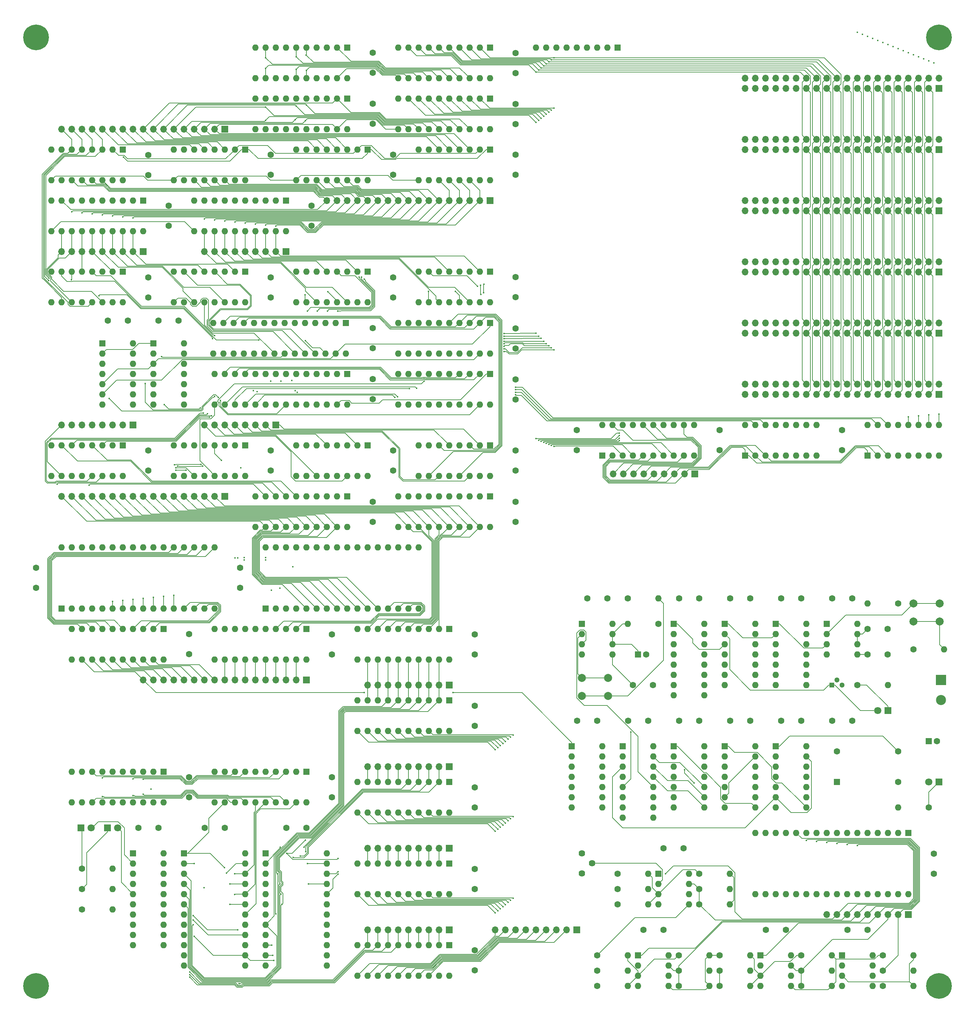
<source format=gbr>
G04 #@! TF.GenerationSoftware,KiCad,Pcbnew,(5.1.0-0)*
G04 #@! TF.CreationDate,2019-10-09T21:13:07-07:00*
G04 #@! TF.ProjectId,MainBoard,4d61696e-426f-4617-9264-2e6b69636164,rev?*
G04 #@! TF.SameCoordinates,Original*
G04 #@! TF.FileFunction,Copper,L1,Top*
G04 #@! TF.FilePolarity,Positive*
%FSLAX46Y46*%
G04 Gerber Fmt 4.6, Leading zero omitted, Abs format (unit mm)*
G04 Created by KiCad (PCBNEW (5.1.0-0)) date 2019-10-09 21:13:07*
%MOMM*%
%LPD*%
G04 APERTURE LIST*
%ADD10O,1.600000X1.600000*%
%ADD11R,1.600000X1.600000*%
%ADD12C,2.500000*%
%ADD13R,2.500000X2.500000*%
%ADD14C,6.400000*%
%ADD15C,1.600000*%
%ADD16O,1.700000X1.700000*%
%ADD17R,1.700000X1.700000*%
%ADD18R,1.300000X1.300000*%
%ADD19C,1.300000*%
%ADD20C,2.000000*%
%ADD21C,1.620000*%
%ADD22C,1.800000*%
%ADD23R,1.800000X1.800000*%
%ADD24C,0.450000*%
%ADD25C,0.127000*%
G04 APERTURE END LIST*
D10*
X256540000Y-124460000D03*
X274320000Y-132080000D03*
X259080000Y-124460000D03*
X271780000Y-132080000D03*
X261620000Y-124460000D03*
X269240000Y-132080000D03*
X264160000Y-124460000D03*
X266700000Y-132080000D03*
X266700000Y-124460000D03*
X264160000Y-132080000D03*
X269240000Y-124460000D03*
X261620000Y-132080000D03*
X271780000Y-124460000D03*
X259080000Y-132080000D03*
X274320000Y-124460000D03*
D11*
X256540000Y-132080000D03*
D12*
X274828000Y-192960000D03*
D13*
X274828000Y-187960000D03*
D14*
X274320000Y-264160000D03*
X274320000Y-27940000D03*
X49530000Y-264160000D03*
X49530000Y-27940000D03*
D10*
X86360000Y-104140000D03*
X78740000Y-119380000D03*
X86360000Y-106680000D03*
X78740000Y-116840000D03*
X86360000Y-109220000D03*
X78740000Y-114300000D03*
X86360000Y-111760000D03*
X78740000Y-111760000D03*
X86360000Y-114300000D03*
X78740000Y-109220000D03*
X86360000Y-116840000D03*
X78740000Y-106680000D03*
X86360000Y-119380000D03*
D11*
X78740000Y-104140000D03*
D10*
X73660000Y-104140000D03*
X66040000Y-119380000D03*
X73660000Y-106680000D03*
X66040000Y-116840000D03*
X73660000Y-109220000D03*
X66040000Y-114300000D03*
X73660000Y-111760000D03*
X66040000Y-111760000D03*
X73660000Y-114300000D03*
X66040000Y-109220000D03*
X73660000Y-116840000D03*
X66040000Y-106680000D03*
X73660000Y-119380000D03*
D11*
X66040000Y-104140000D03*
D15*
X168910000Y-100410000D03*
X168910000Y-105410000D03*
X250190000Y-130730000D03*
X250190000Y-125730000D03*
D16*
X226060000Y-68580000D03*
X226060000Y-71120000D03*
X228600000Y-68580000D03*
X228600000Y-71120000D03*
X231140000Y-68580000D03*
X231140000Y-71120000D03*
X233680000Y-68580000D03*
X233680000Y-71120000D03*
X236220000Y-68580000D03*
X236220000Y-71120000D03*
X238760000Y-68580000D03*
X238760000Y-71120000D03*
X241300000Y-68580000D03*
X241300000Y-71120000D03*
X243840000Y-68580000D03*
X243840000Y-71120000D03*
X246380000Y-68580000D03*
X246380000Y-71120000D03*
X248920000Y-68580000D03*
X248920000Y-71120000D03*
X251460000Y-68580000D03*
X251460000Y-71120000D03*
X254000000Y-68580000D03*
X254000000Y-71120000D03*
X256540000Y-68580000D03*
X256540000Y-71120000D03*
X259080000Y-68580000D03*
X259080000Y-71120000D03*
X261620000Y-68580000D03*
X261620000Y-71120000D03*
X264160000Y-68580000D03*
X264160000Y-71120000D03*
X266700000Y-68580000D03*
X266700000Y-71120000D03*
X269240000Y-68580000D03*
X269240000Y-71120000D03*
X271780000Y-68580000D03*
X271780000Y-71120000D03*
X274320000Y-68580000D03*
D17*
X274320000Y-71120000D03*
D16*
X226060000Y-99060000D03*
X226060000Y-101600000D03*
X228600000Y-99060000D03*
X228600000Y-101600000D03*
X231140000Y-99060000D03*
X231140000Y-101600000D03*
X233680000Y-99060000D03*
X233680000Y-101600000D03*
X236220000Y-99060000D03*
X236220000Y-101600000D03*
X238760000Y-99060000D03*
X238760000Y-101600000D03*
X241300000Y-99060000D03*
X241300000Y-101600000D03*
X243840000Y-99060000D03*
X243840000Y-101600000D03*
X246380000Y-99060000D03*
X246380000Y-101600000D03*
X248920000Y-99060000D03*
X248920000Y-101600000D03*
X251460000Y-99060000D03*
X251460000Y-101600000D03*
X254000000Y-99060000D03*
X254000000Y-101600000D03*
X256540000Y-99060000D03*
X256540000Y-101600000D03*
X259080000Y-99060000D03*
X259080000Y-101600000D03*
X261620000Y-99060000D03*
X261620000Y-101600000D03*
X264160000Y-99060000D03*
X264160000Y-101600000D03*
X266700000Y-99060000D03*
X266700000Y-101600000D03*
X269240000Y-99060000D03*
X269240000Y-101600000D03*
X271780000Y-99060000D03*
X271780000Y-101600000D03*
X274320000Y-99060000D03*
D17*
X274320000Y-101600000D03*
D16*
X226060000Y-38100000D03*
X226060000Y-40640000D03*
X228600000Y-38100000D03*
X228600000Y-40640000D03*
X231140000Y-38100000D03*
X231140000Y-40640000D03*
X233680000Y-38100000D03*
X233680000Y-40640000D03*
X236220000Y-38100000D03*
X236220000Y-40640000D03*
X238760000Y-38100000D03*
X238760000Y-40640000D03*
X241300000Y-38100000D03*
X241300000Y-40640000D03*
X243840000Y-38100000D03*
X243840000Y-40640000D03*
X246380000Y-38100000D03*
X246380000Y-40640000D03*
X248920000Y-38100000D03*
X248920000Y-40640000D03*
X251460000Y-38100000D03*
X251460000Y-40640000D03*
X254000000Y-38100000D03*
X254000000Y-40640000D03*
X256540000Y-38100000D03*
X256540000Y-40640000D03*
X259080000Y-38100000D03*
X259080000Y-40640000D03*
X261620000Y-38100000D03*
X261620000Y-40640000D03*
X264160000Y-38100000D03*
X264160000Y-40640000D03*
X266700000Y-38100000D03*
X266700000Y-40640000D03*
X269240000Y-38100000D03*
X269240000Y-40640000D03*
X271780000Y-38100000D03*
X271780000Y-40640000D03*
X274320000Y-38100000D03*
D17*
X274320000Y-40640000D03*
D16*
X226060000Y-114300000D03*
X226060000Y-116840000D03*
X228600000Y-114300000D03*
X228600000Y-116840000D03*
X231140000Y-114300000D03*
X231140000Y-116840000D03*
X233680000Y-114300000D03*
X233680000Y-116840000D03*
X236220000Y-114300000D03*
X236220000Y-116840000D03*
X238760000Y-114300000D03*
X238760000Y-116840000D03*
X241300000Y-114300000D03*
X241300000Y-116840000D03*
X243840000Y-114300000D03*
X243840000Y-116840000D03*
X246380000Y-114300000D03*
X246380000Y-116840000D03*
X248920000Y-114300000D03*
X248920000Y-116840000D03*
X251460000Y-114300000D03*
X251460000Y-116840000D03*
X254000000Y-114300000D03*
X254000000Y-116840000D03*
X256540000Y-114300000D03*
X256540000Y-116840000D03*
X259080000Y-114300000D03*
X259080000Y-116840000D03*
X261620000Y-114300000D03*
X261620000Y-116840000D03*
X264160000Y-114300000D03*
X264160000Y-116840000D03*
X266700000Y-114300000D03*
X266700000Y-116840000D03*
X269240000Y-114300000D03*
X269240000Y-116840000D03*
X271780000Y-114300000D03*
X271780000Y-116840000D03*
X274320000Y-114300000D03*
D17*
X274320000Y-116840000D03*
D16*
X226060000Y-83820000D03*
X226060000Y-86360000D03*
X228600000Y-83820000D03*
X228600000Y-86360000D03*
X231140000Y-83820000D03*
X231140000Y-86360000D03*
X233680000Y-83820000D03*
X233680000Y-86360000D03*
X236220000Y-83820000D03*
X236220000Y-86360000D03*
X238760000Y-83820000D03*
X238760000Y-86360000D03*
X241300000Y-83820000D03*
X241300000Y-86360000D03*
X243840000Y-83820000D03*
X243840000Y-86360000D03*
X246380000Y-83820000D03*
X246380000Y-86360000D03*
X248920000Y-83820000D03*
X248920000Y-86360000D03*
X251460000Y-83820000D03*
X251460000Y-86360000D03*
X254000000Y-83820000D03*
X254000000Y-86360000D03*
X256540000Y-83820000D03*
X256540000Y-86360000D03*
X259080000Y-83820000D03*
X259080000Y-86360000D03*
X261620000Y-83820000D03*
X261620000Y-86360000D03*
X264160000Y-83820000D03*
X264160000Y-86360000D03*
X266700000Y-83820000D03*
X266700000Y-86360000D03*
X269240000Y-83820000D03*
X269240000Y-86360000D03*
X271780000Y-83820000D03*
X271780000Y-86360000D03*
X274320000Y-83820000D03*
D17*
X274320000Y-86360000D03*
D16*
X226060000Y-53340000D03*
X226060000Y-55880000D03*
X228600000Y-53340000D03*
X228600000Y-55880000D03*
X231140000Y-53340000D03*
X231140000Y-55880000D03*
X233680000Y-53340000D03*
X233680000Y-55880000D03*
X236220000Y-53340000D03*
X236220000Y-55880000D03*
X238760000Y-53340000D03*
X238760000Y-55880000D03*
X241300000Y-53340000D03*
X241300000Y-55880000D03*
X243840000Y-53340000D03*
X243840000Y-55880000D03*
X246380000Y-53340000D03*
X246380000Y-55880000D03*
X248920000Y-53340000D03*
X248920000Y-55880000D03*
X251460000Y-53340000D03*
X251460000Y-55880000D03*
X254000000Y-53340000D03*
X254000000Y-55880000D03*
X256540000Y-53340000D03*
X256540000Y-55880000D03*
X259080000Y-53340000D03*
X259080000Y-55880000D03*
X261620000Y-53340000D03*
X261620000Y-55880000D03*
X264160000Y-53340000D03*
X264160000Y-55880000D03*
X266700000Y-53340000D03*
X266700000Y-55880000D03*
X269240000Y-53340000D03*
X269240000Y-55880000D03*
X271780000Y-53340000D03*
X271780000Y-55880000D03*
X274320000Y-53340000D03*
D17*
X274320000Y-55880000D03*
D10*
X81280000Y-182875800D03*
X58420000Y-175255800D03*
X78740000Y-182875800D03*
X60960000Y-175255800D03*
X76200000Y-182875800D03*
X63500000Y-175255800D03*
X73660000Y-182875800D03*
X66040000Y-175255800D03*
X71120000Y-182875800D03*
X68580000Y-175255800D03*
X68580000Y-182875800D03*
X71120000Y-175255800D03*
X66040000Y-182875800D03*
X73660000Y-175255800D03*
X63500000Y-182875800D03*
X76200000Y-175255800D03*
X60960000Y-182875800D03*
X78740000Y-175255800D03*
X58420000Y-182875800D03*
D11*
X81280000Y-175255800D03*
D15*
X247730000Y-167640000D03*
X252730000Y-167640000D03*
X264160000Y-213360000D03*
X264160000Y-205740000D03*
X248920000Y-205740000D03*
D11*
X248920000Y-213360000D03*
D10*
X261620000Y-189230000D03*
D15*
X254000000Y-189230000D03*
D10*
X256540000Y-168910000D03*
D15*
X264160000Y-168910000D03*
D10*
X275590000Y-180340000D03*
D15*
X267970000Y-180340000D03*
X261540000Y-175260000D03*
X256540000Y-175260000D03*
X261540000Y-181610000D03*
X256540000Y-181610000D03*
D10*
X196850000Y-173990000D03*
D15*
X204470000Y-173990000D03*
D10*
X204470000Y-167640000D03*
D15*
X196850000Y-167640000D03*
X203120000Y-189230000D03*
X198120000Y-189230000D03*
X201390000Y-181610000D03*
D11*
X199390000Y-181610000D03*
D10*
X162560000Y-38100000D03*
X139700000Y-30480000D03*
X160020000Y-38100000D03*
X142240000Y-30480000D03*
X157480000Y-38100000D03*
X144780000Y-30480000D03*
X154940000Y-38100000D03*
X147320000Y-30480000D03*
X152400000Y-38100000D03*
X149860000Y-30480000D03*
X149860000Y-38100000D03*
X152400000Y-30480000D03*
X147320000Y-38100000D03*
X154940000Y-30480000D03*
X144780000Y-38100000D03*
X157480000Y-30480000D03*
X142240000Y-38100000D03*
X160020000Y-30480000D03*
X139700000Y-38100000D03*
D11*
X162560000Y-30480000D03*
D10*
X55880000Y-154940000D03*
X93980000Y-170180000D03*
X58420000Y-154940000D03*
X91440000Y-170180000D03*
X60960000Y-154940000D03*
X88900000Y-170180000D03*
X63500000Y-154940000D03*
X86360000Y-170180000D03*
X66040000Y-154940000D03*
X83820000Y-170180000D03*
X68580000Y-154940000D03*
X81280000Y-170180000D03*
X71120000Y-154940000D03*
X78740000Y-170180000D03*
X73660000Y-154940000D03*
X76200000Y-170180000D03*
X76200000Y-154940000D03*
X73660000Y-170180000D03*
X78740000Y-154940000D03*
X71120000Y-170180000D03*
X81280000Y-154940000D03*
X68580000Y-170180000D03*
X83820000Y-154940000D03*
X66040000Y-170180000D03*
X86360000Y-154940000D03*
X63500000Y-170180000D03*
X88900000Y-154940000D03*
X60960000Y-170180000D03*
X91440000Y-154940000D03*
X58420000Y-170180000D03*
X93980000Y-154940000D03*
D11*
X55880000Y-170180000D03*
D10*
X127000000Y-38100000D03*
X104140000Y-30480000D03*
X124460000Y-38100000D03*
X106680000Y-30480000D03*
X121920000Y-38100000D03*
X109220000Y-30480000D03*
X119380000Y-38100000D03*
X111760000Y-30480000D03*
X116840000Y-38100000D03*
X114300000Y-30480000D03*
X114300000Y-38100000D03*
X116840000Y-30480000D03*
X111760000Y-38100000D03*
X119380000Y-30480000D03*
X109220000Y-38100000D03*
X121920000Y-30480000D03*
X106680000Y-38100000D03*
X124460000Y-30480000D03*
X104140000Y-38100000D03*
D11*
X127000000Y-30480000D03*
D16*
X55880000Y-124460000D03*
X58420000Y-124460000D03*
X60960000Y-124460000D03*
X63500000Y-124460000D03*
X66040000Y-124460000D03*
X68580000Y-124460000D03*
X71120000Y-124460000D03*
D17*
X73660000Y-124460000D03*
D16*
X91440000Y-124460000D03*
X93980000Y-124460000D03*
X96520000Y-124460000D03*
X99060000Y-124460000D03*
X101600000Y-124460000D03*
X104140000Y-124460000D03*
X106680000Y-124460000D03*
D17*
X109220000Y-124460000D03*
D16*
X55880000Y-81280000D03*
X58420000Y-81280000D03*
X60960000Y-81280000D03*
X63500000Y-81280000D03*
X66040000Y-81280000D03*
X68580000Y-81280000D03*
X71120000Y-81280000D03*
X73660000Y-81280000D03*
D17*
X76200000Y-81280000D03*
D16*
X91440000Y-81280000D03*
X93980000Y-81280000D03*
X96520000Y-81280000D03*
X99060000Y-81280000D03*
X101600000Y-81280000D03*
X104140000Y-81280000D03*
X106680000Y-81280000D03*
X109220000Y-81280000D03*
D17*
X111760000Y-81280000D03*
D10*
X81280000Y-231140000D03*
X73660000Y-254000000D03*
X81280000Y-233680000D03*
X73660000Y-251460000D03*
X81280000Y-236220000D03*
X73660000Y-248920000D03*
X81280000Y-238760000D03*
X73660000Y-246380000D03*
X81280000Y-241300000D03*
X73660000Y-243840000D03*
X81280000Y-243840000D03*
X73660000Y-241300000D03*
X81280000Y-246380000D03*
X73660000Y-238760000D03*
X81280000Y-248920000D03*
X73660000Y-236220000D03*
X81280000Y-251460000D03*
X73660000Y-233680000D03*
X81280000Y-254000000D03*
D11*
X73660000Y-231140000D03*
D10*
X152400000Y-261620000D03*
X129540000Y-254000000D03*
X149860000Y-261620000D03*
X132080000Y-254000000D03*
X147320000Y-261620000D03*
X134620000Y-254000000D03*
X144780000Y-261620000D03*
X137160000Y-254000000D03*
X142240000Y-261620000D03*
X139700000Y-254000000D03*
X139700000Y-261620000D03*
X142240000Y-254000000D03*
X137160000Y-261620000D03*
X144780000Y-254000000D03*
X134620000Y-261620000D03*
X147320000Y-254000000D03*
X132080000Y-261620000D03*
X149860000Y-254000000D03*
X129540000Y-261620000D03*
D11*
X152400000Y-254000000D03*
D10*
X101600000Y-231140000D03*
X86360000Y-259080000D03*
X101600000Y-233680000D03*
X86360000Y-256540000D03*
X101600000Y-236220000D03*
X86360000Y-254000000D03*
X101600000Y-238760000D03*
X86360000Y-251460000D03*
X101600000Y-241300000D03*
X86360000Y-248920000D03*
X101600000Y-243840000D03*
X86360000Y-246380000D03*
X101600000Y-246380000D03*
X86360000Y-243840000D03*
X101600000Y-248920000D03*
X86360000Y-241300000D03*
X101600000Y-251460000D03*
X86360000Y-238760000D03*
X101600000Y-254000000D03*
X86360000Y-236220000D03*
X101600000Y-256540000D03*
X86360000Y-233680000D03*
X101600000Y-259080000D03*
D11*
X86360000Y-231140000D03*
D10*
X121920000Y-231140000D03*
X106680000Y-259080000D03*
X121920000Y-233680000D03*
X106680000Y-256540000D03*
X121920000Y-236220000D03*
X106680000Y-254000000D03*
X121920000Y-238760000D03*
X106680000Y-251460000D03*
X121920000Y-241300000D03*
X106680000Y-248920000D03*
X121920000Y-243840000D03*
X106680000Y-246380000D03*
X121920000Y-246380000D03*
X106680000Y-243840000D03*
X121920000Y-248920000D03*
X106680000Y-241300000D03*
X121920000Y-251460000D03*
X106680000Y-238760000D03*
X121920000Y-254000000D03*
X106680000Y-236220000D03*
X121920000Y-256540000D03*
X106680000Y-233680000D03*
X121920000Y-259080000D03*
D11*
X106680000Y-231140000D03*
D10*
X152400000Y-241300000D03*
X129540000Y-233680000D03*
X149860000Y-241300000D03*
X132080000Y-233680000D03*
X147320000Y-241300000D03*
X134620000Y-233680000D03*
X144780000Y-241300000D03*
X137160000Y-233680000D03*
X142240000Y-241300000D03*
X139700000Y-233680000D03*
X139700000Y-241300000D03*
X142240000Y-233680000D03*
X137160000Y-241300000D03*
X144780000Y-233680000D03*
X134620000Y-241300000D03*
X147320000Y-233680000D03*
X132080000Y-241300000D03*
X149860000Y-233680000D03*
X129540000Y-241300000D03*
D11*
X152400000Y-233680000D03*
D10*
X116840000Y-218440000D03*
X93980000Y-210820000D03*
X114300000Y-218440000D03*
X96520000Y-210820000D03*
X111760000Y-218440000D03*
X99060000Y-210820000D03*
X109220000Y-218440000D03*
X101600000Y-210820000D03*
X106680000Y-218440000D03*
X104140000Y-210820000D03*
X104140000Y-218440000D03*
X106680000Y-210820000D03*
X101600000Y-218440000D03*
X109220000Y-210820000D03*
X99060000Y-218440000D03*
X111760000Y-210820000D03*
X96520000Y-218440000D03*
X114300000Y-210820000D03*
X93980000Y-218440000D03*
D11*
X116840000Y-210820000D03*
D10*
X152400000Y-220980000D03*
X129540000Y-213360000D03*
X149860000Y-220980000D03*
X132080000Y-213360000D03*
X147320000Y-220980000D03*
X134620000Y-213360000D03*
X144780000Y-220980000D03*
X137160000Y-213360000D03*
X142240000Y-220980000D03*
X139700000Y-213360000D03*
X139700000Y-220980000D03*
X142240000Y-213360000D03*
X137160000Y-220980000D03*
X144780000Y-213360000D03*
X134620000Y-220980000D03*
X147320000Y-213360000D03*
X132080000Y-220980000D03*
X149860000Y-213360000D03*
X129540000Y-220980000D03*
D11*
X152400000Y-213360000D03*
D10*
X81280000Y-218440000D03*
X58420000Y-210820000D03*
X78740000Y-218440000D03*
X60960000Y-210820000D03*
X76200000Y-218440000D03*
X63500000Y-210820000D03*
X73660000Y-218440000D03*
X66040000Y-210820000D03*
X71120000Y-218440000D03*
X68580000Y-210820000D03*
X68580000Y-218440000D03*
X71120000Y-210820000D03*
X66040000Y-218440000D03*
X73660000Y-210820000D03*
X63500000Y-218440000D03*
X76200000Y-210820000D03*
X60960000Y-218440000D03*
X78740000Y-210820000D03*
X58420000Y-218440000D03*
D11*
X81280000Y-210820000D03*
D10*
X215900000Y-173990000D03*
X208280000Y-191770000D03*
X215900000Y-176530000D03*
X208280000Y-189230000D03*
X215900000Y-179070000D03*
X208280000Y-186690000D03*
X215900000Y-181610000D03*
X208280000Y-184150000D03*
X215900000Y-184150000D03*
X208280000Y-181610000D03*
X215900000Y-186690000D03*
X208280000Y-179070000D03*
X215900000Y-189230000D03*
X208280000Y-176530000D03*
X215900000Y-191770000D03*
D11*
X208280000Y-173990000D03*
D10*
X228600000Y-173990000D03*
X220980000Y-189230000D03*
X228600000Y-176530000D03*
X220980000Y-186690000D03*
X228600000Y-179070000D03*
X220980000Y-184150000D03*
X228600000Y-181610000D03*
X220980000Y-181610000D03*
X228600000Y-184150000D03*
X220980000Y-179070000D03*
X228600000Y-186690000D03*
X220980000Y-176530000D03*
X228600000Y-189230000D03*
D11*
X220980000Y-173990000D03*
D10*
X241300000Y-173990000D03*
X233680000Y-189230000D03*
X241300000Y-176530000D03*
X233680000Y-186690000D03*
X241300000Y-179070000D03*
X233680000Y-184150000D03*
X241300000Y-181610000D03*
X233680000Y-181610000D03*
X241300000Y-184150000D03*
X233680000Y-179070000D03*
X241300000Y-186690000D03*
X233680000Y-176530000D03*
X241300000Y-189230000D03*
D11*
X233680000Y-173990000D03*
D18*
X247650000Y-189230000D03*
D19*
X250190000Y-189230000D03*
X248920000Y-187960000D03*
D10*
X254000000Y-173990000D03*
X246380000Y-181610000D03*
X254000000Y-176530000D03*
X246380000Y-179070000D03*
X254000000Y-179070000D03*
X246380000Y-176530000D03*
X254000000Y-181610000D03*
D11*
X246380000Y-173990000D03*
D10*
X215900000Y-204470000D03*
X208280000Y-219710000D03*
X215900000Y-207010000D03*
X208280000Y-217170000D03*
X215900000Y-209550000D03*
X208280000Y-214630000D03*
X215900000Y-212090000D03*
X208280000Y-212090000D03*
X215900000Y-214630000D03*
X208280000Y-209550000D03*
X215900000Y-217170000D03*
X208280000Y-207010000D03*
X215900000Y-219710000D03*
D11*
X208280000Y-204470000D03*
D10*
X228600000Y-204470000D03*
X220980000Y-219710000D03*
X228600000Y-207010000D03*
X220980000Y-217170000D03*
X228600000Y-209550000D03*
X220980000Y-214630000D03*
X228600000Y-212090000D03*
X220980000Y-212090000D03*
X228600000Y-214630000D03*
X220980000Y-209550000D03*
X228600000Y-217170000D03*
X220980000Y-207010000D03*
X228600000Y-219710000D03*
D11*
X220980000Y-204470000D03*
D10*
X203200000Y-204470000D03*
X195580000Y-222250000D03*
X203200000Y-207010000D03*
X195580000Y-219710000D03*
X203200000Y-209550000D03*
X195580000Y-217170000D03*
X203200000Y-212090000D03*
X195580000Y-214630000D03*
X203200000Y-214630000D03*
X195580000Y-212090000D03*
X203200000Y-217170000D03*
X195580000Y-209550000D03*
X203200000Y-219710000D03*
X195580000Y-207010000D03*
X203200000Y-222250000D03*
D11*
X195580000Y-204470000D03*
D10*
X241300000Y-204470000D03*
X233680000Y-219710000D03*
X241300000Y-207010000D03*
X233680000Y-217170000D03*
X241300000Y-209550000D03*
X233680000Y-214630000D03*
X241300000Y-212090000D03*
X233680000Y-212090000D03*
X241300000Y-214630000D03*
X233680000Y-209550000D03*
X241300000Y-217170000D03*
X233680000Y-207010000D03*
X241300000Y-219710000D03*
D11*
X233680000Y-204470000D03*
D10*
X193040000Y-173990000D03*
X185420000Y-181610000D03*
X193040000Y-176530000D03*
X185420000Y-179070000D03*
X193040000Y-179070000D03*
X185420000Y-176530000D03*
X193040000Y-181610000D03*
D11*
X185420000Y-173990000D03*
D10*
X190500000Y-204470000D03*
X182880000Y-219710000D03*
X190500000Y-207010000D03*
X182880000Y-217170000D03*
X190500000Y-209550000D03*
X182880000Y-214630000D03*
X190500000Y-212090000D03*
X182880000Y-212090000D03*
X190500000Y-214630000D03*
X182880000Y-209550000D03*
X190500000Y-217170000D03*
X182880000Y-207010000D03*
X190500000Y-219710000D03*
D11*
X182880000Y-204470000D03*
D10*
X257810000Y-256540000D03*
X250190000Y-264160000D03*
X257810000Y-259080000D03*
X250190000Y-261620000D03*
X257810000Y-261620000D03*
X250190000Y-259080000D03*
X257810000Y-264160000D03*
D11*
X250190000Y-256540000D03*
D10*
X237490000Y-256540000D03*
X229870000Y-264160000D03*
X237490000Y-259080000D03*
X229870000Y-261620000D03*
X237490000Y-261620000D03*
X229870000Y-259080000D03*
X237490000Y-264160000D03*
D11*
X229870000Y-256540000D03*
D10*
X266696200Y-241298200D03*
X228596200Y-226058200D03*
X264156200Y-241298200D03*
X231136200Y-226058200D03*
X261616200Y-241298200D03*
X233676200Y-226058200D03*
X259076200Y-241298200D03*
X236216200Y-226058200D03*
X256536200Y-241298200D03*
X238756200Y-226058200D03*
X253996200Y-241298200D03*
X241296200Y-226058200D03*
X251456200Y-241298200D03*
X243836200Y-226058200D03*
X248916200Y-241298200D03*
X246376200Y-226058200D03*
X246376200Y-241298200D03*
X248916200Y-226058200D03*
X243836200Y-241298200D03*
X251456200Y-226058200D03*
X241296200Y-241298200D03*
X253996200Y-226058200D03*
X238756200Y-241298200D03*
X256536200Y-226058200D03*
X236216200Y-241298200D03*
X259076200Y-226058200D03*
X233676200Y-241298200D03*
X261616200Y-226058200D03*
X231136200Y-241298200D03*
X264156200Y-226058200D03*
X228596200Y-241298200D03*
D11*
X266696200Y-226058200D03*
D10*
X207010000Y-256540000D03*
X199390000Y-264160000D03*
X207010000Y-259080000D03*
X199390000Y-261620000D03*
X207010000Y-261620000D03*
X199390000Y-259080000D03*
X207010000Y-264160000D03*
D11*
X199390000Y-256540000D03*
D10*
X212090000Y-236220000D03*
X204470000Y-243840000D03*
X212090000Y-238760000D03*
X204470000Y-241300000D03*
X212090000Y-241300000D03*
X204470000Y-238760000D03*
X212090000Y-243840000D03*
D11*
X204470000Y-236220000D03*
D10*
X152400000Y-200660000D03*
X129540000Y-193040000D03*
X149860000Y-200660000D03*
X132080000Y-193040000D03*
X147320000Y-200660000D03*
X134620000Y-193040000D03*
X144780000Y-200660000D03*
X137160000Y-193040000D03*
X142240000Y-200660000D03*
X139700000Y-193040000D03*
X139700000Y-200660000D03*
X142240000Y-193040000D03*
X137160000Y-200660000D03*
X144780000Y-193040000D03*
X134620000Y-200660000D03*
X147320000Y-193040000D03*
X132080000Y-200660000D03*
X149860000Y-193040000D03*
X129540000Y-200660000D03*
D11*
X152400000Y-193040000D03*
D10*
X152409000Y-182875800D03*
X129549000Y-175255800D03*
X149869000Y-182875800D03*
X132089000Y-175255800D03*
X147329000Y-182875800D03*
X134629000Y-175255800D03*
X144789000Y-182875800D03*
X137169000Y-175255800D03*
X142249000Y-182875800D03*
X139709000Y-175255800D03*
X139709000Y-182875800D03*
X142249000Y-175255800D03*
X137169000Y-182875800D03*
X144789000Y-175255800D03*
X134629000Y-182875800D03*
X147329000Y-175255800D03*
X132089000Y-182875800D03*
X149869000Y-175255800D03*
X129549000Y-182875800D03*
D11*
X152409000Y-175255800D03*
D10*
X116849000Y-182875800D03*
X93989000Y-175255800D03*
X114309000Y-182875800D03*
X96529000Y-175255800D03*
X111769000Y-182875800D03*
X99069000Y-175255800D03*
X109229000Y-182875800D03*
X101609000Y-175255800D03*
X106689000Y-182875800D03*
X104149000Y-175255800D03*
X104149000Y-182875800D03*
X106689000Y-175255800D03*
X101609000Y-182875800D03*
X109229000Y-175255800D03*
X99069000Y-182875800D03*
X111769000Y-175255800D03*
X96529000Y-182875800D03*
X114309000Y-175255800D03*
X93989000Y-182875800D03*
D11*
X116849000Y-175255800D03*
D10*
X106680000Y-154940000D03*
X144780000Y-170180000D03*
X109220000Y-154940000D03*
X142240000Y-170180000D03*
X111760000Y-154940000D03*
X139700000Y-170180000D03*
X114300000Y-154940000D03*
X137160000Y-170180000D03*
X116840000Y-154940000D03*
X134620000Y-170180000D03*
X119380000Y-154940000D03*
X132080000Y-170180000D03*
X121920000Y-154940000D03*
X129540000Y-170180000D03*
X124460000Y-154940000D03*
X127000000Y-170180000D03*
X127000000Y-154940000D03*
X124460000Y-170180000D03*
X129540000Y-154940000D03*
X121920000Y-170180000D03*
X132080000Y-154940000D03*
X119380000Y-170180000D03*
X134620000Y-154940000D03*
X116840000Y-170180000D03*
X137160000Y-154940000D03*
X114300000Y-170180000D03*
X139700000Y-154940000D03*
X111760000Y-170180000D03*
X142240000Y-154940000D03*
X109220000Y-170180000D03*
X144780000Y-154940000D03*
D11*
X106680000Y-170180000D03*
D10*
X127000000Y-149860000D03*
X104140000Y-142240000D03*
X124460000Y-149860000D03*
X106680000Y-142240000D03*
X121920000Y-149860000D03*
X109220000Y-142240000D03*
X119380000Y-149860000D03*
X111760000Y-142240000D03*
X116840000Y-149860000D03*
X114300000Y-142240000D03*
X114300000Y-149860000D03*
X116840000Y-142240000D03*
X111760000Y-149860000D03*
X119380000Y-142240000D03*
X109220000Y-149860000D03*
X121920000Y-142240000D03*
X106680000Y-149860000D03*
X124460000Y-142240000D03*
X104140000Y-149860000D03*
D11*
X127000000Y-142240000D03*
D10*
X71120000Y-137160000D03*
X53340000Y-129540000D03*
X68580000Y-137160000D03*
X55880000Y-129540000D03*
X66040000Y-137160000D03*
X58420000Y-129540000D03*
X63500000Y-137160000D03*
X60960000Y-129540000D03*
X60960000Y-137160000D03*
X63500000Y-129540000D03*
X58420000Y-137160000D03*
X66040000Y-129540000D03*
X55880000Y-137160000D03*
X68580000Y-129540000D03*
X53340000Y-137160000D03*
D11*
X71120000Y-129540000D03*
D10*
X101600000Y-137160000D03*
X83820000Y-129540000D03*
X99060000Y-137160000D03*
X86360000Y-129540000D03*
X96520000Y-137160000D03*
X88900000Y-129540000D03*
X93980000Y-137160000D03*
X91440000Y-129540000D03*
X91440000Y-137160000D03*
X93980000Y-129540000D03*
X88900000Y-137160000D03*
X96520000Y-129540000D03*
X86360000Y-137160000D03*
X99060000Y-129540000D03*
X83820000Y-137160000D03*
D11*
X101600000Y-129540000D03*
D10*
X162560000Y-149860000D03*
X139700000Y-142240000D03*
X160020000Y-149860000D03*
X142240000Y-142240000D03*
X157480000Y-149860000D03*
X144780000Y-142240000D03*
X154940000Y-149860000D03*
X147320000Y-142240000D03*
X152400000Y-149860000D03*
X149860000Y-142240000D03*
X149860000Y-149860000D03*
X152400000Y-142240000D03*
X147320000Y-149860000D03*
X154940000Y-142240000D03*
X144780000Y-149860000D03*
X157480000Y-142240000D03*
X142240000Y-149860000D03*
X160020000Y-142240000D03*
X139700000Y-149860000D03*
D11*
X162560000Y-142240000D03*
D10*
X132080000Y-137160000D03*
X114300000Y-129540000D03*
X129540000Y-137160000D03*
X116840000Y-129540000D03*
X127000000Y-137160000D03*
X119380000Y-129540000D03*
X124460000Y-137160000D03*
X121920000Y-129540000D03*
X121920000Y-137160000D03*
X124460000Y-129540000D03*
X119380000Y-137160000D03*
X127000000Y-129540000D03*
X116840000Y-137160000D03*
X129540000Y-129540000D03*
X114300000Y-137160000D03*
D11*
X132080000Y-129540000D03*
D10*
X162560000Y-137160000D03*
X144780000Y-129540000D03*
X160020000Y-137160000D03*
X147320000Y-129540000D03*
X157480000Y-137160000D03*
X149860000Y-129540000D03*
X154940000Y-137160000D03*
X152400000Y-129540000D03*
X152400000Y-137160000D03*
X154940000Y-129540000D03*
X149860000Y-137160000D03*
X157480000Y-129540000D03*
X147320000Y-137160000D03*
X160020000Y-129540000D03*
X144780000Y-137160000D03*
D11*
X162560000Y-129540000D03*
D10*
X162560000Y-106680000D03*
X139700000Y-99060000D03*
X160020000Y-106680000D03*
X142240000Y-99060000D03*
X157480000Y-106680000D03*
X144780000Y-99060000D03*
X154940000Y-106680000D03*
X147320000Y-99060000D03*
X152400000Y-106680000D03*
X149860000Y-99060000D03*
X149860000Y-106680000D03*
X152400000Y-99060000D03*
X147320000Y-106680000D03*
X154940000Y-99060000D03*
X144780000Y-106680000D03*
X157480000Y-99060000D03*
X142240000Y-106680000D03*
X160020000Y-99060000D03*
X139700000Y-106680000D03*
D11*
X162560000Y-99060000D03*
D10*
X162560000Y-119380000D03*
X139700000Y-111760000D03*
X160020000Y-119380000D03*
X142240000Y-111760000D03*
X157480000Y-119380000D03*
X144780000Y-111760000D03*
X154940000Y-119380000D03*
X147320000Y-111760000D03*
X152400000Y-119380000D03*
X149860000Y-111760000D03*
X149860000Y-119380000D03*
X152400000Y-111760000D03*
X147320000Y-119380000D03*
X154940000Y-111760000D03*
X144780000Y-119380000D03*
X157480000Y-111760000D03*
X142240000Y-119380000D03*
X160020000Y-111760000D03*
X139700000Y-119380000D03*
D11*
X162560000Y-111760000D03*
D10*
X126695800Y-106680000D03*
X93675800Y-99060000D03*
X124155800Y-106680000D03*
X96215800Y-99060000D03*
X121615800Y-106680000D03*
X98755800Y-99060000D03*
X119075800Y-106680000D03*
X101295800Y-99060000D03*
X116535800Y-106680000D03*
X103835800Y-99060000D03*
X113995800Y-106680000D03*
X106375800Y-99060000D03*
X111455800Y-106680000D03*
X108915800Y-99060000D03*
X108915800Y-106680000D03*
X111455800Y-99060000D03*
X106375800Y-106680000D03*
X113995800Y-99060000D03*
X103835800Y-106680000D03*
X116535800Y-99060000D03*
X101295800Y-106680000D03*
X119075800Y-99060000D03*
X98755800Y-106680000D03*
X121615800Y-99060000D03*
X96215800Y-106680000D03*
X124155800Y-99060000D03*
X93675800Y-106680000D03*
D11*
X126695800Y-99060000D03*
D10*
X127000000Y-119380000D03*
X93980000Y-111760000D03*
X124460000Y-119380000D03*
X96520000Y-111760000D03*
X121920000Y-119380000D03*
X99060000Y-111760000D03*
X119380000Y-119380000D03*
X101600000Y-111760000D03*
X116840000Y-119380000D03*
X104140000Y-111760000D03*
X114300000Y-119380000D03*
X106680000Y-111760000D03*
X111760000Y-119380000D03*
X109220000Y-111760000D03*
X109220000Y-119380000D03*
X111760000Y-111760000D03*
X106680000Y-119380000D03*
X114300000Y-111760000D03*
X104140000Y-119380000D03*
X116840000Y-111760000D03*
X101600000Y-119380000D03*
X119380000Y-111760000D03*
X99060000Y-119380000D03*
X121920000Y-111760000D03*
X96520000Y-119380000D03*
X124460000Y-111760000D03*
X93980000Y-119380000D03*
D11*
X127000000Y-111760000D03*
D10*
X71142000Y-93935200D03*
X53362000Y-86315200D03*
X68602000Y-93935200D03*
X55902000Y-86315200D03*
X66062000Y-93935200D03*
X58442000Y-86315200D03*
X63522000Y-93935200D03*
X60982000Y-86315200D03*
X60982000Y-93935200D03*
X63522000Y-86315200D03*
X58442000Y-93935200D03*
X66062000Y-86315200D03*
X55902000Y-93935200D03*
X68602000Y-86315200D03*
X53362000Y-93935200D03*
D11*
X71142000Y-86315200D03*
D10*
X101622000Y-93935200D03*
X83842000Y-86315200D03*
X99082000Y-93935200D03*
X86382000Y-86315200D03*
X96542000Y-93935200D03*
X88922000Y-86315200D03*
X94002000Y-93935200D03*
X91462000Y-86315200D03*
X91462000Y-93935200D03*
X94002000Y-86315200D03*
X88922000Y-93935200D03*
X96542000Y-86315200D03*
X86382000Y-93935200D03*
X99082000Y-86315200D03*
X83842000Y-93935200D03*
D11*
X101622000Y-86315200D03*
D10*
X132102000Y-93935200D03*
X114322000Y-86315200D03*
X129562000Y-93935200D03*
X116862000Y-86315200D03*
X127022000Y-93935200D03*
X119402000Y-86315200D03*
X124482000Y-93935200D03*
X121942000Y-86315200D03*
X121942000Y-93935200D03*
X124482000Y-86315200D03*
X119402000Y-93935200D03*
X127022000Y-86315200D03*
X116862000Y-93935200D03*
X129562000Y-86315200D03*
X114322000Y-93935200D03*
D11*
X132102000Y-86315200D03*
D10*
X162582000Y-93935200D03*
X144802000Y-86315200D03*
X160042000Y-93935200D03*
X147342000Y-86315200D03*
X157502000Y-93935200D03*
X149882000Y-86315200D03*
X154962000Y-93935200D03*
X152422000Y-86315200D03*
X152422000Y-93935200D03*
X154962000Y-86315200D03*
X149882000Y-93935200D03*
X157502000Y-86315200D03*
X147342000Y-93935200D03*
X160042000Y-86315200D03*
X144802000Y-93935200D03*
D11*
X162582000Y-86315200D03*
D10*
X76194000Y-76206000D03*
X53334000Y-68586000D03*
X73654000Y-76206000D03*
X55874000Y-68586000D03*
X71114000Y-76206000D03*
X58414000Y-68586000D03*
X68574000Y-76206000D03*
X60954000Y-68586000D03*
X66034000Y-76206000D03*
X63494000Y-68586000D03*
X63494000Y-76206000D03*
X66034000Y-68586000D03*
X60954000Y-76206000D03*
X68574000Y-68586000D03*
X58414000Y-76206000D03*
X71114000Y-68586000D03*
X55874000Y-76206000D03*
X73654000Y-68586000D03*
X53334000Y-76206000D03*
D11*
X76194000Y-68586000D03*
D10*
X111754000Y-76206000D03*
X88894000Y-68586000D03*
X109214000Y-76206000D03*
X91434000Y-68586000D03*
X106674000Y-76206000D03*
X93974000Y-68586000D03*
X104134000Y-76206000D03*
X96514000Y-68586000D03*
X101594000Y-76206000D03*
X99054000Y-68586000D03*
X99054000Y-76206000D03*
X101594000Y-68586000D03*
X96514000Y-76206000D03*
X104134000Y-68586000D03*
X93974000Y-76206000D03*
X106674000Y-68586000D03*
X91434000Y-76206000D03*
X109214000Y-68586000D03*
X88894000Y-76206000D03*
D11*
X111754000Y-68586000D03*
D10*
X71120000Y-63500000D03*
X53340000Y-55880000D03*
X68580000Y-63500000D03*
X55880000Y-55880000D03*
X66040000Y-63500000D03*
X58420000Y-55880000D03*
X63500000Y-63500000D03*
X60960000Y-55880000D03*
X60960000Y-63500000D03*
X63500000Y-55880000D03*
X58420000Y-63500000D03*
X66040000Y-55880000D03*
X55880000Y-63500000D03*
X68580000Y-55880000D03*
X53340000Y-63500000D03*
D11*
X71120000Y-55880000D03*
D10*
X101600000Y-63500000D03*
X83820000Y-55880000D03*
X99060000Y-63500000D03*
X86360000Y-55880000D03*
X96520000Y-63500000D03*
X88900000Y-55880000D03*
X93980000Y-63500000D03*
X91440000Y-55880000D03*
X91440000Y-63500000D03*
X93980000Y-55880000D03*
X88900000Y-63500000D03*
X96520000Y-55880000D03*
X86360000Y-63500000D03*
X99060000Y-55880000D03*
X83820000Y-63500000D03*
D11*
X101600000Y-55880000D03*
D10*
X132080000Y-63500000D03*
X114300000Y-55880000D03*
X129540000Y-63500000D03*
X116840000Y-55880000D03*
X127000000Y-63500000D03*
X119380000Y-55880000D03*
X124460000Y-63500000D03*
X121920000Y-55880000D03*
X121920000Y-63500000D03*
X124460000Y-55880000D03*
X119380000Y-63500000D03*
X127000000Y-55880000D03*
X116840000Y-63500000D03*
X129540000Y-55880000D03*
X114300000Y-63500000D03*
D11*
X132080000Y-55880000D03*
D10*
X162560000Y-63500000D03*
X144780000Y-55880000D03*
X160020000Y-63500000D03*
X147320000Y-55880000D03*
X157480000Y-63500000D03*
X149860000Y-55880000D03*
X154940000Y-63500000D03*
X152400000Y-55880000D03*
X152400000Y-63500000D03*
X154940000Y-55880000D03*
X149860000Y-63500000D03*
X157480000Y-55880000D03*
X147320000Y-63500000D03*
X160020000Y-55880000D03*
X144780000Y-63500000D03*
D11*
X162560000Y-55880000D03*
D10*
X162560000Y-50800000D03*
X139700000Y-43180000D03*
X160020000Y-50800000D03*
X142240000Y-43180000D03*
X157480000Y-50800000D03*
X144780000Y-43180000D03*
X154940000Y-50800000D03*
X147320000Y-43180000D03*
X152400000Y-50800000D03*
X149860000Y-43180000D03*
X149860000Y-50800000D03*
X152400000Y-43180000D03*
X147320000Y-50800000D03*
X154940000Y-43180000D03*
X144780000Y-50800000D03*
X157480000Y-43180000D03*
X142240000Y-50800000D03*
X160020000Y-43180000D03*
X139700000Y-50800000D03*
D11*
X162560000Y-43180000D03*
D10*
X127000000Y-50800000D03*
X104140000Y-43180000D03*
X124460000Y-50800000D03*
X106680000Y-43180000D03*
X121920000Y-50800000D03*
X109220000Y-43180000D03*
X119380000Y-50800000D03*
X111760000Y-43180000D03*
X116840000Y-50800000D03*
X114300000Y-43180000D03*
X114300000Y-50800000D03*
X116840000Y-43180000D03*
X111760000Y-50800000D03*
X119380000Y-43180000D03*
X109220000Y-50800000D03*
X121920000Y-43180000D03*
X106680000Y-50800000D03*
X124460000Y-43180000D03*
X104140000Y-50800000D03*
D11*
X127000000Y-43180000D03*
D10*
X226060000Y-124460000D03*
X243840000Y-132080000D03*
X228600000Y-124460000D03*
X241300000Y-132080000D03*
X231140000Y-124460000D03*
X238760000Y-132080000D03*
X233680000Y-124460000D03*
X236220000Y-132080000D03*
X236220000Y-124460000D03*
X233680000Y-132080000D03*
X238760000Y-124460000D03*
X231140000Y-132080000D03*
X241300000Y-124460000D03*
X228600000Y-132080000D03*
X243840000Y-124460000D03*
D11*
X226060000Y-132080000D03*
D10*
X190500000Y-124460000D03*
X213360000Y-132080000D03*
X193040000Y-124460000D03*
X210820000Y-132080000D03*
X195580000Y-124460000D03*
X208280000Y-132080000D03*
X198120000Y-124460000D03*
X205740000Y-132080000D03*
X200660000Y-124460000D03*
X203200000Y-132080000D03*
X203200000Y-124460000D03*
X200660000Y-132080000D03*
X205740000Y-124460000D03*
X198120000Y-132080000D03*
X208280000Y-124460000D03*
X195580000Y-132080000D03*
X210820000Y-124460000D03*
X193040000Y-132080000D03*
X213360000Y-124460000D03*
D11*
X190500000Y-132080000D03*
D20*
X274470000Y-168910000D03*
X274470000Y-173410000D03*
X267970000Y-168910000D03*
X267970000Y-173410000D03*
X191920000Y-187452000D03*
X191920000Y-191952000D03*
X185420000Y-187452000D03*
X185420000Y-191952000D03*
D21*
X185420000Y-231140000D03*
X187920000Y-233640000D03*
X185420000Y-236140000D03*
D10*
X173990000Y-30480000D03*
X176530000Y-30480000D03*
X179070000Y-30480000D03*
X181610000Y-30480000D03*
X184150000Y-30480000D03*
X186690000Y-30480000D03*
X189230000Y-30480000D03*
X191770000Y-30480000D03*
D11*
X194310000Y-30480000D03*
D10*
X68580000Y-245110000D03*
D15*
X60960000Y-245110000D03*
D10*
X68580000Y-240030000D03*
D15*
X60960000Y-240030000D03*
D10*
X68580000Y-234950000D03*
D15*
X60960000Y-234950000D03*
D10*
X264160000Y-219710000D03*
D15*
X271780000Y-219710000D03*
D10*
X267970000Y-264160000D03*
D15*
X260350000Y-264160000D03*
D10*
X267970000Y-260350000D03*
D15*
X260350000Y-260350000D03*
D10*
X267970000Y-256540000D03*
D15*
X260350000Y-256540000D03*
D10*
X247650000Y-264160000D03*
D15*
X240030000Y-264160000D03*
D10*
X247650000Y-260350000D03*
D15*
X240030000Y-260350000D03*
D10*
X247650000Y-256540000D03*
D15*
X240030000Y-256540000D03*
D10*
X227330000Y-264160000D03*
D15*
X219710000Y-264160000D03*
D10*
X227330000Y-260350000D03*
D15*
X219710000Y-260350000D03*
D10*
X227330000Y-256540000D03*
D15*
X219710000Y-256540000D03*
D10*
X217170000Y-264160000D03*
D15*
X209550000Y-264160000D03*
D10*
X217170000Y-260350000D03*
D15*
X209550000Y-260350000D03*
D10*
X217170000Y-256540000D03*
D15*
X209550000Y-256540000D03*
D10*
X196850000Y-264160000D03*
D15*
X189230000Y-264160000D03*
D10*
X196850000Y-260350000D03*
D15*
X189230000Y-260350000D03*
D10*
X196850000Y-256540000D03*
D15*
X189230000Y-256540000D03*
D10*
X222250000Y-243840000D03*
D15*
X214630000Y-243840000D03*
D10*
X222250000Y-240030000D03*
D15*
X214630000Y-240030000D03*
D10*
X222250000Y-236220000D03*
D15*
X214630000Y-236220000D03*
D10*
X201930000Y-243840000D03*
D15*
X194310000Y-243840000D03*
D10*
X201930000Y-240030000D03*
D15*
X194310000Y-240030000D03*
D10*
X201930000Y-236220000D03*
D15*
X194310000Y-236220000D03*
D16*
X163830000Y-250190000D03*
X166370000Y-250190000D03*
X168910000Y-250190000D03*
X171450000Y-250190000D03*
X173990000Y-250190000D03*
X176530000Y-250190000D03*
X179070000Y-250190000D03*
X181610000Y-250190000D03*
D17*
X184150000Y-250190000D03*
D16*
X55880000Y-50800000D03*
X58420000Y-50800000D03*
X60960000Y-50800000D03*
X63500000Y-50800000D03*
X66040000Y-50800000D03*
X68580000Y-50800000D03*
X71120000Y-50800000D03*
X73660000Y-50800000D03*
X76200000Y-50800000D03*
X78740000Y-50800000D03*
X81280000Y-50800000D03*
X83820000Y-50800000D03*
X86360000Y-50800000D03*
X88900000Y-50800000D03*
X91440000Y-50800000D03*
X93980000Y-50800000D03*
D17*
X96520000Y-50800000D03*
D16*
X132080000Y-250190000D03*
X134620000Y-250190000D03*
X137160000Y-250190000D03*
X139700000Y-250190000D03*
X142240000Y-250190000D03*
X144780000Y-250190000D03*
X147320000Y-250190000D03*
X149860000Y-250190000D03*
D17*
X152400000Y-250190000D03*
D16*
X132080000Y-229870000D03*
X134620000Y-229870000D03*
X137160000Y-229870000D03*
X139700000Y-229870000D03*
X142240000Y-229870000D03*
X144780000Y-229870000D03*
X147320000Y-229870000D03*
X149860000Y-229870000D03*
D17*
X152400000Y-229870000D03*
D16*
X132080000Y-209550000D03*
X134620000Y-209550000D03*
X137160000Y-209550000D03*
X139700000Y-209550000D03*
X142240000Y-209550000D03*
X144780000Y-209550000D03*
X147320000Y-209550000D03*
X149860000Y-209550000D03*
D17*
X152400000Y-209550000D03*
D16*
X246380000Y-246380000D03*
X248920000Y-246380000D03*
X251460000Y-246380000D03*
X254000000Y-246380000D03*
X256540000Y-246380000D03*
X259080000Y-246380000D03*
X261620000Y-246380000D03*
X264160000Y-246380000D03*
D17*
X266700000Y-246380000D03*
D16*
X76200000Y-187960000D03*
X78740000Y-187960000D03*
X81280000Y-187960000D03*
X83820000Y-187960000D03*
X86360000Y-187960000D03*
X88900000Y-187960000D03*
X91440000Y-187960000D03*
X93980000Y-187960000D03*
X96520000Y-187960000D03*
X99060000Y-187960000D03*
X101600000Y-187960000D03*
X104140000Y-187960000D03*
X106680000Y-187960000D03*
X109220000Y-187960000D03*
X111760000Y-187960000D03*
X114300000Y-187960000D03*
D17*
X116840000Y-187960000D03*
D16*
X132080000Y-189230000D03*
X134620000Y-189230000D03*
X137160000Y-189230000D03*
X139700000Y-189230000D03*
X142240000Y-189230000D03*
X144780000Y-189230000D03*
X147320000Y-189230000D03*
X149860000Y-189230000D03*
D17*
X152400000Y-189230000D03*
D16*
X55880000Y-142240000D03*
X58420000Y-142240000D03*
X60960000Y-142240000D03*
X63500000Y-142240000D03*
X66040000Y-142240000D03*
X68580000Y-142240000D03*
X71120000Y-142240000D03*
X73660000Y-142240000D03*
X76200000Y-142240000D03*
X78740000Y-142240000D03*
X81280000Y-142240000D03*
X83820000Y-142240000D03*
X86360000Y-142240000D03*
X88900000Y-142240000D03*
X91440000Y-142240000D03*
X93980000Y-142240000D03*
D17*
X96520000Y-142240000D03*
D16*
X121920000Y-68580000D03*
X124460000Y-68580000D03*
X127000000Y-68580000D03*
X129540000Y-68580000D03*
X132080000Y-68580000D03*
X134620000Y-68580000D03*
X137160000Y-68580000D03*
X139700000Y-68580000D03*
X142240000Y-68580000D03*
X144780000Y-68580000D03*
X147320000Y-68580000D03*
X149860000Y-68580000D03*
X152400000Y-68580000D03*
X154940000Y-68580000D03*
X157480000Y-68580000D03*
X160020000Y-68580000D03*
D17*
X162560000Y-68580000D03*
D16*
X193167000Y-136652000D03*
X195707000Y-136652000D03*
X198247000Y-136652000D03*
X200787000Y-136652000D03*
X203327000Y-136652000D03*
X205867000Y-136652000D03*
X208407000Y-136652000D03*
X210947000Y-136652000D03*
D17*
X213487000Y-136652000D03*
D22*
X69850000Y-224790000D03*
D23*
X67310000Y-224790000D03*
D22*
X63246000Y-224790000D03*
D23*
X60706000Y-224790000D03*
D22*
X259080000Y-195580000D03*
D23*
X261620000Y-195580000D03*
D22*
X271780000Y-213360000D03*
D23*
X274320000Y-213360000D03*
D15*
X91520000Y-224790000D03*
X96520000Y-224790000D03*
X75010000Y-224790000D03*
X80010000Y-224790000D03*
X158750000Y-260270000D03*
X158750000Y-255270000D03*
X111840000Y-224790000D03*
X116840000Y-224790000D03*
X123190000Y-212170000D03*
X123190000Y-217170000D03*
X158750000Y-235030000D03*
X158750000Y-240030000D03*
X87630000Y-212170000D03*
X87630000Y-217170000D03*
X158750000Y-214710000D03*
X158750000Y-219710000D03*
X209630000Y-167640000D03*
X214630000Y-167640000D03*
X222330000Y-167640000D03*
X227330000Y-167640000D03*
X235030000Y-167640000D03*
X240030000Y-167640000D03*
X184230000Y-198120000D03*
X189230000Y-198120000D03*
X186770000Y-167640000D03*
X191770000Y-167640000D03*
X252730000Y-198120000D03*
X247730000Y-198120000D03*
X209630000Y-198120000D03*
X214630000Y-198120000D03*
X222330000Y-198120000D03*
X227330000Y-198120000D03*
X196930000Y-198120000D03*
X201930000Y-198120000D03*
X235030000Y-198120000D03*
X240030000Y-198120000D03*
X251540000Y-250190000D03*
X256540000Y-250190000D03*
X231220000Y-250190000D03*
X236220000Y-250190000D03*
X273050000Y-231220000D03*
X273050000Y-236220000D03*
X200740000Y-250190000D03*
X205740000Y-250190000D03*
X205740000Y-229870000D03*
X210740000Y-229870000D03*
X158750000Y-194390000D03*
X158750000Y-199390000D03*
X158750000Y-176610000D03*
X158750000Y-181610000D03*
X87630000Y-176555800D03*
X87630000Y-181555800D03*
X123190000Y-176610000D03*
X123190000Y-181610000D03*
X49530000Y-165055000D03*
X49530000Y-160055000D03*
X100330000Y-165055000D03*
X100330000Y-160055000D03*
X133350000Y-143590000D03*
X133350000Y-148590000D03*
X77470000Y-130840000D03*
X77470000Y-135840000D03*
X107950000Y-130840000D03*
X107950000Y-135840000D03*
X168910000Y-143590000D03*
X168910000Y-148590000D03*
X138430000Y-130840000D03*
X138430000Y-135840000D03*
X168910000Y-130840000D03*
X168910000Y-135840000D03*
X168910000Y-113147200D03*
X168910000Y-118147200D03*
X133350000Y-100360000D03*
X133350000Y-105360000D03*
X133350000Y-113060000D03*
X133350000Y-118060000D03*
X79965800Y-98475800D03*
X84965800Y-98475800D03*
X67390000Y-98526600D03*
X72390000Y-98526600D03*
X77470000Y-87710000D03*
X77470000Y-92710000D03*
X107950000Y-87710000D03*
X107950000Y-92710000D03*
X168910000Y-87630000D03*
X168910000Y-92630000D03*
X138430000Y-87710000D03*
X138430000Y-92710000D03*
X82550000Y-69850000D03*
X82550000Y-74850000D03*
X118110000Y-69850000D03*
X118110000Y-74850000D03*
X77470000Y-57230000D03*
X77470000Y-62230000D03*
X107950000Y-62150000D03*
X107950000Y-57150000D03*
X138430000Y-62150000D03*
X138430000Y-57150000D03*
X168910000Y-62150000D03*
X168910000Y-57150000D03*
X168910000Y-44530000D03*
X168910000Y-49530000D03*
X168910000Y-31830000D03*
X168910000Y-36830000D03*
X133350000Y-49450000D03*
X133350000Y-44450000D03*
X133350000Y-36750000D03*
X133350000Y-31750000D03*
X219710000Y-130730000D03*
X219710000Y-125730000D03*
X184150000Y-130730000D03*
X184150000Y-125730000D03*
X273780000Y-203200000D03*
D11*
X271780000Y-203200000D03*
D24*
X100457000Y-135128000D03*
X78105000Y-215138000D03*
X131191000Y-191135000D03*
X153289000Y-191135000D03*
X91338499Y-239750501D03*
X108077000Y-165608000D03*
X107950000Y-113538000D03*
X110236000Y-165100000D03*
X110490000Y-113538000D03*
X113411000Y-159766000D03*
X113157000Y-113411000D03*
X100076000Y-263617490D03*
X87757000Y-260731000D03*
X87757000Y-261366000D03*
X87757000Y-262001000D03*
X108458000Y-256540000D03*
X108204000Y-254000000D03*
X101346000Y-158115000D03*
X106680000Y-158115000D03*
X99093290Y-157621089D03*
X99695000Y-157607000D03*
X101346000Y-157480000D03*
X106680000Y-157480000D03*
X71247000Y-57785000D03*
X197612000Y-200914000D03*
X273050000Y-34290000D03*
X163830000Y-245999000D03*
X163830000Y-205359000D03*
X165989000Y-101727000D03*
X163830000Y-225679000D03*
X173990000Y-49149000D03*
X173990000Y-36576000D03*
X76200000Y-216408000D03*
X194691000Y-126492000D03*
X173990000Y-127889000D03*
X173990000Y-101600000D03*
X164465000Y-245491000D03*
X164465000Y-204851000D03*
X164465000Y-225171000D03*
X174625000Y-48641000D03*
X174625000Y-36068000D03*
X73660000Y-216754490D03*
X165989000Y-102362000D03*
X174625000Y-102362000D03*
X194691000Y-127127000D03*
X174626825Y-128304510D03*
X165100000Y-244983000D03*
X165100000Y-204343000D03*
X165989000Y-102997000D03*
X165100000Y-224663000D03*
X175260000Y-48133000D03*
X175260000Y-35560000D03*
X66040000Y-217033987D03*
X194691000Y-127762000D03*
X175260000Y-102870000D03*
X175260000Y-128558510D03*
X165735000Y-244475000D03*
X165735000Y-203835000D03*
X165989000Y-103632000D03*
X175895000Y-103632000D03*
X165735000Y-224155000D03*
X175895000Y-47625000D03*
X175895000Y-35052000D03*
X194691000Y-128397000D03*
X175895000Y-128812510D03*
X166370000Y-243967000D03*
X166370000Y-203327000D03*
X165989000Y-104267000D03*
X176530000Y-104267000D03*
X166370000Y-223647000D03*
X176530000Y-47117000D03*
X176530000Y-34544000D03*
X176530000Y-129066510D03*
X167005000Y-243332000D03*
X167005000Y-202692000D03*
X165989000Y-104902000D03*
X177165000Y-104775000D03*
X167005000Y-223012000D03*
X177165000Y-46609000D03*
X177165000Y-34036000D03*
X66040000Y-212344000D03*
X177165000Y-129320510D03*
X167640000Y-242824000D03*
X167640000Y-202184000D03*
X165989000Y-105537000D03*
X177800000Y-105283000D03*
X167640000Y-222504000D03*
X177800000Y-46101000D03*
X177800000Y-33528000D03*
X73660000Y-212598000D03*
X177800000Y-129574510D03*
X168275000Y-242316000D03*
X168275000Y-201676000D03*
X165989000Y-106172000D03*
X178435000Y-105791000D03*
X168275000Y-221996000D03*
X178435000Y-45593000D03*
X178439396Y-33054510D03*
X76198664Y-212759499D03*
X178435000Y-129828510D03*
X58420000Y-71374000D03*
X60960000Y-71628000D03*
X63500000Y-71882000D03*
X66040000Y-72136000D03*
X68580000Y-72390000D03*
X71120000Y-72644000D03*
X73660000Y-72898000D03*
X91440000Y-73152000D03*
X93980000Y-73406000D03*
X96520000Y-73660000D03*
X99060000Y-73914000D03*
X101600000Y-74168000D03*
X104140000Y-74422000D03*
X106680000Y-74676000D03*
X109220000Y-74930000D03*
X68580000Y-168402000D03*
X71120000Y-168148000D03*
X73660000Y-167894000D03*
X76200000Y-167640000D03*
X78740000Y-167386000D03*
X81280000Y-167132000D03*
X83820000Y-166878000D03*
X88646000Y-248920000D03*
X109220000Y-246253000D03*
X109601000Y-236220000D03*
X110236000Y-238760000D03*
X110490000Y-241300000D03*
X110744000Y-243840000D03*
X97824510Y-243840000D03*
X97790000Y-238760000D03*
X96901000Y-236093000D03*
X88900000Y-233680000D03*
X116262980Y-229679500D03*
X117313500Y-238760000D03*
X116678479Y-230781262D03*
X117059500Y-233680000D03*
X115316276Y-231867490D03*
X110294281Y-229626887D03*
X113538000Y-232156000D03*
X98967521Y-241427000D03*
X98933000Y-236220000D03*
X96393000Y-234696000D03*
X124714000Y-236347000D03*
X124714000Y-235712000D03*
X111887000Y-231140000D03*
X124714000Y-232410000D03*
X116586000Y-227838000D03*
X254000000Y-26670000D03*
X116781178Y-32350490D03*
X255270000Y-27178000D03*
X58348955Y-88328511D03*
X52636617Y-88519772D03*
X114300000Y-32766000D03*
X256540000Y-27686000D03*
X52756472Y-87955346D03*
X106680000Y-33020000D03*
X257810000Y-28194000D03*
X106680000Y-35687000D03*
X259080000Y-28702000D03*
X114300000Y-35941000D03*
X260350000Y-29210000D03*
X116840000Y-36195000D03*
X261620000Y-29718000D03*
X262890000Y-30226000D03*
X116459000Y-92075000D03*
X264160000Y-30734000D03*
X122174000Y-91313000D03*
X116840000Y-44831000D03*
X265430000Y-31242000D03*
X114300000Y-45085000D03*
X266700000Y-31750000D03*
X106680000Y-45339000D03*
X267970000Y-32258000D03*
X147193000Y-91186000D03*
X106680000Y-48641000D03*
X269240000Y-32766000D03*
X153924000Y-91186000D03*
X114030620Y-48483673D03*
X270510000Y-33274000D03*
X116577637Y-48733481D03*
X271780000Y-33782000D03*
X84351867Y-135158259D03*
X83947000Y-134366000D03*
X90567895Y-134303275D03*
X84748828Y-134739494D03*
X90975904Y-134711284D03*
X84328000Y-135763000D03*
X86868000Y-135763000D03*
X138811000Y-117602000D03*
X91186000Y-121539000D03*
X139544766Y-117455855D03*
X92202000Y-121666000D03*
X93218000Y-122174000D03*
X142494000Y-115408490D03*
X92744510Y-122589510D03*
X144281282Y-115381420D03*
X146099835Y-113562867D03*
X206248000Y-236220000D03*
X254000000Y-229235000D03*
X251460000Y-228981000D03*
X248920000Y-228727000D03*
X246380000Y-228473000D03*
X243840000Y-228219000D03*
X241300000Y-227965000D03*
X95088490Y-118911401D03*
X93934415Y-117411489D03*
X67691000Y-117856000D03*
X95670166Y-133315490D03*
X62738000Y-139446000D03*
X54737000Y-139192000D03*
X213360000Y-213614000D03*
X210947000Y-210312000D03*
X99695000Y-250190000D03*
X88646000Y-246634000D03*
X88646000Y-247777000D03*
X108712000Y-257810000D03*
X88900000Y-251841000D03*
X159385000Y-89916000D03*
X160909000Y-91567000D03*
X161036000Y-89408000D03*
X160147000Y-89662000D03*
X160243508Y-91982510D03*
X129921000Y-87630000D03*
X119507000Y-96103248D03*
X131191000Y-88138000D03*
X124587000Y-96139000D03*
X117068900Y-96103244D03*
X130556000Y-87630000D03*
X122047000Y-96103246D03*
X116586000Y-103505000D03*
X104963116Y-103314936D03*
X93945422Y-102269578D03*
X65151000Y-92329000D03*
X93472000Y-102997000D03*
X271780000Y-121920000D03*
X266700000Y-122428000D03*
X274320000Y-121758469D03*
X269240000Y-122174000D03*
X168910000Y-115697000D03*
X114558396Y-116366510D03*
X104521000Y-116205000D03*
X103632000Y-115951000D03*
X168910000Y-115062000D03*
X114046000Y-115951000D03*
X90424000Y-120269000D03*
X81407000Y-119380000D03*
X168910000Y-116995197D03*
X168910000Y-116332000D03*
X80772000Y-107442000D03*
X95377000Y-118364000D03*
X94869000Y-117602000D03*
X76708000Y-114173000D03*
D25*
X251460000Y-101600000D02*
X252500501Y-102640501D01*
X252500501Y-115799499D02*
X252309999Y-115990001D01*
X252500501Y-102640501D02*
X252500501Y-115799499D01*
X252309999Y-115990001D02*
X251460000Y-116840000D01*
X251460000Y-86360000D02*
X252500501Y-87400501D01*
X252500501Y-100559499D02*
X252309999Y-100750001D01*
X252500501Y-87400501D02*
X252500501Y-100559499D01*
X252309999Y-100750001D02*
X251460000Y-101600000D01*
X251460000Y-71120000D02*
X252500501Y-72160501D01*
X252500501Y-85319499D02*
X252309999Y-85510001D01*
X252500501Y-72160501D02*
X252500501Y-85319499D01*
X252309999Y-85510001D02*
X251460000Y-86360000D01*
X251460000Y-55880000D02*
X252500501Y-56920501D01*
X252500501Y-70079499D02*
X252309999Y-70270001D01*
X252500501Y-56920501D02*
X252500501Y-70079499D01*
X252309999Y-70270001D02*
X251460000Y-71120000D01*
X252309999Y-55030001D02*
X251460000Y-55880000D01*
X251460000Y-40640000D02*
X252500501Y-41680501D01*
X252500501Y-41680501D02*
X252500501Y-54839499D01*
X252500501Y-54839499D02*
X252309999Y-55030001D01*
X76200000Y-187960000D02*
X74168000Y-185928000D01*
X64012200Y-185928000D02*
X60960000Y-182875800D01*
X74168000Y-185928000D02*
X64012200Y-185928000D01*
X76200000Y-187960000D02*
X79375000Y-191135000D01*
X79375000Y-191135000D02*
X131191000Y-191135000D01*
X182880000Y-203543000D02*
X182880000Y-204470000D01*
X170472000Y-191135000D02*
X182880000Y-203543000D01*
X170472000Y-191135000D02*
X157480000Y-191135000D01*
X157480000Y-191135000D02*
X160312000Y-191135000D01*
X153289000Y-191135000D02*
X157480000Y-191135000D01*
X78740000Y-187960000D02*
X76454000Y-185674000D01*
X66298200Y-185674000D02*
X63500000Y-182875800D01*
X76454000Y-185674000D02*
X66298200Y-185674000D01*
X81280000Y-187960000D02*
X78740000Y-185420000D01*
X68584200Y-185420000D02*
X66040000Y-182875800D01*
X78740000Y-185420000D02*
X68584200Y-185420000D01*
X83820000Y-187960000D02*
X81026000Y-185166000D01*
X70870200Y-185166000D02*
X68580000Y-182875800D01*
X81026000Y-185166000D02*
X70870200Y-185166000D01*
X86360000Y-187960000D02*
X83312000Y-184912000D01*
X73156200Y-184912000D02*
X71120000Y-182875800D01*
X83312000Y-184912000D02*
X73156200Y-184912000D01*
X88900000Y-187960000D02*
X85598000Y-184658000D01*
X75442200Y-184658000D02*
X73660000Y-182875800D01*
X85598000Y-184658000D02*
X75442200Y-184658000D01*
X91440000Y-187960000D02*
X87884000Y-184404000D01*
X77728200Y-184404000D02*
X76200000Y-182875800D01*
X87884000Y-184404000D02*
X77728200Y-184404000D01*
X78740000Y-182875800D02*
X80014200Y-184150000D01*
X90170000Y-184150000D02*
X93980000Y-187960000D01*
X80014200Y-184150000D02*
X90170000Y-184150000D01*
X101609000Y-187951000D02*
X101600000Y-187960000D01*
X101609000Y-182875800D02*
X101609000Y-187951000D01*
X104149000Y-187951000D02*
X104140000Y-187960000D01*
X104149000Y-182875800D02*
X104149000Y-187951000D01*
X106689000Y-187951000D02*
X106680000Y-187960000D01*
X106689000Y-182875800D02*
X106689000Y-187951000D01*
X109229000Y-187951000D02*
X109220000Y-187960000D01*
X109229000Y-182875800D02*
X109229000Y-187951000D01*
X77274058Y-63500000D02*
X83820000Y-63500000D01*
X76283557Y-62509499D02*
X77274058Y-63500000D01*
X54330501Y-62509499D02*
X76283557Y-62509499D01*
X53340000Y-63500000D02*
X54330501Y-62509499D01*
X83820000Y-63500000D02*
X84836000Y-62484000D01*
X107834058Y-63500000D02*
X114300000Y-63500000D01*
X106818058Y-62484000D02*
X107834058Y-63500000D01*
X84836000Y-62484000D02*
X106818058Y-62484000D01*
X114300000Y-63500000D02*
X115443000Y-62357000D01*
X138314058Y-63500000D02*
X144780000Y-63500000D01*
X137171058Y-62357000D02*
X138314058Y-63500000D01*
X115443000Y-62357000D02*
X137171058Y-62357000D01*
X111769000Y-187951000D02*
X111760000Y-187960000D01*
X111769000Y-182875800D02*
X111769000Y-187951000D01*
X114309000Y-187951000D02*
X114300000Y-187960000D01*
X114309000Y-182875800D02*
X114309000Y-187951000D01*
X132080000Y-250190000D02*
X132080000Y-254000000D01*
X107188000Y-263398000D02*
X100613688Y-263398000D01*
X123444000Y-262636000D02*
X107950000Y-262636000D01*
X107950000Y-262636000D02*
X107188000Y-263398000D01*
X132080000Y-254000000D02*
X123444000Y-262636000D01*
X100613688Y-263398000D02*
X100394198Y-263617490D01*
X100394198Y-263617490D02*
X100076000Y-263617490D01*
X134620000Y-250190000D02*
X134620000Y-254000000D01*
X123571000Y-262890000D02*
X108077000Y-262890000D01*
X134620000Y-254000000D02*
X133350000Y-255270000D01*
X108077000Y-262890000D02*
X107315000Y-263652000D01*
X100584000Y-264033000D02*
X99822000Y-264033000D01*
X133350000Y-255270000D02*
X131191000Y-255270000D01*
X131191000Y-255270000D02*
X123571000Y-262890000D01*
X107315000Y-263652000D02*
X100965000Y-263652000D01*
X100965000Y-263652000D02*
X100584000Y-264033000D01*
X99822000Y-264033000D02*
X99187000Y-263398000D01*
X90424000Y-263398000D02*
X87757000Y-260731000D01*
X99187000Y-263398000D02*
X90424000Y-263398000D01*
X137160000Y-250190000D02*
X137160000Y-254000000D01*
X137160000Y-254000000D02*
X135636000Y-255524000D01*
X100711000Y-264287000D02*
X99695000Y-264287000D01*
X90043000Y-263652000D02*
X87757000Y-261366000D01*
X135636000Y-255524000D02*
X131318000Y-255524000D01*
X131318000Y-255524000D02*
X123698000Y-263144000D01*
X123698000Y-263144000D02*
X108204000Y-263144000D01*
X108204000Y-263144000D02*
X107442000Y-263906000D01*
X99060000Y-263652000D02*
X90043000Y-263652000D01*
X107442000Y-263906000D02*
X101092000Y-263906000D01*
X101092000Y-263906000D02*
X100711000Y-264287000D01*
X99695000Y-264287000D02*
X99060000Y-263652000D01*
X139700000Y-250190000D02*
X139700000Y-254000000D01*
X139700000Y-254000000D02*
X137922000Y-255778000D01*
X101219000Y-264160000D02*
X100838000Y-264541000D01*
X123825000Y-263398000D02*
X108331000Y-263398000D01*
X100838000Y-264541000D02*
X99568000Y-264541000D01*
X131445000Y-255778000D02*
X123825000Y-263398000D01*
X99568000Y-264541000D02*
X98933000Y-263906000D01*
X108331000Y-263398000D02*
X107569000Y-264160000D01*
X107569000Y-264160000D02*
X101219000Y-264160000D01*
X137922000Y-255778000D02*
X131445000Y-255778000D01*
X98933000Y-263906000D02*
X89662000Y-263906000D01*
X89662000Y-263906000D02*
X87757000Y-262001000D01*
X142240000Y-250190000D02*
X142240000Y-254000000D01*
X144780000Y-250190000D02*
X144780000Y-254000000D01*
X108458000Y-256540000D02*
X106680000Y-256540000D01*
X147320000Y-250190000D02*
X147320000Y-254000000D01*
X108204000Y-254000000D02*
X106680000Y-254000000D01*
X149860000Y-254000000D02*
X149860000Y-250190000D01*
X65024000Y-223266000D02*
X63500000Y-224790000D01*
X71501000Y-224827058D02*
X69939942Y-223266000D01*
X69939942Y-223266000D02*
X65024000Y-223266000D01*
X71501000Y-231521000D02*
X71501000Y-224827058D01*
X73660000Y-233680000D02*
X71501000Y-231521000D01*
X70749999Y-238389999D02*
X73660000Y-241300000D01*
X70749999Y-225689999D02*
X70749999Y-238389999D01*
X69850000Y-224790000D02*
X70749999Y-225689999D01*
X205269999Y-237960001D02*
X204470000Y-238760000D01*
X205460501Y-235267599D02*
X205460501Y-237769499D01*
X203832902Y-233640000D02*
X205460501Y-235267599D01*
X205460501Y-237769499D02*
X205269999Y-237960001D01*
X187920000Y-233640000D02*
X203832902Y-233640000D01*
X184620001Y-177329999D02*
X185420000Y-176530000D01*
X184420001Y-186452001D02*
X184420001Y-177529999D01*
X184420001Y-177529999D02*
X184620001Y-177329999D01*
X185420000Y-187452000D02*
X184420001Y-186452001D01*
X191920000Y-187452000D02*
X185420000Y-187452000D01*
X265049000Y-171831000D02*
X267970000Y-168910000D01*
X251079000Y-171831000D02*
X265049000Y-171831000D01*
X246380000Y-176530000D02*
X251079000Y-171831000D01*
X267970000Y-168910000D02*
X274470000Y-168910000D01*
X250419499Y-100100501D02*
X250419499Y-113259499D01*
X250419499Y-113259499D02*
X250610001Y-113450001D01*
X251460000Y-99060000D02*
X250419499Y-100100501D01*
X250610001Y-113450001D02*
X251460000Y-114300000D01*
X250419499Y-84860501D02*
X250419499Y-98019499D01*
X250419499Y-98019499D02*
X250610001Y-98210001D01*
X251460000Y-83820000D02*
X250419499Y-84860501D01*
X250610001Y-98210001D02*
X251460000Y-99060000D01*
X250419499Y-69620501D02*
X250419499Y-82779499D01*
X250419499Y-82779499D02*
X250610001Y-82970001D01*
X251460000Y-68580000D02*
X250419499Y-69620501D01*
X250610001Y-82970001D02*
X251460000Y-83820000D01*
X250419499Y-54380501D02*
X250419499Y-67539499D01*
X250419499Y-67539499D02*
X250610001Y-67730001D01*
X251460000Y-53340000D02*
X250419499Y-54380501D01*
X250610001Y-67730001D02*
X251460000Y-68580000D01*
X242570000Y-219905942D02*
X241495942Y-220980000D01*
X242570000Y-208280000D02*
X242570000Y-219905942D01*
X241300000Y-207010000D02*
X242570000Y-208280000D01*
X237490000Y-220980000D02*
X233680000Y-217170000D01*
X241495942Y-220980000D02*
X237490000Y-220980000D01*
X193040000Y-222250000D02*
X193040000Y-212090000D01*
X195580000Y-224790000D02*
X193040000Y-222250000D01*
X193040000Y-212090000D02*
X195580000Y-209550000D01*
X226060000Y-224790000D02*
X195580000Y-224790000D01*
X233680000Y-217170000D02*
X226060000Y-224790000D01*
X250610001Y-52490001D02*
X251460000Y-53340000D01*
X251460000Y-38100000D02*
X250419499Y-39140501D01*
X250419499Y-52299499D02*
X250610001Y-52490001D01*
X250419499Y-39140501D02*
X250419499Y-52299499D01*
X133032401Y-54889499D02*
X130530501Y-54889499D01*
X136283403Y-58140501D02*
X133032401Y-54889499D01*
X138905441Y-58140501D02*
X136283403Y-58140501D01*
X140175441Y-56870501D02*
X138905441Y-58140501D01*
X130530501Y-54889499D02*
X130339999Y-55080001D01*
X130339999Y-55080001D02*
X129540000Y-55880000D01*
X159029499Y-56870501D02*
X140175441Y-56870501D01*
X160020000Y-55880000D02*
X159029499Y-56870501D01*
X99859999Y-55080001D02*
X99060000Y-55880000D01*
X107155441Y-54889499D02*
X100050501Y-54889499D01*
X100050501Y-54889499D02*
X99859999Y-55080001D01*
X109136443Y-56870501D02*
X107155441Y-54889499D01*
X128549499Y-56870501D02*
X109136443Y-56870501D01*
X129540000Y-55880000D02*
X128549499Y-56870501D01*
X70069498Y-57369498D02*
X71446442Y-57369498D01*
X68580000Y-55880000D02*
X70069498Y-57369498D01*
X72297445Y-58220501D02*
X96719499Y-58220501D01*
X71446442Y-57369498D02*
X72297445Y-58220501D01*
X96719499Y-58220501D02*
X98260001Y-56679999D01*
X98260001Y-56679999D02*
X99060000Y-55880000D01*
X55680501Y-73859499D02*
X53334000Y-76206000D01*
X86547499Y-73859499D02*
X55680501Y-73859499D01*
X88894000Y-76206000D02*
X86547499Y-73859499D01*
X209207000Y-173990000D02*
X213017000Y-177800000D01*
X208280000Y-173990000D02*
X209207000Y-173990000D01*
X104787501Y-58140501D02*
X102527000Y-55880000D01*
X130746499Y-58140501D02*
X104787501Y-58140501D01*
X102527000Y-55880000D02*
X101600000Y-55880000D01*
X132080000Y-56807000D02*
X130746499Y-58140501D01*
X132080000Y-55880000D02*
X132080000Y-56807000D01*
X135521512Y-58394512D02*
X133007000Y-55880000D01*
X162560000Y-55880000D02*
X161633000Y-55880000D01*
X133007000Y-55880000D02*
X132080000Y-55880000D01*
X159372499Y-58140501D02*
X139264665Y-58140501D01*
X161633000Y-55880000D02*
X159372499Y-58140501D01*
X139264665Y-58140501D02*
X139010655Y-58394512D01*
X139010655Y-58394512D02*
X135521512Y-58394512D01*
X100673000Y-55880000D02*
X97752000Y-58801000D01*
X101600000Y-55880000D02*
X100673000Y-55880000D01*
X72263000Y-58801000D02*
X71247000Y-57785000D01*
X97752000Y-58801000D02*
X72263000Y-58801000D01*
X213017000Y-177800000D02*
X213017000Y-178727000D01*
X213017000Y-178727000D02*
X214630000Y-180340000D01*
X219710000Y-180340000D02*
X220980000Y-179070000D01*
X214630000Y-180340000D02*
X219710000Y-180340000D01*
X197612000Y-212598000D02*
X197612000Y-200914000D01*
X195580000Y-214630000D02*
X197612000Y-212598000D01*
X272820501Y-102640501D02*
X272820501Y-115799499D01*
X272820501Y-115799499D02*
X272629999Y-115990001D01*
X272629999Y-115990001D02*
X271780000Y-116840000D01*
X271780000Y-101600000D02*
X272820501Y-102640501D01*
X272820501Y-87400501D02*
X272820501Y-100559499D01*
X272820501Y-100559499D02*
X272629999Y-100750001D01*
X272629999Y-100750001D02*
X271780000Y-101600000D01*
X271780000Y-86360000D02*
X272820501Y-87400501D01*
X272820501Y-72160501D02*
X272820501Y-85319499D01*
X272820501Y-85319499D02*
X272629999Y-85510001D01*
X272629999Y-85510001D02*
X271780000Y-86360000D01*
X271780000Y-71120000D02*
X272820501Y-72160501D01*
X272820501Y-56920501D02*
X272820501Y-70079499D01*
X272820501Y-70079499D02*
X272629999Y-70270001D01*
X272629999Y-70270001D02*
X271780000Y-71120000D01*
X271780000Y-55880000D02*
X272820501Y-56920501D01*
X113575743Y-49657000D02*
X123317000Y-49657000D01*
X113575710Y-49657033D02*
X113575743Y-49657000D01*
X93980000Y-50800000D02*
X95122967Y-49657033D01*
X95122967Y-49657033D02*
X113575710Y-49657033D01*
X123317000Y-49657000D02*
X124460000Y-50800000D01*
X134184499Y-48459499D02*
X136525000Y-50800000D01*
X124460000Y-50800000D02*
X126800501Y-48459499D01*
X126800501Y-48459499D02*
X134184499Y-48459499D01*
X136525000Y-50800000D02*
X139700000Y-50800000D01*
X153542936Y-51942936D02*
X156680001Y-55080001D01*
X93980000Y-50800000D02*
X95122936Y-51942936D01*
X156680001Y-55080001D02*
X157480000Y-55880000D01*
X95122936Y-51942936D02*
X153542936Y-51942936D01*
X272629999Y-55030001D02*
X271780000Y-55880000D01*
X271780000Y-40640000D02*
X272820501Y-41680501D01*
X272820501Y-41680501D02*
X272820501Y-54839499D01*
X272820501Y-54839499D02*
X272629999Y-55030001D01*
X240259499Y-100100501D02*
X240259499Y-113259499D01*
X241300000Y-99060000D02*
X240259499Y-100100501D01*
X240259499Y-113259499D02*
X240450001Y-113450001D01*
X240450001Y-113450001D02*
X241300000Y-114300000D01*
X240259499Y-84860501D02*
X240259499Y-98019499D01*
X241300000Y-83820000D02*
X240259499Y-84860501D01*
X240259499Y-98019499D02*
X240450001Y-98210001D01*
X240450001Y-98210001D02*
X241300000Y-99060000D01*
X240259499Y-69620501D02*
X240259499Y-82779499D01*
X241300000Y-68580000D02*
X240259499Y-69620501D01*
X240259499Y-82779499D02*
X240450001Y-82970001D01*
X240450001Y-82970001D02*
X241300000Y-83820000D01*
X240259499Y-54380501D02*
X240259499Y-67539499D01*
X241300000Y-53340000D02*
X240259499Y-54380501D01*
X240259499Y-67539499D02*
X240450001Y-67730001D01*
X240450001Y-67730001D02*
X241300000Y-68580000D01*
X129540000Y-241300000D02*
X132334000Y-244094000D01*
X132334000Y-244094000D02*
X161925000Y-244094000D01*
X161925000Y-244094000D02*
X163830000Y-245999000D01*
X129540000Y-200660000D02*
X132334000Y-203454000D01*
X132334000Y-203454000D02*
X161925000Y-203454000D01*
X161925000Y-203454000D02*
X163830000Y-205359000D01*
X132588000Y-258572000D02*
X129540000Y-261620000D01*
X163830000Y-250190000D02*
X163830000Y-251655942D01*
X147701000Y-258572000D02*
X132588000Y-258572000D01*
X149987055Y-256285945D02*
X147701000Y-258572000D01*
X159199997Y-256285945D02*
X149987055Y-256285945D01*
X163830000Y-251655942D02*
X159199997Y-256285945D01*
X129540000Y-220980000D02*
X132334000Y-223774000D01*
X161925000Y-223774000D02*
X163830000Y-225679000D01*
X132334000Y-223774000D02*
X161925000Y-223774000D01*
X146431000Y-47371000D02*
X172212000Y-47371000D01*
X172212000Y-47371000D02*
X173990000Y-49149000D01*
X142240000Y-43180000D02*
X146431000Y-47371000D01*
X144272000Y-32512000D02*
X142240000Y-30480000D01*
X152908000Y-32512000D02*
X144272000Y-32512000D01*
X155194000Y-34798000D02*
X152908000Y-32512000D01*
X172212000Y-34798000D02*
X155194000Y-34798000D01*
X173990000Y-36576000D02*
X172212000Y-34798000D01*
X85471000Y-216662000D02*
X76454000Y-216662000D01*
X86741000Y-215392000D02*
X85471000Y-216662000D01*
X88646000Y-215392000D02*
X86741000Y-215392000D01*
X89941466Y-216687466D02*
X88646000Y-215392000D01*
X110261477Y-216941477D02*
X97510545Y-216941477D01*
X111760000Y-218440000D02*
X110261477Y-216941477D01*
X97256534Y-216687466D02*
X89941466Y-216687466D01*
X76454000Y-216662000D02*
X76200000Y-216408000D01*
X97510545Y-216941477D02*
X97256534Y-216687466D01*
X240259499Y-52299499D02*
X240450001Y-52490001D01*
X241300000Y-38100000D02*
X240259499Y-39140501D01*
X240259499Y-39140501D02*
X240259499Y-52299499D01*
X240450001Y-52490001D02*
X241300000Y-53340000D01*
X239776000Y-36576000D02*
X241300000Y-38100000D01*
X165989000Y-101727000D02*
X173990000Y-101600000D01*
X194056000Y-126492000D02*
X192659000Y-127889000D01*
X194691000Y-126492000D02*
X194056000Y-126492000D01*
X192659000Y-127889000D02*
X173990000Y-127889000D01*
X173990000Y-36576000D02*
X194564000Y-36576000D01*
X194564000Y-36576000D02*
X239776000Y-36576000D01*
X194310000Y-36576000D02*
X194564000Y-36576000D01*
X242149999Y-115990001D02*
X241300000Y-116840000D01*
X242340501Y-102640501D02*
X242340501Y-115799499D01*
X241300000Y-101600000D02*
X242340501Y-102640501D01*
X242340501Y-115799499D02*
X242149999Y-115990001D01*
X242149999Y-100750001D02*
X241300000Y-101600000D01*
X242340501Y-87400501D02*
X242340501Y-100559499D01*
X241300000Y-86360000D02*
X242340501Y-87400501D01*
X242340501Y-100559499D02*
X242149999Y-100750001D01*
X242149999Y-85510001D02*
X241300000Y-86360000D01*
X242340501Y-72160501D02*
X242340501Y-85319499D01*
X241300000Y-71120000D02*
X242340501Y-72160501D01*
X242340501Y-85319499D02*
X242149999Y-85510001D01*
X242149999Y-70270001D02*
X241300000Y-71120000D01*
X242340501Y-56920501D02*
X242340501Y-70079499D01*
X241300000Y-55880000D02*
X242340501Y-56920501D01*
X242340501Y-70079499D02*
X242149999Y-70270001D01*
X132080000Y-241300000D02*
X134620000Y-243840000D01*
X162814000Y-243840000D02*
X164465000Y-245491000D01*
X134620000Y-243840000D02*
X162814000Y-243840000D01*
X132080000Y-200660000D02*
X134620000Y-203200000D01*
X162814000Y-203200000D02*
X164465000Y-204851000D01*
X134620000Y-203200000D02*
X162814000Y-203200000D01*
X132879999Y-260820001D02*
X132080000Y-261620000D01*
X134874000Y-258826000D02*
X132879999Y-260820001D01*
X147828000Y-258826000D02*
X134874000Y-258826000D01*
X159385044Y-256539956D02*
X150114044Y-256539956D01*
X164084042Y-251840958D02*
X159385044Y-256539956D01*
X150114044Y-256539956D02*
X147828000Y-258826000D01*
X164719042Y-251840958D02*
X164084042Y-251840958D01*
X166370000Y-250190000D02*
X164719042Y-251840958D01*
X132080000Y-220980000D02*
X134620000Y-223520000D01*
X162814000Y-223520000D02*
X164465000Y-225171000D01*
X134620000Y-223520000D02*
X162814000Y-223520000D01*
X173101000Y-47117000D02*
X174625000Y-48641000D01*
X148717000Y-47117000D02*
X173101000Y-47117000D01*
X144780000Y-43180000D02*
X148717000Y-47117000D01*
X146558000Y-32258000D02*
X144780000Y-30480000D01*
X153035000Y-32258000D02*
X146558000Y-32258000D01*
X155321000Y-34544000D02*
X153035000Y-32258000D01*
X173101000Y-34544000D02*
X155321000Y-34544000D01*
X174625000Y-36068000D02*
X173101000Y-34544000D01*
X73796024Y-216779976D02*
X73685486Y-216779976D01*
X73685486Y-216779976D02*
X73660000Y-216754490D01*
X97151321Y-216941477D02*
X89836252Y-216941477D01*
X107975488Y-217195488D02*
X97405331Y-217195488D01*
X109220000Y-218440000D02*
X107975488Y-217195488D01*
X88540775Y-215646000D02*
X86868000Y-215646000D01*
X74139708Y-216916000D02*
X73978198Y-216754490D01*
X97405331Y-217195488D02*
X97151321Y-216941477D01*
X73978198Y-216754490D02*
X73660000Y-216754490D01*
X89836252Y-216941477D02*
X88540775Y-215646000D01*
X86868000Y-215646000D02*
X85598000Y-216916000D01*
X85598000Y-216916000D02*
X74139708Y-216916000D01*
X242340501Y-54839499D02*
X242149999Y-55030001D01*
X241300000Y-40640000D02*
X242340501Y-41680501D01*
X242340501Y-41680501D02*
X242340501Y-54839499D01*
X242149999Y-55030001D02*
X241300000Y-55880000D01*
X165989000Y-102362000D02*
X174625000Y-102362000D01*
X174788335Y-128143000D02*
X174626825Y-128304510D01*
X194691000Y-127127000D02*
X193675000Y-128143000D01*
X193675000Y-128143000D02*
X174788335Y-128143000D01*
X240807942Y-36068000D02*
X174625000Y-36068000D01*
X242340501Y-37600559D02*
X240807942Y-36068000D01*
X242340501Y-39599499D02*
X242340501Y-37600559D01*
X241300000Y-40640000D02*
X242340501Y-39599499D01*
X242799499Y-100100501D02*
X242799499Y-113259499D01*
X242990001Y-113450001D02*
X243840000Y-114300000D01*
X243840000Y-99060000D02*
X242799499Y-100100501D01*
X242799499Y-113259499D02*
X242990001Y-113450001D01*
X242799499Y-84860501D02*
X242799499Y-98019499D01*
X242990001Y-98210001D02*
X243840000Y-99060000D01*
X243840000Y-83820000D02*
X242799499Y-84860501D01*
X242799499Y-98019499D02*
X242990001Y-98210001D01*
X242799499Y-69620501D02*
X242799499Y-82779499D01*
X242990001Y-82970001D02*
X243840000Y-83820000D01*
X243840000Y-68580000D02*
X242799499Y-69620501D01*
X242799499Y-82779499D02*
X242990001Y-82970001D01*
X242799499Y-54380501D02*
X242799499Y-67539499D01*
X242990001Y-67730001D02*
X243840000Y-68580000D01*
X243840000Y-53340000D02*
X242799499Y-54380501D01*
X242799499Y-67539499D02*
X242990001Y-67730001D01*
X134620000Y-241300000D02*
X136906000Y-243586000D01*
X163703000Y-243586000D02*
X165100000Y-244983000D01*
X136906000Y-243586000D02*
X163703000Y-243586000D01*
X134620000Y-200660000D02*
X136906000Y-202946000D01*
X163703000Y-202946000D02*
X165100000Y-204343000D01*
X136906000Y-202946000D02*
X163703000Y-202946000D01*
X153162000Y-32004000D02*
X155448000Y-34290000D01*
X148844000Y-32004000D02*
X153162000Y-32004000D01*
X147320000Y-30480000D02*
X148844000Y-32004000D01*
X147955000Y-259080000D02*
X137160000Y-259080000D01*
X168910000Y-250190000D02*
X167005022Y-252094978D01*
X150241033Y-256793967D02*
X147955000Y-259080000D01*
X137160000Y-259080000D02*
X134620000Y-261620000D01*
X167005022Y-252094978D02*
X164211022Y-252094978D01*
X159512033Y-256793967D02*
X150241033Y-256793967D01*
X164211022Y-252094978D02*
X159512033Y-256793967D01*
X134620000Y-220980000D02*
X136906000Y-223266000D01*
X163703000Y-223266000D02*
X165100000Y-224663000D01*
X136906000Y-223266000D02*
X163703000Y-223266000D01*
X173990000Y-46863000D02*
X175260000Y-48133000D01*
X151003000Y-46863000D02*
X173990000Y-46863000D01*
X147320000Y-43180000D02*
X151003000Y-46863000D01*
X175260000Y-35560000D02*
X173990000Y-34290000D01*
X155448000Y-34290000D02*
X173990000Y-34290000D01*
X66411987Y-217033987D02*
X66040000Y-217033987D01*
X89731038Y-217195488D02*
X88435561Y-215900011D01*
X86994989Y-215900011D02*
X85699512Y-217195488D01*
X100609499Y-217449499D02*
X97300117Y-217449499D01*
X85699512Y-217195488D02*
X66573488Y-217195488D01*
X88435561Y-215900011D02*
X86994989Y-215900011D01*
X97300117Y-217449499D02*
X97046107Y-217195488D01*
X66573488Y-217195488D02*
X66411987Y-217033987D01*
X101600000Y-218440000D02*
X100609499Y-217449499D01*
X97046107Y-217195488D02*
X89731038Y-217195488D01*
X242990001Y-52490001D02*
X243840000Y-53340000D01*
X243840000Y-38100000D02*
X242799499Y-39140501D01*
X242799499Y-52299499D02*
X242990001Y-52490001D01*
X242799499Y-39140501D02*
X242799499Y-52299499D01*
X241300000Y-35560000D02*
X243840000Y-38100000D01*
X175260000Y-35560000D02*
X241300000Y-35560000D01*
X165989000Y-102997000D02*
X175260000Y-102870000D01*
X194056000Y-128397000D02*
X175421510Y-128397000D01*
X175421510Y-128397000D02*
X175260000Y-128558510D01*
X194691000Y-127762000D02*
X194056000Y-128397000D01*
X244880501Y-115799499D02*
X244689999Y-115990001D01*
X244880501Y-102640501D02*
X244880501Y-115799499D01*
X243840000Y-101600000D02*
X244880501Y-102640501D01*
X244689999Y-115990001D02*
X243840000Y-116840000D01*
X244880501Y-100559499D02*
X244689999Y-100750001D01*
X244880501Y-87400501D02*
X244880501Y-100559499D01*
X243840000Y-86360000D02*
X244880501Y-87400501D01*
X244689999Y-100750001D02*
X243840000Y-101600000D01*
X244880501Y-85319499D02*
X244689999Y-85510001D01*
X244880501Y-72160501D02*
X244880501Y-85319499D01*
X243840000Y-71120000D02*
X244880501Y-72160501D01*
X244689999Y-85510001D02*
X243840000Y-86360000D01*
X244880501Y-70079499D02*
X244689999Y-70270001D01*
X244880501Y-56920501D02*
X244880501Y-70079499D01*
X243840000Y-55880000D02*
X244880501Y-56920501D01*
X244689999Y-70270001D02*
X243840000Y-71120000D01*
X164592000Y-243332000D02*
X165735000Y-244475000D01*
X139192000Y-243332000D02*
X164592000Y-243332000D01*
X137160000Y-241300000D02*
X139192000Y-243332000D01*
X164592000Y-202692000D02*
X165735000Y-203835000D01*
X139192000Y-202692000D02*
X164592000Y-202692000D01*
X137160000Y-200660000D02*
X139192000Y-202692000D01*
X165989000Y-103632000D02*
X175895000Y-103632000D01*
X139446000Y-259334000D02*
X137160000Y-261620000D01*
X148082000Y-259334000D02*
X139446000Y-259334000D01*
X171450000Y-250190000D02*
X169291011Y-252348989D01*
X150368022Y-257047978D02*
X148082000Y-259334000D01*
X169291011Y-252348989D02*
X164338011Y-252348989D01*
X159639022Y-257047978D02*
X150368022Y-257047978D01*
X164338011Y-252348989D02*
X159639022Y-257047978D01*
X137160000Y-220980000D02*
X139192000Y-223012000D01*
X164592000Y-223012000D02*
X165735000Y-224155000D01*
X139192000Y-223012000D02*
X164592000Y-223012000D01*
X174879000Y-46609000D02*
X175895000Y-47625000D01*
X153289000Y-46609000D02*
X174879000Y-46609000D01*
X149860000Y-43180000D02*
X153289000Y-46609000D01*
X153289000Y-31750000D02*
X151130000Y-31750000D01*
X155575000Y-34036000D02*
X153289000Y-31750000D01*
X174879000Y-34036000D02*
X155575000Y-34036000D01*
X151130000Y-31750000D02*
X149860000Y-30480000D01*
X175895000Y-35052000D02*
X174879000Y-34036000D01*
X97928630Y-218440000D02*
X99060000Y-218440000D01*
X96938129Y-217449499D02*
X97928630Y-218440000D01*
X89625824Y-217449499D02*
X96938129Y-217449499D01*
X63500000Y-218440000D02*
X64490501Y-217449499D01*
X85826501Y-217449499D02*
X87121978Y-216154022D01*
X88330347Y-216154022D02*
X89625824Y-217449499D01*
X87121978Y-216154022D02*
X88330347Y-216154022D01*
X64490501Y-217449499D02*
X85826501Y-217449499D01*
X244880501Y-41680501D02*
X244880501Y-54839499D01*
X243840000Y-40640000D02*
X244880501Y-41680501D01*
X244880501Y-54839499D02*
X244689999Y-55030001D01*
X244689999Y-55030001D02*
X243840000Y-55880000D01*
X194691000Y-128397000D02*
X194437000Y-128651000D01*
X194437000Y-128651000D02*
X176056510Y-128651000D01*
X176056510Y-128651000D02*
X175895000Y-128812510D01*
X242331942Y-35052000D02*
X175895000Y-35052000D01*
X244880501Y-37600559D02*
X242331942Y-35052000D01*
X244880501Y-39599499D02*
X244880501Y-37600559D01*
X243840000Y-40640000D02*
X244880501Y-39599499D01*
X245339499Y-113259499D02*
X245530001Y-113450001D01*
X245530001Y-113450001D02*
X246380000Y-114300000D01*
X245339499Y-100100501D02*
X245339499Y-113259499D01*
X246380000Y-99060000D02*
X245339499Y-100100501D01*
X245339499Y-98019499D02*
X245530001Y-98210001D01*
X245530001Y-98210001D02*
X246380000Y-99060000D01*
X245339499Y-84860501D02*
X245339499Y-98019499D01*
X246380000Y-83820000D02*
X245339499Y-84860501D01*
X245339499Y-82779499D02*
X245530001Y-82970001D01*
X245530001Y-82970001D02*
X246380000Y-83820000D01*
X245339499Y-69620501D02*
X245339499Y-82779499D01*
X246380000Y-68580000D02*
X245339499Y-69620501D01*
X245339499Y-67539499D02*
X245530001Y-67730001D01*
X245530001Y-67730001D02*
X246380000Y-68580000D01*
X245339499Y-54380501D02*
X245339499Y-67539499D01*
X246380000Y-53340000D02*
X245339499Y-54380501D01*
X139700000Y-241300000D02*
X141478000Y-243078000D01*
X165481000Y-243078000D02*
X166370000Y-243967000D01*
X141478000Y-243078000D02*
X165481000Y-243078000D01*
X139700000Y-200660000D02*
X141478000Y-202438000D01*
X165481000Y-202438000D02*
X166370000Y-203327000D01*
X141478000Y-202438000D02*
X165481000Y-202438000D01*
X141732000Y-259588000D02*
X139700000Y-261620000D01*
X148209000Y-259588000D02*
X141732000Y-259588000D01*
X159766011Y-257301989D02*
X150495011Y-257301989D01*
X164465000Y-252603000D02*
X159766011Y-257301989D01*
X150495011Y-257301989D02*
X148209000Y-259588000D01*
X171577000Y-252603000D02*
X164465000Y-252603000D01*
X173990000Y-250190000D02*
X171577000Y-252603000D01*
X139700000Y-220980000D02*
X141478000Y-222758000D01*
X165481000Y-222758000D02*
X166370000Y-223647000D01*
X141478000Y-222758000D02*
X165481000Y-222758000D01*
X152400000Y-43180000D02*
X155575000Y-46355000D01*
X175768000Y-46355000D02*
X176530000Y-47117000D01*
X155575000Y-46355000D02*
X175768000Y-46355000D01*
X175768000Y-33782000D02*
X176530000Y-34544000D01*
X155702000Y-33782000D02*
X175768000Y-33782000D01*
X152400000Y-30480000D02*
X155702000Y-33782000D01*
X99060000Y-210820000D02*
X98069499Y-211810501D01*
X89498824Y-211810501D02*
X88076358Y-213232967D01*
X98069499Y-211810501D02*
X89498824Y-211810501D01*
X88076358Y-213232967D02*
X87056640Y-213232967D01*
X87056640Y-213232967D02*
X85659642Y-211835967D01*
X64515967Y-211835967D02*
X63500000Y-210820000D01*
X85659642Y-211835967D02*
X64515967Y-211835967D01*
X245530001Y-52490001D02*
X246380000Y-53340000D01*
X246380000Y-38100000D02*
X245339499Y-39140501D01*
X245339499Y-39140501D02*
X245339499Y-52299499D01*
X245339499Y-52299499D02*
X245530001Y-52490001D01*
X242824000Y-34544000D02*
X246380000Y-38100000D01*
X208280000Y-132080000D02*
X205105000Y-128905000D01*
X205105000Y-128905000D02*
X176691510Y-128905000D01*
X176691510Y-128905000D02*
X176530000Y-129066510D01*
X166243011Y-104012989D02*
X170666214Y-104012989D01*
X170666214Y-104012989D02*
X170920225Y-104267000D01*
X170920225Y-104267000D02*
X176530000Y-104267000D01*
X165989000Y-104267000D02*
X166243011Y-104012989D01*
X196977000Y-34544000D02*
X176530000Y-34544000D01*
X196850000Y-34544000D02*
X196977000Y-34544000D01*
X196977000Y-34544000D02*
X242824000Y-34544000D01*
X247420501Y-115799499D02*
X247229999Y-115990001D01*
X247420501Y-102640501D02*
X247420501Y-115799499D01*
X246380000Y-101600000D02*
X247420501Y-102640501D01*
X247229999Y-115990001D02*
X246380000Y-116840000D01*
X247420501Y-100559499D02*
X247229999Y-100750001D01*
X247420501Y-87400501D02*
X247420501Y-100559499D01*
X246380000Y-86360000D02*
X247420501Y-87400501D01*
X247229999Y-100750001D02*
X246380000Y-101600000D01*
X247420501Y-85319499D02*
X247229999Y-85510001D01*
X247420501Y-72160501D02*
X247420501Y-85319499D01*
X246380000Y-71120000D02*
X247420501Y-72160501D01*
X247229999Y-85510001D02*
X246380000Y-86360000D01*
X247420501Y-70079499D02*
X247229999Y-70270001D01*
X247420501Y-56920501D02*
X247420501Y-70079499D01*
X246380000Y-55880000D02*
X247420501Y-56920501D01*
X247229999Y-70270001D02*
X246380000Y-71120000D01*
X166497000Y-242824000D02*
X167005000Y-243332000D01*
X142240000Y-241300000D02*
X143764000Y-242824000D01*
X143764000Y-242824000D02*
X166497000Y-242824000D01*
X166497000Y-202184000D02*
X167005000Y-202692000D01*
X142240000Y-200660000D02*
X143764000Y-202184000D01*
X143764000Y-202184000D02*
X166497000Y-202184000D01*
X176530000Y-250190000D02*
X173863000Y-252857000D01*
X173863000Y-252857000D02*
X164592000Y-252857000D01*
X164592000Y-252857000D02*
X159893000Y-257556000D01*
X143954500Y-259905500D02*
X148272500Y-259905500D01*
X143954500Y-259905500D02*
X142240000Y-261620000D01*
X148272500Y-259905500D02*
X150622000Y-257556000D01*
X159893000Y-257556000D02*
X150622000Y-257556000D01*
X166497000Y-222504000D02*
X167005000Y-223012000D01*
X143764000Y-222504000D02*
X166497000Y-222504000D01*
X142240000Y-220980000D02*
X143764000Y-222504000D01*
X176657000Y-46101000D02*
X177165000Y-46609000D01*
X157861000Y-46101000D02*
X176657000Y-46101000D01*
X154940000Y-43180000D02*
X157861000Y-46101000D01*
X154940000Y-30480000D02*
X157988000Y-33528000D01*
X176657000Y-33528000D02*
X177165000Y-34036000D01*
X157988000Y-33528000D02*
X176657000Y-33528000D01*
X100355488Y-212064512D02*
X89604038Y-212064512D01*
X89604038Y-212064512D02*
X88181572Y-213486978D01*
X101600000Y-210820000D02*
X100355488Y-212064512D01*
X88181572Y-213486978D02*
X86951425Y-213486977D01*
X86951425Y-213486977D02*
X85554428Y-212089978D01*
X66294022Y-212089978D02*
X66040000Y-212344000D01*
X85554428Y-212089978D02*
X66294022Y-212089978D01*
X247420501Y-54839499D02*
X247229999Y-55030001D01*
X246380000Y-40640000D02*
X247420501Y-41680501D01*
X247229999Y-55030001D02*
X246380000Y-55880000D01*
X247420501Y-41680501D02*
X247420501Y-54839499D01*
X247229999Y-39790001D02*
X246380000Y-40640000D01*
X247420501Y-37600559D02*
X247420501Y-39599499D01*
X247420501Y-39599499D02*
X247229999Y-39790001D01*
X243855942Y-34036000D02*
X247420501Y-37600559D01*
X205740000Y-132080000D02*
X202819000Y-129159000D01*
X202819000Y-129159000D02*
X177326510Y-129159000D01*
X177326510Y-129159000D02*
X177165000Y-129320510D01*
X166213999Y-104677001D02*
X167229999Y-104677001D01*
X165989000Y-104902000D02*
X166213999Y-104677001D01*
X167229999Y-104677001D02*
X167640000Y-104267000D01*
X170561000Y-104267000D02*
X171069000Y-104775000D01*
X167640000Y-104267000D02*
X170561000Y-104267000D01*
X171069000Y-104775000D02*
X177165000Y-104775000D01*
X197612000Y-34036000D02*
X177165000Y-34036000D01*
X197485000Y-34036000D02*
X197612000Y-34036000D01*
X197612000Y-34036000D02*
X243855942Y-34036000D01*
X248920000Y-99060000D02*
X247879499Y-100100501D01*
X247879499Y-100100501D02*
X247879499Y-113259499D01*
X248070001Y-113450001D02*
X248920000Y-114300000D01*
X247879499Y-113259499D02*
X248070001Y-113450001D01*
X248920000Y-83820000D02*
X247879499Y-84860501D01*
X247879499Y-84860501D02*
X247879499Y-98019499D01*
X248070001Y-98210001D02*
X248920000Y-99060000D01*
X247879499Y-98019499D02*
X248070001Y-98210001D01*
X248920000Y-68580000D02*
X247879499Y-69620501D01*
X247879499Y-69620501D02*
X247879499Y-82779499D01*
X248070001Y-82970001D02*
X248920000Y-83820000D01*
X247879499Y-82779499D02*
X248070001Y-82970001D01*
X248920000Y-53340000D02*
X247879499Y-54380501D01*
X247879499Y-54380501D02*
X247879499Y-67539499D01*
X248070001Y-67730001D02*
X248920000Y-68580000D01*
X247879499Y-67539499D02*
X248070001Y-67730001D01*
X167386000Y-242570000D02*
X167640000Y-242824000D01*
X146050000Y-242570000D02*
X167386000Y-242570000D01*
X144780000Y-241300000D02*
X146050000Y-242570000D01*
X167386000Y-201930000D02*
X167640000Y-202184000D01*
X146050000Y-201930000D02*
X167386000Y-201930000D01*
X144780000Y-200660000D02*
X146050000Y-201930000D01*
X170561000Y-105283000D02*
X169366499Y-106477501D01*
X176149000Y-253111000D02*
X179070000Y-250190000D01*
X164719000Y-253111000D02*
X176149000Y-253111000D01*
X160020000Y-257810000D02*
X164719000Y-253111000D01*
X144780000Y-261620000D02*
X146177000Y-260223000D01*
X146177000Y-260223000D02*
X148336000Y-260223000D01*
X148336000Y-260223000D02*
X150749000Y-257810000D01*
X160020000Y-257810000D02*
X150749000Y-257810000D01*
X144780000Y-220980000D02*
X146050000Y-222250000D01*
X146050000Y-222250000D02*
X167386000Y-222250000D01*
X167386000Y-222250000D02*
X167640000Y-222504000D01*
X177546000Y-45847000D02*
X177800000Y-46101000D01*
X157480000Y-43180000D02*
X160147000Y-45847000D01*
X160147000Y-45847000D02*
X177546000Y-45847000D01*
X157480000Y-30480000D02*
X160274000Y-33274000D01*
X160274000Y-33274000D02*
X177546000Y-33274000D01*
X177546000Y-33274000D02*
X177800000Y-33528000D01*
X85449214Y-212343989D02*
X73914011Y-212343989D01*
X107721477Y-212318523D02*
X89709252Y-212318523D01*
X89709252Y-212318523D02*
X88286786Y-213740989D01*
X88286786Y-213740989D02*
X86846213Y-213740989D01*
X86846213Y-213740989D02*
X85449214Y-212343989D01*
X73914011Y-212343989D02*
X73660000Y-212598000D01*
X109220000Y-210820000D02*
X107721477Y-212318523D01*
X248070001Y-52490001D02*
X248920000Y-53340000D01*
X248920000Y-38100000D02*
X247879499Y-39140501D01*
X247879499Y-39140501D02*
X247879499Y-52299499D01*
X247879499Y-52299499D02*
X248070001Y-52490001D01*
X244348000Y-33528000D02*
X248920000Y-38100000D01*
X177961510Y-129413000D02*
X177800000Y-129574510D01*
X195453000Y-129413000D02*
X177961510Y-129413000D01*
X198120000Y-132080000D02*
X195453000Y-129413000D01*
X177800000Y-105283000D02*
X170561000Y-105283000D01*
X167288725Y-106477501D02*
X169366499Y-106477501D01*
X166348224Y-105537000D02*
X167288725Y-106477501D01*
X165989000Y-105537000D02*
X166348224Y-105537000D01*
X198501000Y-33528000D02*
X244348000Y-33528000D01*
X177800000Y-33528000D02*
X198501000Y-33528000D01*
X198120000Y-33528000D02*
X198501000Y-33528000D01*
X248920000Y-101600000D02*
X249960501Y-102640501D01*
X249960501Y-115799499D02*
X249769999Y-115990001D01*
X249769999Y-115990001D02*
X248920000Y-116840000D01*
X249960501Y-102640501D02*
X249960501Y-115799499D01*
X248920000Y-86360000D02*
X249960501Y-87400501D01*
X249960501Y-100559499D02*
X249769999Y-100750001D01*
X249769999Y-100750001D02*
X248920000Y-101600000D01*
X249960501Y-87400501D02*
X249960501Y-100559499D01*
X248920000Y-71120000D02*
X249960501Y-72160501D01*
X249960501Y-85319499D02*
X249769999Y-85510001D01*
X249769999Y-85510001D02*
X248920000Y-86360000D01*
X249960501Y-72160501D02*
X249960501Y-85319499D01*
X248920000Y-55880000D02*
X249960501Y-56920501D01*
X249960501Y-70079499D02*
X249769999Y-70270001D01*
X249769999Y-70270001D02*
X248920000Y-71120000D01*
X249960501Y-56920501D02*
X249960501Y-70079499D01*
X147320000Y-241300000D02*
X148310501Y-242290501D01*
X148310501Y-242290501D02*
X168249501Y-242290501D01*
X168249501Y-242290501D02*
X168275000Y-242316000D01*
X147320000Y-200660000D02*
X148310501Y-201650501D01*
X148310501Y-201650501D02*
X168249501Y-201650501D01*
X168249501Y-201650501D02*
X168275000Y-201676000D01*
X181610000Y-250190000D02*
X178435000Y-253365000D01*
X178435000Y-253365000D02*
X164846000Y-253365000D01*
X150876000Y-258064000D02*
X147320000Y-261620000D01*
X160147000Y-258064000D02*
X150876000Y-258064000D01*
X164846000Y-253365000D02*
X160147000Y-258064000D01*
X168249501Y-221970501D02*
X168275000Y-221996000D01*
X148310501Y-221970501D02*
X168249501Y-221970501D01*
X147320000Y-220980000D02*
X148310501Y-221970501D01*
X160020000Y-43180000D02*
X162433000Y-45593000D01*
X162433000Y-45593000D02*
X178435000Y-45593000D01*
X160020000Y-30480000D02*
X162560000Y-33020000D01*
X178121198Y-33054510D02*
X178439396Y-33054510D01*
X178086688Y-33020000D02*
X178121198Y-33054510D01*
X109982000Y-212598000D02*
X111760000Y-210820000D01*
X89789000Y-212598000D02*
X109982000Y-212598000D01*
X88392000Y-213995000D02*
X89789000Y-212598000D01*
X86741000Y-213995000D02*
X88392000Y-213995000D01*
X85343999Y-212597999D02*
X86741000Y-213995000D01*
X76454001Y-212597999D02*
X85343999Y-212597999D01*
X76292501Y-212759499D02*
X76454001Y-212597999D01*
X76198664Y-212759499D02*
X76292501Y-212759499D01*
X162560000Y-33020000D02*
X178086688Y-33020000D01*
X249960501Y-54839499D02*
X249769999Y-55030001D01*
X248920000Y-40640000D02*
X249960501Y-41680501D01*
X249769999Y-55030001D02*
X248920000Y-55880000D01*
X249960501Y-41680501D02*
X249960501Y-54839499D01*
X178753198Y-129828510D02*
X178435000Y-129828510D01*
X195580000Y-132080000D02*
X193239499Y-129739499D01*
X193239499Y-129739499D02*
X178842209Y-129739499D01*
X178842209Y-129739499D02*
X178753198Y-129828510D01*
X167259000Y-106807000D02*
X169418000Y-106807000D01*
X165989000Y-106172000D02*
X166624000Y-106172000D01*
X170434000Y-105791000D02*
X178435000Y-105791000D01*
X169418000Y-106807000D02*
X170434000Y-105791000D01*
X166624000Y-106172000D02*
X167259000Y-106807000D01*
X245779510Y-33054510D02*
X178439396Y-33054510D01*
X249960501Y-37235501D02*
X245779510Y-33054510D01*
X249960501Y-39599499D02*
X249960501Y-37235501D01*
X248920000Y-40640000D02*
X249960501Y-39599499D01*
X120054001Y-67730001D02*
X121070001Y-67730001D01*
X121070001Y-67730001D02*
X121920000Y-68580000D01*
X118618031Y-66294031D02*
X120054001Y-67730001D01*
X67690969Y-66294031D02*
X67690969Y-66293969D01*
X67690969Y-66294031D02*
X118618031Y-66294031D01*
X59918523Y-64998523D02*
X59219999Y-64299999D01*
X66395523Y-64998523D02*
X59918523Y-64998523D01*
X59219999Y-64299999D02*
X58420000Y-63500000D01*
X67690969Y-66293969D02*
X66395523Y-64998523D01*
X121920000Y-68580000D02*
X119659499Y-70840501D01*
X58128501Y-70840501D02*
X55874000Y-68586000D01*
X119659499Y-70840501D02*
X58128501Y-70840501D01*
X120120223Y-67437000D02*
X118723243Y-66040020D01*
X67796245Y-66040020D02*
X66500737Y-64744512D01*
X62204512Y-64744512D02*
X61759999Y-64299999D01*
X124460000Y-68580000D02*
X123317000Y-67437000D01*
X118723243Y-66040020D02*
X67796245Y-66040020D01*
X66500737Y-64744512D02*
X62204512Y-64744512D01*
X123317000Y-67437000D02*
X120120223Y-67437000D01*
X61759999Y-64299999D02*
X60960000Y-63500000D01*
X121920000Y-71120000D02*
X58674000Y-71120000D01*
X58674000Y-71120000D02*
X58420000Y-71374000D01*
X124460000Y-68580000D02*
X121920000Y-71120000D01*
X118828457Y-65786009D02*
X67966785Y-65786009D01*
X125602989Y-67182989D02*
X120225437Y-67182989D01*
X127000000Y-68580000D02*
X125602989Y-67182989D01*
X64299999Y-64299999D02*
X63500000Y-63500000D01*
X67966785Y-65786009D02*
X66671277Y-64490501D01*
X120225437Y-67182989D02*
X118828457Y-65786009D01*
X66671277Y-64490501D02*
X64490501Y-64490501D01*
X64490501Y-64490501D02*
X64299999Y-64299999D01*
X61214000Y-71374000D02*
X60960000Y-71628000D01*
X127000000Y-68580000D02*
X124206000Y-71374000D01*
X124206000Y-71374000D02*
X61214000Y-71374000D01*
X127888978Y-66928978D02*
X129540000Y-68580000D01*
X118933643Y-65531969D02*
X120330650Y-66928978D01*
X120330650Y-66928978D02*
X127888978Y-66928978D01*
X68071969Y-65531969D02*
X118933643Y-65531969D01*
X66040000Y-63500000D02*
X68071969Y-65531969D01*
X63754000Y-71628000D02*
X63500000Y-71882000D01*
X126492000Y-71628000D02*
X63754000Y-71628000D01*
X129540000Y-68580000D02*
X126492000Y-71628000D01*
X128930392Y-66674967D02*
X120435864Y-66674967D01*
X131064077Y-67564077D02*
X129819502Y-67564077D01*
X119038855Y-65277958D02*
X90677958Y-65277958D01*
X89699999Y-64299999D02*
X88900000Y-63500000D01*
X120435864Y-66674967D02*
X119038855Y-65277958D01*
X132080000Y-68580000D02*
X131064077Y-67564077D01*
X129819502Y-67564077D02*
X128930392Y-66674967D01*
X90677958Y-65277958D02*
X89699999Y-64299999D01*
X128778000Y-71882000D02*
X66294000Y-71882000D01*
X66294000Y-71882000D02*
X66040000Y-72136000D01*
X132080000Y-68580000D02*
X128778000Y-71882000D01*
X119144069Y-65023947D02*
X120541078Y-66420956D01*
X129924716Y-67310066D02*
X133350066Y-67310066D01*
X92963947Y-65023947D02*
X119144069Y-65023947D01*
X120541078Y-66420956D02*
X129035606Y-66420956D01*
X91440000Y-63500000D02*
X92963947Y-65023947D01*
X133350066Y-67310066D02*
X133770001Y-67730001D01*
X129035606Y-66420956D02*
X129924716Y-67310066D01*
X133770001Y-67730001D02*
X134620000Y-68580000D01*
X131064000Y-72136000D02*
X68834000Y-72136000D01*
X134620000Y-68580000D02*
X131064000Y-72136000D01*
X68834000Y-72136000D02*
X68580000Y-72390000D01*
X120646292Y-66166945D02*
X119249283Y-64769936D01*
X135636055Y-67056055D02*
X130029930Y-67056055D01*
X137160000Y-68580000D02*
X135636055Y-67056055D01*
X130029930Y-67056055D02*
X129140820Y-66166945D01*
X95249936Y-64769936D02*
X94779999Y-64299999D01*
X119249283Y-64769936D02*
X95249936Y-64769936D01*
X129140820Y-66166945D02*
X120646292Y-66166945D01*
X94779999Y-64299999D02*
X93980000Y-63500000D01*
X137160000Y-68580000D02*
X133350000Y-72390000D01*
X71374000Y-72390000D02*
X71120000Y-72644000D01*
X133350000Y-72390000D02*
X71374000Y-72390000D01*
X119354497Y-64515925D02*
X97535925Y-64515925D01*
X139700000Y-68580000D02*
X137922044Y-66802044D01*
X97319999Y-64299999D02*
X96520000Y-63500000D01*
X97535925Y-64515925D02*
X97319999Y-64299999D01*
X130135144Y-66802044D02*
X129246034Y-65912934D01*
X120751506Y-65912934D02*
X119354497Y-64515925D01*
X137922044Y-66802044D02*
X130135144Y-66802044D01*
X129246034Y-65912934D02*
X120751506Y-65912934D01*
X139700000Y-68580000D02*
X135636000Y-72644000D01*
X73914000Y-72644000D02*
X73660000Y-72898000D01*
X135636000Y-72644000D02*
X73914000Y-72644000D01*
X129351248Y-65658923D02*
X121538923Y-65658923D01*
X140208033Y-66548033D02*
X130240358Y-66548033D01*
X142240000Y-68580000D02*
X140208033Y-66548033D01*
X130240358Y-66548033D02*
X129351248Y-65658923D01*
X120179999Y-64299999D02*
X119380000Y-63500000D01*
X121538923Y-65658923D02*
X120179999Y-64299999D01*
X142240000Y-68580000D02*
X137922000Y-72898000D01*
X91694000Y-72898000D02*
X91440000Y-73152000D01*
X137922000Y-72898000D02*
X91694000Y-72898000D01*
X129456462Y-65404912D02*
X130345572Y-66294022D01*
X123824912Y-65404912D02*
X129456462Y-65404912D01*
X121920000Y-63500000D02*
X123824912Y-65404912D01*
X130345572Y-66294022D02*
X142494022Y-66294022D01*
X143930001Y-67730001D02*
X144780000Y-68580000D01*
X142494022Y-66294022D02*
X143930001Y-67730001D01*
X144780000Y-68580000D02*
X140208000Y-73152000D01*
X94234000Y-73152000D02*
X93980000Y-73406000D01*
X140208000Y-73152000D02*
X94234000Y-73152000D01*
X147320000Y-68580000D02*
X144780011Y-66040011D01*
X144780011Y-66040011D02*
X130450786Y-66040011D01*
X130450786Y-66040011D02*
X129561687Y-65150912D01*
X129561687Y-65150912D02*
X126110912Y-65150912D01*
X126110912Y-65150912D02*
X125259999Y-64299999D01*
X125259999Y-64299999D02*
X124460000Y-63500000D01*
X147320000Y-68580000D02*
X142494000Y-73406000D01*
X96774000Y-73406000D02*
X96520000Y-73660000D01*
X142494000Y-73406000D02*
X96774000Y-73406000D01*
X128396912Y-64896912D02*
X127799999Y-64299999D01*
X147066000Y-65786000D02*
X130556000Y-65786000D01*
X130556000Y-65785824D02*
X129667088Y-64896912D01*
X127799999Y-64299999D02*
X127000000Y-63500000D01*
X130556000Y-65786000D02*
X130556000Y-65785824D01*
X129667088Y-64896912D02*
X128396912Y-64896912D01*
X149860000Y-68580000D02*
X147066000Y-65786000D01*
X149860000Y-68580000D02*
X144780000Y-73660000D01*
X99314000Y-73660000D02*
X99060000Y-73914000D01*
X144780000Y-73660000D02*
X99314000Y-73660000D01*
X152400000Y-66040000D02*
X149860000Y-63500000D01*
X152400000Y-68580000D02*
X152400000Y-66040000D01*
X152400000Y-68580000D02*
X147066000Y-73914000D01*
X147066000Y-73914000D02*
X120650000Y-73914000D01*
X118723499Y-75840501D02*
X117496501Y-75840501D01*
X120650000Y-73914000D02*
X118723499Y-75840501D01*
X117496501Y-75840501D02*
X115570000Y-73914000D01*
X101854000Y-73914000D02*
X101600000Y-74168000D01*
X115570000Y-73914000D02*
X101854000Y-73914000D01*
X154940000Y-66040000D02*
X152400000Y-63500000D01*
X154940000Y-68580000D02*
X154940000Y-66040000D01*
X154940000Y-68580000D02*
X149352000Y-74168000D01*
X149352000Y-74168000D02*
X120777000Y-74168000D01*
X118850224Y-76073000D02*
X118828713Y-76094511D01*
X118872000Y-76073000D02*
X118850224Y-76073000D01*
X120777000Y-74168000D02*
X118872000Y-76073000D01*
X118828713Y-76094511D02*
X117369511Y-76094511D01*
X117369511Y-76094511D02*
X115443000Y-74168000D01*
X104394000Y-74168000D02*
X104140000Y-74422000D01*
X115443000Y-74168000D02*
X104394000Y-74168000D01*
X157480000Y-66040000D02*
X154940000Y-63500000D01*
X157480000Y-68580000D02*
X157480000Y-66040000D01*
X157480000Y-68580000D02*
X151638000Y-74422000D01*
X151638000Y-74422000D02*
X120904000Y-74422000D01*
X118955448Y-76327000D02*
X118933927Y-76348521D01*
X118999000Y-76327000D02*
X118955448Y-76327000D01*
X120904000Y-74422000D02*
X118999000Y-76327000D01*
X118933927Y-76348521D02*
X117242521Y-76348521D01*
X117242521Y-76348521D02*
X115316000Y-74422000D01*
X106934000Y-74422000D02*
X106680000Y-74676000D01*
X115316000Y-74422000D02*
X106934000Y-74422000D01*
X160020000Y-66040000D02*
X157480000Y-63500000D01*
X160020000Y-68580000D02*
X160020000Y-66040000D01*
X160020000Y-68580000D02*
X153924000Y-74676000D01*
X153924000Y-74676000D02*
X121031000Y-74676000D01*
X119126000Y-76581000D02*
X119060672Y-76581000D01*
X119060672Y-76581000D02*
X119039141Y-76602531D01*
X121031000Y-74676000D02*
X119126000Y-76581000D01*
X119039141Y-76602531D02*
X117115531Y-76602531D01*
X117115531Y-76602531D02*
X115189000Y-74676000D01*
X109474000Y-74676000D02*
X109220000Y-74930000D01*
X115189000Y-74676000D02*
X109474000Y-74676000D01*
X106680000Y-149860000D02*
X105283000Y-148463000D01*
X62103000Y-148463000D02*
X55880000Y-142240000D01*
X105283000Y-148463000D02*
X62103000Y-148463000D01*
X105326572Y-150685482D02*
X105854518Y-150685482D01*
X103340001Y-152672051D02*
X105326572Y-150685482D01*
X105791000Y-164211000D02*
X103340001Y-161760001D01*
X103340001Y-161760001D02*
X103340001Y-152672051D01*
X105854518Y-150685482D02*
X106680000Y-149860000D01*
X110851200Y-164211000D02*
X105791000Y-164211000D01*
X116830200Y-170190000D02*
X110851200Y-164211000D01*
X58420000Y-142240000D02*
X64389000Y-148209000D01*
X107569000Y-148209000D02*
X109220000Y-149860000D01*
X64389000Y-148209000D02*
X107569000Y-148209000D01*
X105918000Y-163957000D02*
X103632000Y-161671000D01*
X113137200Y-163957000D02*
X105918000Y-163957000D01*
X119370200Y-170190000D02*
X113137200Y-163957000D01*
X68580000Y-168402000D02*
X68580000Y-170190000D01*
X109220000Y-149860000D02*
X109093000Y-149860000D01*
X109093000Y-149860000D02*
X108013510Y-150939490D01*
X108013510Y-150939490D02*
X105431785Y-150939491D01*
X103632000Y-152739276D02*
X103632000Y-161671000D01*
X105431785Y-150939491D02*
X103632000Y-152739276D01*
X111760000Y-149860000D02*
X109855000Y-147955000D01*
X66675000Y-147955000D02*
X60960000Y-142240000D01*
X109855000Y-147955000D02*
X66675000Y-147955000D01*
X106045000Y-163703000D02*
X103886000Y-161544000D01*
X115423200Y-163703000D02*
X106045000Y-163703000D01*
X121910200Y-170190000D02*
X115423200Y-163703000D01*
X71120000Y-168148000D02*
X71120000Y-170190000D01*
X111760000Y-149860000D02*
X110426500Y-151193500D01*
X110426500Y-151193500D02*
X105537000Y-151193500D01*
X103886000Y-152844500D02*
X103886000Y-161544000D01*
X105537000Y-151193500D02*
X103886000Y-152844500D01*
X68961000Y-147701000D02*
X112141000Y-147701000D01*
X112141000Y-147701000D02*
X114300000Y-149860000D01*
X63500000Y-142240000D02*
X68961000Y-147701000D01*
X73660000Y-167894000D02*
X73660000Y-170190000D01*
X105642213Y-151447511D02*
X104140000Y-152949724D01*
X112712489Y-151447511D02*
X105642213Y-151447511D01*
X117709200Y-163449000D02*
X124450200Y-170190000D01*
X106172000Y-163449000D02*
X117709200Y-163449000D01*
X104140000Y-161417000D02*
X106172000Y-163449000D01*
X114300000Y-149860000D02*
X112712489Y-151447511D01*
X104140000Y-152949724D02*
X104140000Y-161417000D01*
X116840000Y-149860000D02*
X114427000Y-147447000D01*
X71247000Y-147447000D02*
X66040000Y-142240000D01*
X114427000Y-147447000D02*
X71247000Y-147447000D01*
X76200000Y-167640000D02*
X76200000Y-170190000D01*
X114998478Y-151701522D02*
X105747426Y-151701522D01*
X106299000Y-163195000D02*
X119995200Y-163195000D01*
X104394011Y-161290011D02*
X106299000Y-163195000D01*
X116840000Y-149860000D02*
X114998478Y-151701522D01*
X105747426Y-151701522D02*
X104394011Y-153054937D01*
X119995200Y-163195000D02*
X126990200Y-170190000D01*
X104394011Y-153054937D02*
X104394011Y-161290011D01*
X68580000Y-142240000D02*
X73533000Y-147193000D01*
X116713000Y-147193000D02*
X119380000Y-149860000D01*
X73533000Y-147193000D02*
X116713000Y-147193000D01*
X78740000Y-167386000D02*
X78740000Y-170190000D01*
X104648022Y-153161978D02*
X105816400Y-151993600D01*
X122281200Y-162941000D02*
X106426000Y-162941000D01*
X129530200Y-170190000D02*
X122281200Y-162941000D01*
X118580001Y-150659999D02*
X119380000Y-149860000D01*
X104648022Y-161163022D02*
X104648022Y-153161978D01*
X105816400Y-151993600D02*
X117246400Y-151993600D01*
X106426000Y-162941000D02*
X104648022Y-161163022D01*
X117246400Y-151993600D02*
X118580001Y-150659999D01*
X121920000Y-149860000D02*
X118999000Y-146939000D01*
X75819000Y-146939000D02*
X71120000Y-142240000D01*
X118999000Y-146939000D02*
X75819000Y-146939000D01*
X106552978Y-162686978D02*
X104902022Y-161036022D01*
X124567178Y-162686978D02*
X106552978Y-162686978D01*
X132070200Y-170190000D02*
X124567178Y-162686978D01*
X81280000Y-167132000D02*
X81280000Y-170190000D01*
X104902022Y-161036022D02*
X104902022Y-153288978D01*
X104902022Y-153288978D02*
X105943400Y-152247600D01*
X119532400Y-152247600D02*
X121920000Y-149860000D01*
X105943400Y-152247600D02*
X119532400Y-152247600D01*
X73660000Y-142240000D02*
X78105000Y-146685000D01*
X121285000Y-146685000D02*
X124460000Y-149860000D01*
X78105000Y-146685000D02*
X121285000Y-146685000D01*
X83820000Y-166878000D02*
X83820000Y-170190000D01*
X106045033Y-152526967D02*
X121793033Y-152526967D01*
X121793033Y-152526967D02*
X124460000Y-149860000D01*
X105156033Y-153415967D02*
X106045033Y-152526967D01*
X106658191Y-162432967D02*
X105156033Y-160930809D01*
X126853167Y-162432967D02*
X106658191Y-162432967D01*
X105156033Y-160930809D02*
X105156033Y-153415967D01*
X134610200Y-170190000D02*
X126853167Y-162432967D01*
X142240000Y-149860000D02*
X138811000Y-146431000D01*
X80391000Y-146431000D02*
X76200000Y-142240000D01*
X138811000Y-146431000D02*
X80391000Y-146431000D01*
X145605500Y-151066500D02*
X143446500Y-151066500D01*
X132089000Y-175255800D02*
X134497800Y-172847000D01*
X143446500Y-151066500D02*
X142240000Y-149860000D01*
X134497800Y-172847000D02*
X147447000Y-172847000D01*
X148082000Y-172212000D02*
X148082000Y-153543000D01*
X147447000Y-172847000D02*
X148082000Y-172212000D01*
X148082000Y-153543000D02*
X145605500Y-151066500D01*
X78740000Y-142240000D02*
X82677000Y-146177000D01*
X141097000Y-146177000D02*
X144780000Y-149860000D01*
X82677000Y-146177000D02*
X141097000Y-146177000D01*
X134629000Y-175255800D02*
X136783800Y-173101000D01*
X148336000Y-172339000D02*
X148336000Y-153416000D01*
X148336000Y-153416000D02*
X144780000Y-149860000D01*
X147574000Y-173101000D02*
X148336000Y-172339000D01*
X136783800Y-173101000D02*
X147574000Y-173101000D01*
X147320000Y-149860000D02*
X143383000Y-145923000D01*
X84963000Y-145923000D02*
X81280000Y-142240000D01*
X143383000Y-145923000D02*
X84963000Y-145923000D01*
X148590000Y-153289000D02*
X147320000Y-152019000D01*
X139069800Y-173355000D02*
X147701000Y-173355000D01*
X148590000Y-172466000D02*
X148590000Y-153289000D01*
X147320000Y-152019000D02*
X147320000Y-149860000D01*
X147701000Y-173355000D02*
X148590000Y-172466000D01*
X137169000Y-175255800D02*
X139069800Y-173355000D01*
X83820000Y-142240000D02*
X87249000Y-145669000D01*
X145669000Y-145669000D02*
X149860000Y-149860000D01*
X87249000Y-145669000D02*
X145669000Y-145669000D01*
X139709000Y-175255800D02*
X141355800Y-173609000D01*
X148844000Y-152844500D02*
X149860000Y-151828500D01*
X141355800Y-173609000D02*
X147828000Y-173609000D01*
X147828000Y-173609000D02*
X148844000Y-172593000D01*
X149860000Y-151828500D02*
X149860000Y-149860000D01*
X148844000Y-172593000D02*
X148844000Y-152844500D01*
X152400000Y-149860000D02*
X147955000Y-145415000D01*
X89535000Y-145415000D02*
X86360000Y-142240000D01*
X147955000Y-145415000D02*
X89535000Y-145415000D01*
X149098000Y-172720000D02*
X147955000Y-173863000D01*
X150431500Y-151638000D02*
X149098000Y-152971500D01*
X152400000Y-149860000D02*
X150622000Y-151638000D01*
X149098000Y-152971500D02*
X149098000Y-172720000D01*
X150622000Y-151638000D02*
X150431500Y-151638000D01*
X147955000Y-173863000D02*
X143641800Y-173863000D01*
X143641800Y-173863000D02*
X142249000Y-175255800D01*
X88900000Y-142240000D02*
X91821000Y-145161000D01*
X150241000Y-145161000D02*
X154940000Y-149860000D01*
X91821000Y-145161000D02*
X150241000Y-145161000D01*
X148082000Y-174117000D02*
X149352000Y-172847000D01*
X150558500Y-151892000D02*
X152908000Y-151892000D01*
X152908000Y-151892000D02*
X154940000Y-149860000D01*
X149352000Y-153098500D02*
X150558500Y-151892000D01*
X149352000Y-172847000D02*
X149352000Y-153098500D01*
X145588999Y-174451001D02*
X145923000Y-174117000D01*
X144789000Y-175255800D02*
X145588999Y-174455801D01*
X145923000Y-174117000D02*
X148082000Y-174117000D01*
X145588999Y-174455801D02*
X145588999Y-174451001D01*
X157480000Y-149860000D02*
X152527000Y-144907000D01*
X94107000Y-144907000D02*
X91440000Y-142240000D01*
X152527000Y-144907000D02*
X94107000Y-144907000D01*
X155194000Y-152146000D02*
X157480000Y-149860000D01*
X147329000Y-175255800D02*
X149606000Y-172978800D01*
X149606000Y-172978800D02*
X149606000Y-153225500D01*
X149606000Y-153225500D02*
X150685500Y-152146000D01*
X150685500Y-152146000D02*
X155194000Y-152146000D01*
X93980000Y-142240000D02*
X96393000Y-144653000D01*
X154813000Y-144653000D02*
X160020000Y-149860000D01*
X96393000Y-144653000D02*
X154813000Y-144653000D01*
X149860000Y-175246800D02*
X149869000Y-175255800D01*
X149860000Y-153352500D02*
X150812500Y-152400000D01*
X157480000Y-152400000D02*
X160020000Y-149860000D01*
X150812500Y-152400000D02*
X157480000Y-152400000D01*
X149869000Y-175255800D02*
X149860000Y-153352500D01*
X132089000Y-193031000D02*
X132080000Y-193040000D01*
X132089000Y-182875800D02*
X132089000Y-193031000D01*
X134629000Y-193031000D02*
X134620000Y-193040000D01*
X134629000Y-182875800D02*
X134629000Y-193031000D01*
X137169000Y-193031000D02*
X137160000Y-193040000D01*
X137169000Y-182875800D02*
X137169000Y-193031000D01*
X117475000Y-226060000D02*
X114448775Y-226060000D01*
X137160000Y-193040000D02*
X135636000Y-194564000D01*
X114448775Y-226060000D02*
X108804498Y-231704277D01*
X124841000Y-195707000D02*
X124841000Y-218694000D01*
X125984000Y-194564000D02*
X124841000Y-195707000D01*
X107479999Y-248120001D02*
X106680000Y-248920000D01*
X124841000Y-218694000D02*
X117475000Y-226060000D01*
X108804498Y-231704277D02*
X108804498Y-246795502D01*
X135636000Y-194564000D02*
X125984000Y-194564000D01*
X108804498Y-246795502D02*
X107479999Y-248120001D01*
X109474000Y-259207000D02*
X106553000Y-262128000D01*
X91440000Y-262128000D02*
X88392000Y-259080000D01*
X88392000Y-259080000D02*
X88392000Y-249174000D01*
X88392000Y-249174000D02*
X88646000Y-248920000D01*
X106680000Y-248920000D02*
X109474000Y-251714000D01*
X109474000Y-251714000D02*
X109474000Y-259207000D01*
X106553000Y-262128000D02*
X91440000Y-262128000D01*
X139709000Y-193031000D02*
X139700000Y-193040000D01*
X139709000Y-182875800D02*
X139709000Y-193031000D01*
X137922000Y-194818000D02*
X139700000Y-193040000D01*
X125095000Y-195834000D02*
X126111000Y-194818000D01*
X125095000Y-218821000D02*
X125095000Y-195834000D01*
X126111000Y-194818000D02*
X137922000Y-194818000D01*
X114554000Y-226314000D02*
X117602000Y-226314000D01*
X109093000Y-231775000D02*
X114554000Y-226314000D01*
X109093000Y-246126000D02*
X109093000Y-231775000D01*
X117602000Y-226314000D02*
X125095000Y-218821000D01*
X109220000Y-246253000D02*
X109093000Y-246126000D01*
X142249000Y-193031000D02*
X142240000Y-193040000D01*
X142249000Y-182875800D02*
X142249000Y-193031000D01*
X140208000Y-195072000D02*
X142240000Y-193040000D01*
X126216224Y-195072000D02*
X140208000Y-195072000D01*
X125349010Y-195939214D02*
X126216224Y-195072000D01*
X125349010Y-218947990D02*
X125349010Y-195939214D01*
X117729000Y-226568000D02*
X125349010Y-218947990D01*
X114681000Y-226568000D02*
X117729000Y-226568000D01*
X109347000Y-231902000D02*
X114681000Y-226568000D01*
X109347000Y-235966000D02*
X109347000Y-231902000D01*
X109347000Y-235966000D02*
X109601000Y-236220000D01*
X109601000Y-236220000D02*
X109601000Y-236538198D01*
X109728000Y-236665198D02*
X109728000Y-259334000D01*
X88138000Y-237998000D02*
X86360000Y-236220000D01*
X91313000Y-262382000D02*
X88138000Y-259207000D01*
X109601000Y-236538198D02*
X109728000Y-236665198D01*
X88138000Y-259207000D02*
X88138000Y-237998000D01*
X106680000Y-262382000D02*
X91313000Y-262382000D01*
X109728000Y-259334000D02*
X106680000Y-262382000D01*
X144789000Y-193031000D02*
X144780000Y-193040000D01*
X144789000Y-182875800D02*
X144789000Y-193031000D01*
X110236000Y-238760000D02*
X110236000Y-238441802D01*
X110045500Y-238251302D02*
X110045500Y-236029500D01*
X126321448Y-195326000D02*
X142494000Y-195326000D01*
X109601000Y-235585000D02*
X109601000Y-232029000D01*
X125603020Y-219074980D02*
X125603020Y-196044428D01*
X110236000Y-238441802D02*
X110045500Y-238251302D01*
X114808000Y-226822000D02*
X117856000Y-226822000D01*
X117856000Y-226822000D02*
X125603020Y-219074980D01*
X125603020Y-196044428D02*
X126321448Y-195326000D01*
X110045500Y-236029500D02*
X109601000Y-235585000D01*
X109601000Y-232029000D02*
X114808000Y-226822000D01*
X142494000Y-195326000D02*
X144780000Y-193040000D01*
X106807000Y-262636000D02*
X91186000Y-262636000D01*
X109982000Y-259461000D02*
X109982000Y-239014000D01*
X109982000Y-259461000D02*
X106807000Y-262636000D01*
X91186000Y-262636000D02*
X87884000Y-259334000D01*
X87884000Y-259334000D02*
X87884000Y-240284000D01*
X87884000Y-240284000D02*
X86360000Y-238760000D01*
X109982000Y-239014000D02*
X110236000Y-238760000D01*
X147329000Y-193031000D02*
X147320000Y-193040000D01*
X147329000Y-182875800D02*
X147329000Y-193031000D01*
X110236000Y-241046000D02*
X110490000Y-241300000D01*
X110363000Y-235966000D02*
X110363000Y-238125000D01*
X110744000Y-238887000D02*
X110236000Y-239395000D01*
X109855000Y-235458000D02*
X110363000Y-235966000D01*
X110744000Y-238506000D02*
X110744000Y-238887000D01*
X109855000Y-232156000D02*
X109855000Y-235458000D01*
X114935000Y-227076000D02*
X109855000Y-232156000D01*
X110236000Y-239395000D02*
X110236000Y-241046000D01*
X117983000Y-227076000D02*
X114935000Y-227076000D01*
X125857030Y-219201970D02*
X117983000Y-227076000D01*
X125857030Y-196149642D02*
X125857030Y-219201970D01*
X126426672Y-195580000D02*
X125857030Y-196149642D01*
X110363000Y-238125000D02*
X110744000Y-238506000D01*
X144780000Y-195580000D02*
X126426672Y-195580000D01*
X147320000Y-193040000D02*
X144780000Y-195580000D01*
X86360000Y-241300000D02*
X87630000Y-242570000D01*
X106934000Y-262890000D02*
X110236000Y-259588000D01*
X110236000Y-259588000D02*
X110236000Y-241554000D01*
X87630000Y-259461000D02*
X91059000Y-262890000D01*
X91059000Y-262890000D02*
X106934000Y-262890000D01*
X87630000Y-242570000D02*
X87630000Y-259461000D01*
X110236000Y-241554000D02*
X110490000Y-241300000D01*
X149869000Y-193031000D02*
X149860000Y-193040000D01*
X149869000Y-182875800D02*
X149869000Y-193031000D01*
X147066000Y-195834000D02*
X149860000Y-193040000D01*
X126531896Y-195834000D02*
X147066000Y-195834000D01*
X126111040Y-196254856D02*
X126531896Y-195834000D01*
X118110000Y-227330000D02*
X126111040Y-219328960D01*
X126111040Y-219328960D02*
X126111040Y-196254856D01*
X115062000Y-227330000D02*
X118110000Y-227330000D01*
X110109000Y-232283000D02*
X115062000Y-227330000D01*
X110109000Y-235331000D02*
X110109000Y-232283000D01*
X110617000Y-235839000D02*
X110109000Y-235331000D01*
X110617000Y-237998000D02*
X110617000Y-235839000D01*
X110998000Y-238379000D02*
X110617000Y-237998000D01*
X110998000Y-239014000D02*
X110998000Y-238379000D01*
X110490000Y-239522000D02*
X110998000Y-239014000D01*
X110490000Y-240665000D02*
X110490000Y-239522000D01*
X110998000Y-241173000D02*
X110490000Y-240665000D01*
X110744000Y-243840000D02*
X110968999Y-243615001D01*
X110998000Y-243586000D02*
X110744000Y-243840000D01*
X110998000Y-241173000D02*
X110998000Y-243586000D01*
X110490000Y-259715000D02*
X110490000Y-244094000D01*
X87350501Y-244830501D02*
X87350501Y-259562501D01*
X90932000Y-263144000D02*
X107061000Y-263144000D01*
X86360000Y-243840000D02*
X87350501Y-244830501D01*
X87350501Y-259562501D02*
X90932000Y-263144000D01*
X107061000Y-263144000D02*
X110490000Y-259715000D01*
X110490000Y-244094000D02*
X110744000Y-243840000D01*
X132080000Y-213360000D02*
X132080000Y-209550000D01*
X101600000Y-243840000D02*
X97824510Y-243840000D01*
X134620000Y-209550000D02*
X134620000Y-213360000D01*
X97790000Y-238760000D02*
X101600000Y-238760000D01*
X137160000Y-213360000D02*
X137160000Y-209550000D01*
X99314000Y-233680000D02*
X101600000Y-233680000D01*
X96901000Y-236093000D02*
X99314000Y-233680000D01*
X139700000Y-209550000D02*
X139700000Y-213360000D01*
X88900000Y-233680000D02*
X86360000Y-233680000D01*
X142240000Y-213360000D02*
X142240000Y-209550000D01*
X130683000Y-215138000D02*
X116262980Y-229558020D01*
X142240000Y-213360000D02*
X140462000Y-215138000D01*
X140462000Y-215138000D02*
X130683000Y-215138000D01*
X116262980Y-229558020D02*
X116262980Y-229679500D01*
X144780000Y-209550000D02*
X144780000Y-213360000D01*
X117313500Y-238760000D02*
X121920000Y-238760000D01*
X130810000Y-215392000D02*
X116678490Y-229523510D01*
X144780000Y-213360000D02*
X142748000Y-215392000D01*
X116678490Y-229523510D02*
X116678490Y-230463053D01*
X142748000Y-215392000D02*
X130810000Y-215392000D01*
X116678479Y-230463064D02*
X116678479Y-230781262D01*
X116678490Y-230463053D02*
X116678479Y-230463064D01*
X147320000Y-213360000D02*
X147320000Y-209550000D01*
X117059500Y-233680000D02*
X121920000Y-233680000D01*
X147320000Y-213360000D02*
X145034000Y-215646000D01*
X145034000Y-215646000D02*
X130937000Y-215646000D01*
X117093989Y-229489011D02*
X117093989Y-231034787D01*
X116261286Y-231867490D02*
X115316276Y-231867490D01*
X117093989Y-231034787D02*
X116261286Y-231867490D01*
X130937000Y-215646000D02*
X117093989Y-229489011D01*
X149860000Y-209550000D02*
X149860000Y-213360000D01*
X110294281Y-229626887D02*
X110294281Y-229855270D01*
X110294281Y-229855270D02*
X108550488Y-231599063D01*
X108550488Y-231809512D02*
X106680000Y-233680000D01*
X108550488Y-231599063D02*
X108550488Y-231809512D01*
X149860000Y-213360000D02*
X147320000Y-215900000D01*
X147320000Y-215900000D02*
X131064000Y-215900000D01*
X131064000Y-215900000D02*
X117348000Y-229616000D01*
X117348000Y-229616000D02*
X117348000Y-231140000D01*
X117348000Y-231140000D02*
X116205000Y-232283000D01*
X113665000Y-232283000D02*
X113538000Y-232156000D01*
X116205000Y-232283000D02*
X113665000Y-232283000D01*
X132080000Y-233680000D02*
X132080000Y-229870000D01*
X112649000Y-220091000D02*
X114300000Y-218440000D01*
X105410000Y-220091000D02*
X112649000Y-220091000D01*
X104267000Y-221234000D02*
X105410000Y-220091000D01*
X104267000Y-243713000D02*
X104267000Y-221234000D01*
X101600000Y-246380000D02*
X104267000Y-243713000D01*
X134620000Y-229870000D02*
X134620000Y-233680000D01*
X106680000Y-218440000D02*
X104013000Y-221107000D01*
X104013000Y-238887000D02*
X101600000Y-241300000D01*
X104013000Y-221107000D02*
X104013000Y-238887000D01*
X101600000Y-241300000D02*
X99094521Y-241300000D01*
X99094521Y-241300000D02*
X98967521Y-241427000D01*
X137160000Y-233680000D02*
X137160000Y-229870000D01*
X103759000Y-234061000D02*
X101600000Y-236220000D01*
X103759000Y-220980000D02*
X103759000Y-234061000D01*
X104140000Y-220599000D02*
X103759000Y-220980000D01*
X104140000Y-218440000D02*
X104140000Y-220599000D01*
X98933000Y-236220000D02*
X101600000Y-236220000D01*
X139700000Y-229870000D02*
X139700000Y-233680000D01*
X92510501Y-222449499D02*
X96520000Y-218440000D01*
X92510501Y-225916499D02*
X92510501Y-222449499D01*
X87287000Y-231140000D02*
X92510501Y-225916499D01*
X86360000Y-231140000D02*
X87287000Y-231140000D01*
X92837000Y-231140000D02*
X86360000Y-231140000D01*
X96393000Y-234696000D02*
X92837000Y-231140000D01*
X142240000Y-233680000D02*
X142240000Y-229870000D01*
X144780000Y-229870000D02*
X144780000Y-233680000D01*
X124714000Y-236347000D02*
X123444000Y-237617000D01*
X123444000Y-239776000D02*
X121920000Y-241300000D01*
X123444000Y-237617000D02*
X123444000Y-239776000D01*
X147320000Y-233680000D02*
X147320000Y-229870000D01*
X124206000Y-236220000D02*
X121920000Y-236220000D01*
X124714000Y-235712000D02*
X124206000Y-236220000D01*
X149860000Y-229870000D02*
X149860000Y-233680000D01*
X113411011Y-232664011D02*
X111887000Y-231140000D01*
X124714000Y-232410000D02*
X124459989Y-232664011D01*
X124459989Y-232664011D02*
X113411011Y-232664011D01*
X113284000Y-231140000D02*
X111887000Y-231140000D01*
X116586000Y-227838000D02*
X113284000Y-231140000D01*
X252959499Y-113259499D02*
X253150001Y-113450001D01*
X254000000Y-99060000D02*
X252959499Y-100100501D01*
X252959499Y-100100501D02*
X252959499Y-113259499D01*
X253150001Y-113450001D02*
X254000000Y-114300000D01*
X252959499Y-98019499D02*
X253150001Y-98210001D01*
X254000000Y-83820000D02*
X252959499Y-84860501D01*
X252959499Y-84860501D02*
X252959499Y-98019499D01*
X253150001Y-98210001D02*
X254000000Y-99060000D01*
X252959499Y-82779499D02*
X253150001Y-82970001D01*
X254000000Y-68580000D02*
X252959499Y-69620501D01*
X252959499Y-69620501D02*
X252959499Y-82779499D01*
X253150001Y-82970001D02*
X254000000Y-83820000D01*
X252959499Y-67539499D02*
X253150001Y-67730001D01*
X254000000Y-53340000D02*
X252959499Y-54380501D01*
X252959499Y-54380501D02*
X252959499Y-67539499D01*
X253150001Y-67730001D02*
X254000000Y-68580000D01*
X58420000Y-53340000D02*
X55880000Y-50800000D01*
X58420000Y-55880000D02*
X58420000Y-53340000D01*
X58420000Y-55880000D02*
X57620001Y-56679999D01*
X51053969Y-87884031D02*
X51053969Y-87883969D01*
X51053969Y-87884031D02*
X51054031Y-87884031D01*
X55902000Y-92732000D02*
X55902000Y-93935200D01*
X156680001Y-37300001D02*
X157480000Y-38100000D01*
X154940000Y-35560000D02*
X156680001Y-37300001D01*
X136525000Y-35560000D02*
X154940000Y-35560000D01*
X134874000Y-33909000D02*
X136525000Y-35560000D01*
X127889000Y-33909000D02*
X134874000Y-33909000D01*
X124460000Y-30480000D02*
X127889000Y-33909000D01*
X57429499Y-56870501D02*
X56286499Y-56870501D01*
X58420000Y-55880000D02*
X57429499Y-56870501D01*
X56286499Y-56870501D02*
X51054000Y-62103000D01*
X51054000Y-87884000D02*
X51689000Y-88519000D01*
X51054000Y-62103000D02*
X51054000Y-87884000D01*
X51689000Y-88519000D02*
X55902000Y-92732000D01*
X51054031Y-87884031D02*
X51689000Y-88519000D01*
X253150001Y-52490001D02*
X254000000Y-53340000D01*
X254000000Y-38100000D02*
X252959499Y-39140501D01*
X252959499Y-39140501D02*
X252959499Y-52299499D01*
X252959499Y-52299499D02*
X253150001Y-52490001D01*
X255040501Y-102640501D02*
X255040501Y-115799499D01*
X254849999Y-115990001D02*
X254000000Y-116840000D01*
X255040501Y-115799499D02*
X254849999Y-115990001D01*
X254000000Y-101600000D02*
X255040501Y-102640501D01*
X255040501Y-87400501D02*
X255040501Y-100559499D01*
X254849999Y-100750001D02*
X254000000Y-101600000D01*
X255040501Y-100559499D02*
X254849999Y-100750001D01*
X254000000Y-86360000D02*
X255040501Y-87400501D01*
X255040501Y-72160501D02*
X255040501Y-85319499D01*
X254849999Y-85510001D02*
X254000000Y-86360000D01*
X255040501Y-85319499D02*
X254849999Y-85510001D01*
X254000000Y-71120000D02*
X255040501Y-72160501D01*
X255040501Y-56920501D02*
X255040501Y-70079499D01*
X254849999Y-70270001D02*
X254000000Y-71120000D01*
X255040501Y-70079499D02*
X254849999Y-70270001D01*
X254000000Y-55880000D02*
X255040501Y-56920501D01*
X60960000Y-53340000D02*
X58420000Y-50800000D01*
X60960000Y-55880000D02*
X60960000Y-53340000D01*
X116840000Y-32291668D02*
X116781178Y-32350490D01*
X116840000Y-30480000D02*
X116840000Y-32291668D01*
X118593688Y-34163000D02*
X116781178Y-32350490D01*
X134747000Y-34163000D02*
X118593688Y-34163000D01*
X136398000Y-35814000D02*
X134747000Y-34163000D01*
X152654000Y-35814000D02*
X136398000Y-35814000D01*
X154940000Y-38100000D02*
X152654000Y-35814000D01*
X60960000Y-55880000D02*
X59715488Y-57124512D01*
X59715488Y-57124512D02*
X56413488Y-57124512D01*
X51355455Y-62182545D02*
X51355455Y-87826231D01*
X57451499Y-94410641D02*
X57966559Y-94925701D01*
X56413488Y-57124512D02*
X51355455Y-62182545D01*
X51355455Y-87826231D02*
X57451499Y-93922275D01*
X57451499Y-93922275D02*
X57451499Y-94410641D01*
X62531499Y-94925701D02*
X62722001Y-94735199D01*
X62722001Y-94735199D02*
X63522000Y-93935200D01*
X57966559Y-94925701D02*
X62531499Y-94925701D01*
X255040501Y-41680501D02*
X255040501Y-54839499D01*
X254000000Y-40640000D02*
X255040501Y-41680501D01*
X255040501Y-54839499D02*
X254849999Y-55030001D01*
X254849999Y-55030001D02*
X254000000Y-55880000D01*
X255499499Y-113259499D02*
X255690001Y-113450001D01*
X255690001Y-113450001D02*
X256540000Y-114300000D01*
X255499499Y-100100501D02*
X255499499Y-113259499D01*
X256540000Y-99060000D02*
X255499499Y-100100501D01*
X255499499Y-98019499D02*
X255690001Y-98210001D01*
X255690001Y-98210001D02*
X256540000Y-99060000D01*
X255499499Y-84860501D02*
X255499499Y-98019499D01*
X256540000Y-83820000D02*
X255499499Y-84860501D01*
X255499499Y-82779499D02*
X255690001Y-82970001D01*
X255690001Y-82970001D02*
X256540000Y-83820000D01*
X255499499Y-69620501D02*
X255499499Y-82779499D01*
X256540000Y-68580000D02*
X255499499Y-69620501D01*
X255499499Y-67539499D02*
X255690001Y-67730001D01*
X255690001Y-67730001D02*
X256540000Y-68580000D01*
X255499499Y-54380501D02*
X255499499Y-67539499D01*
X256540000Y-53340000D02*
X255499499Y-54380501D01*
X63500000Y-53340000D02*
X60960000Y-50800000D01*
X63500000Y-55880000D02*
X63500000Y-53340000D01*
X58442000Y-86315200D02*
X58442000Y-88235466D01*
X58442000Y-88235466D02*
X58348955Y-88328511D01*
X114300000Y-30480000D02*
X114300000Y-32766000D01*
X134620000Y-34417000D02*
X136271000Y-36068000D01*
X136271000Y-36068000D02*
X150368000Y-36068000D01*
X115951000Y-34417000D02*
X134620000Y-34417000D01*
X150368000Y-36068000D02*
X152400000Y-38100000D01*
X114300000Y-32766000D02*
X115951000Y-34417000D01*
X62001477Y-57378523D02*
X56540477Y-57378523D01*
X51609466Y-87492621D02*
X52636617Y-88519772D01*
X56540477Y-57378523D02*
X51609466Y-62309534D01*
X63500000Y-55880000D02*
X62001477Y-57378523D01*
X51609466Y-62309534D02*
X51609466Y-87492621D01*
X255690001Y-52490001D02*
X256540000Y-53340000D01*
X256540000Y-38100000D02*
X255499499Y-39140501D01*
X255499499Y-39140501D02*
X255499499Y-52299499D01*
X255499499Y-52299499D02*
X255690001Y-52490001D01*
X257580501Y-115799499D02*
X257389999Y-115990001D01*
X257389999Y-115990001D02*
X256540000Y-116840000D01*
X256540000Y-101600000D02*
X257580501Y-102640501D01*
X257580501Y-102640501D02*
X257580501Y-115799499D01*
X257580501Y-100559499D02*
X257389999Y-100750001D01*
X257389999Y-100750001D02*
X256540000Y-101600000D01*
X256540000Y-86360000D02*
X257580501Y-87400501D01*
X257580501Y-87400501D02*
X257580501Y-100559499D01*
X257580501Y-85319499D02*
X257389999Y-85510001D01*
X257389999Y-85510001D02*
X256540000Y-86360000D01*
X256540000Y-71120000D02*
X257580501Y-72160501D01*
X257580501Y-72160501D02*
X257580501Y-85319499D01*
X257580501Y-70079499D02*
X257389999Y-70270001D01*
X257389999Y-70270001D02*
X256540000Y-71120000D01*
X256540000Y-55880000D02*
X257580501Y-56920501D01*
X257580501Y-56920501D02*
X257580501Y-70079499D01*
X66040000Y-53340000D02*
X63500000Y-50800000D01*
X66040000Y-55880000D02*
X66040000Y-53340000D01*
X106680000Y-30480000D02*
X106680000Y-33020000D01*
X108331000Y-34671000D02*
X106680000Y-33020000D01*
X134493000Y-34671000D02*
X108331000Y-34671000D01*
X148082022Y-36322022D02*
X136144022Y-36322022D01*
X136144022Y-36322022D02*
X134493000Y-34671000D01*
X149860000Y-38100000D02*
X148082022Y-36322022D01*
X51863477Y-87062351D02*
X52756472Y-87955346D01*
X51863477Y-85629331D02*
X51863477Y-87062351D01*
X64287466Y-57632534D02*
X56645690Y-57632534D01*
X51943000Y-62335224D02*
X51943000Y-85549808D01*
X56645690Y-57632534D02*
X51943000Y-62335224D01*
X51943000Y-85549808D02*
X51863477Y-85629331D01*
X66040000Y-55880000D02*
X64287466Y-57632534D01*
X257389999Y-55030001D02*
X256540000Y-55880000D01*
X256540000Y-40640000D02*
X257580501Y-41680501D01*
X257580501Y-41680501D02*
X257580501Y-54839499D01*
X257580501Y-54839499D02*
X257389999Y-55030001D01*
X258039499Y-100100501D02*
X258039499Y-113259499D01*
X258230001Y-113450001D02*
X259080000Y-114300000D01*
X259080000Y-99060000D02*
X258039499Y-100100501D01*
X258039499Y-113259499D02*
X258230001Y-113450001D01*
X258039499Y-84860501D02*
X258039499Y-98019499D01*
X258230001Y-98210001D02*
X259080000Y-99060000D01*
X259080000Y-83820000D02*
X258039499Y-84860501D01*
X258039499Y-98019499D02*
X258230001Y-98210001D01*
X258039499Y-69620501D02*
X258039499Y-82779499D01*
X258230001Y-82970001D02*
X259080000Y-83820000D01*
X259080000Y-68580000D02*
X258039499Y-69620501D01*
X258039499Y-82779499D02*
X258230001Y-82970001D01*
X258039499Y-54380501D02*
X258039499Y-67539499D01*
X258230001Y-67730001D02*
X259080000Y-68580000D01*
X259080000Y-53340000D02*
X258039499Y-54380501D01*
X258039499Y-67539499D02*
X258230001Y-67730001D01*
X106680000Y-38100000D02*
X106680000Y-35687000D01*
X145796033Y-36576033D02*
X147320000Y-38100000D01*
X134387786Y-34925011D02*
X136038808Y-36576033D01*
X107441989Y-34925011D02*
X134387786Y-34925011D01*
X136038808Y-36576033D02*
X145796033Y-36576033D01*
X106680000Y-35687000D02*
X107441989Y-34925011D01*
X88900000Y-55880000D02*
X87757000Y-54737000D01*
X69977000Y-54737000D02*
X66040000Y-50800000D01*
X87757000Y-54737000D02*
X69977000Y-54737000D01*
X258230001Y-52490001D02*
X259080000Y-53340000D01*
X259080000Y-38100000D02*
X258039499Y-39140501D01*
X258039499Y-39140501D02*
X258039499Y-52299499D01*
X258039499Y-52299499D02*
X258230001Y-52490001D01*
X260223000Y-115697000D02*
X259929999Y-115990001D01*
X259080000Y-101600000D02*
X260223000Y-102743000D01*
X260223000Y-102743000D02*
X260223000Y-115697000D01*
X259929999Y-115990001D02*
X259080000Y-116840000D01*
X260223000Y-100457000D02*
X259929999Y-100750001D01*
X259080000Y-86360000D02*
X260223000Y-87503000D01*
X260223000Y-87503000D02*
X260223000Y-100457000D01*
X259929999Y-100750001D02*
X259080000Y-101600000D01*
X260223000Y-85217000D02*
X259929999Y-85510001D01*
X259080000Y-71120000D02*
X260223000Y-72263000D01*
X260223000Y-72263000D02*
X260223000Y-85217000D01*
X259929999Y-85510001D02*
X259080000Y-86360000D01*
X260223000Y-69977000D02*
X259929999Y-70270001D01*
X259080000Y-55880000D02*
X260223000Y-57023000D01*
X260223000Y-57023000D02*
X260223000Y-69977000D01*
X259929999Y-70270001D02*
X259080000Y-71120000D01*
X114300000Y-38100000D02*
X114300000Y-35941000D01*
X115061978Y-35179022D02*
X114300000Y-35941000D01*
X134239022Y-35179022D02*
X115061978Y-35179022D01*
X135915488Y-36855488D02*
X134239022Y-35179022D01*
X143535488Y-36855488D02*
X135915488Y-36855488D01*
X144780000Y-38100000D02*
X143535488Y-36855488D01*
X72263000Y-54483000D02*
X68580000Y-50800000D01*
X90043000Y-54483000D02*
X72263000Y-54483000D01*
X91440000Y-55880000D02*
X90043000Y-54483000D01*
X259929999Y-55030001D02*
X259080000Y-55880000D01*
X259080000Y-40640000D02*
X260223000Y-41783000D01*
X260223000Y-41783000D02*
X260223000Y-54737000D01*
X260223000Y-54737000D02*
X259929999Y-55030001D01*
X260579499Y-100100501D02*
X260579499Y-113259499D01*
X261620000Y-99060000D02*
X260579499Y-100100501D01*
X260579499Y-113259499D02*
X260770001Y-113450001D01*
X260770001Y-113450001D02*
X261620000Y-114300000D01*
X260579499Y-84860501D02*
X260579499Y-98019499D01*
X261620000Y-83820000D02*
X260579499Y-84860501D01*
X260579499Y-98019499D02*
X260770001Y-98210001D01*
X260770001Y-98210001D02*
X261620000Y-99060000D01*
X260579499Y-69620501D02*
X260579499Y-82779499D01*
X261620000Y-68580000D02*
X260579499Y-69620501D01*
X260579499Y-82779499D02*
X260770001Y-82970001D01*
X260770001Y-82970001D02*
X261620000Y-83820000D01*
X260579499Y-54380501D02*
X260579499Y-67539499D01*
X261620000Y-53340000D02*
X260579499Y-54380501D01*
X260579499Y-67539499D02*
X260770001Y-67730001D01*
X260770001Y-67730001D02*
X261620000Y-68580000D01*
X116840000Y-38100000D02*
X116840000Y-36195000D01*
X141249499Y-37109499D02*
X142240000Y-38100000D01*
X135788499Y-37109499D02*
X141249499Y-37109499D01*
X134112033Y-35433033D02*
X135788499Y-37109499D01*
X117601967Y-35433033D02*
X134112033Y-35433033D01*
X116840000Y-36195000D02*
X117601967Y-35433033D01*
X92329000Y-54229000D02*
X93980000Y-55880000D01*
X74549000Y-54229000D02*
X92329000Y-54229000D01*
X71120000Y-50800000D02*
X74549000Y-54229000D01*
X260770001Y-52490001D02*
X261620000Y-53340000D01*
X261620000Y-38100000D02*
X260579499Y-39140501D01*
X260579499Y-39140501D02*
X260579499Y-52299499D01*
X260579499Y-52299499D02*
X260770001Y-52490001D01*
X262660501Y-115799499D02*
X262469999Y-115990001D01*
X262660501Y-102640501D02*
X262660501Y-115799499D01*
X262469999Y-115990001D02*
X261620000Y-116840000D01*
X261620000Y-101600000D02*
X262660501Y-102640501D01*
X262660501Y-100559499D02*
X262469999Y-100750001D01*
X262660501Y-87400501D02*
X262660501Y-100559499D01*
X262469999Y-100750001D02*
X261620000Y-101600000D01*
X261620000Y-86360000D02*
X262660501Y-87400501D01*
X262660501Y-85319499D02*
X262469999Y-85510001D01*
X262660501Y-72160501D02*
X262660501Y-85319499D01*
X262469999Y-85510001D02*
X261620000Y-86360000D01*
X261620000Y-71120000D02*
X262660501Y-72160501D01*
X262660501Y-70079499D02*
X262469999Y-70270001D01*
X262660501Y-56920501D02*
X262660501Y-70079499D01*
X262469999Y-70270001D02*
X261620000Y-71120000D01*
X261620000Y-55880000D02*
X262660501Y-56920501D01*
X139010499Y-37410499D02*
X139700000Y-38100000D01*
X135690501Y-37410499D02*
X139010499Y-37410499D01*
X134039501Y-35759499D02*
X135690501Y-37410499D01*
X126800501Y-35759499D02*
X134039501Y-35759499D01*
X124460000Y-38100000D02*
X126800501Y-35759499D01*
X76835000Y-53975000D02*
X73660000Y-50800000D01*
X94615000Y-53975000D02*
X76835000Y-53975000D01*
X96520000Y-55880000D02*
X94615000Y-53975000D01*
X262469999Y-55030001D02*
X261620000Y-55880000D01*
X261620000Y-40640000D02*
X262660501Y-41680501D01*
X262660501Y-41680501D02*
X262660501Y-54839499D01*
X262660501Y-54839499D02*
X262469999Y-55030001D01*
X263310001Y-113450001D02*
X264160000Y-114300000D01*
X263119499Y-113259499D02*
X263310001Y-113450001D01*
X264160000Y-99060000D02*
X263119499Y-100100501D01*
X263119499Y-100100501D02*
X263119499Y-113259499D01*
X263310001Y-98210001D02*
X264160000Y-99060000D01*
X263119499Y-98019499D02*
X263310001Y-98210001D01*
X264160000Y-83820000D02*
X263119499Y-84860501D01*
X263119499Y-84860501D02*
X263119499Y-98019499D01*
X263310001Y-82970001D02*
X264160000Y-83820000D01*
X263119499Y-82779499D02*
X263310001Y-82970001D01*
X264160000Y-68580000D02*
X263119499Y-69620501D01*
X263119499Y-69620501D02*
X263119499Y-82779499D01*
X263310001Y-67730001D02*
X264160000Y-68580000D01*
X263119499Y-67539499D02*
X263310001Y-67730001D01*
X264160000Y-53340000D02*
X263119499Y-54380501D01*
X263119499Y-54380501D02*
X263119499Y-67539499D01*
X116459000Y-93532200D02*
X116862000Y-93935200D01*
X116459000Y-92075000D02*
X116459000Y-93532200D01*
X123660001Y-43979999D02*
X124460000Y-43180000D01*
X82677000Y-44323000D02*
X123317000Y-44323000D01*
X123317000Y-44323000D02*
X123660001Y-43979999D01*
X76200000Y-50800000D02*
X82677000Y-44323000D01*
X135073422Y-46681422D02*
X136652033Y-48260033D01*
X124460000Y-43180000D02*
X127961422Y-46681422D01*
X136652033Y-48260033D02*
X154940033Y-48260033D01*
X154940033Y-48260033D02*
X156680001Y-50000001D01*
X156680001Y-50000001D02*
X157480000Y-50800000D01*
X127961422Y-46681422D02*
X135073422Y-46681422D01*
X117221000Y-53721000D02*
X119380000Y-55880000D01*
X79121000Y-53721000D02*
X117221000Y-53721000D01*
X76200000Y-50800000D02*
X79121000Y-53721000D01*
X263310001Y-52490001D02*
X264160000Y-53340000D01*
X264160000Y-38100000D02*
X263119499Y-39140501D01*
X263119499Y-39140501D02*
X263119499Y-52299499D01*
X263119499Y-52299499D02*
X263310001Y-52490001D01*
X265009999Y-115990001D02*
X264160000Y-116840000D01*
X265200501Y-115799499D02*
X265009999Y-115990001D01*
X264160000Y-101600000D02*
X265200501Y-102640501D01*
X265200501Y-102640501D02*
X265200501Y-115799499D01*
X265009999Y-100750001D02*
X264160000Y-101600000D01*
X265200501Y-100559499D02*
X265009999Y-100750001D01*
X264160000Y-86360000D02*
X265200501Y-87400501D01*
X265200501Y-87400501D02*
X265200501Y-100559499D01*
X265009999Y-85510001D02*
X264160000Y-86360000D01*
X265200501Y-85319499D02*
X265009999Y-85510001D01*
X264160000Y-71120000D02*
X265200501Y-72160501D01*
X265200501Y-72160501D02*
X265200501Y-85319499D01*
X265009999Y-70270001D02*
X264160000Y-71120000D01*
X265200501Y-70079499D02*
X265009999Y-70270001D01*
X264160000Y-55880000D02*
X265200501Y-56920501D01*
X265200501Y-56920501D02*
X265200501Y-70079499D01*
X124482000Y-93621000D02*
X124482000Y-93935200D01*
X122174000Y-91313000D02*
X124482000Y-93621000D01*
X84933999Y-44606001D02*
X116615001Y-44606001D01*
X116615001Y-44606001D02*
X116840000Y-44831000D01*
X78740000Y-50800000D02*
X84933999Y-44606001D01*
X152654044Y-48514044D02*
X154140001Y-50000001D01*
X154140001Y-50000001D02*
X154940000Y-50800000D01*
X118944433Y-46935433D02*
X134946433Y-46935433D01*
X134946433Y-46935433D02*
X136525044Y-48514044D01*
X136525044Y-48514044D02*
X152654044Y-48514044D01*
X116840000Y-44831000D02*
X118944433Y-46935433D01*
X121920000Y-55880000D02*
X119507000Y-53467000D01*
X81407000Y-53467000D02*
X78740000Y-50800000D01*
X119507000Y-53467000D02*
X81407000Y-53467000D01*
X265009999Y-55030001D02*
X264160000Y-55880000D01*
X264160000Y-40640000D02*
X265200501Y-41680501D01*
X265200501Y-54839499D02*
X265009999Y-55030001D01*
X265200501Y-41680501D02*
X265200501Y-54839499D01*
X266700000Y-99060000D02*
X265659499Y-100100501D01*
X265659499Y-100100501D02*
X265659499Y-113259499D01*
X265850001Y-113450001D02*
X266700000Y-114300000D01*
X265659499Y-113259499D02*
X265850001Y-113450001D01*
X266700000Y-83820000D02*
X265659499Y-84860501D01*
X265659499Y-84860501D02*
X265659499Y-98019499D01*
X265850001Y-98210001D02*
X266700000Y-99060000D01*
X265659499Y-98019499D02*
X265850001Y-98210001D01*
X266700000Y-68580000D02*
X265659499Y-69620501D01*
X265659499Y-69620501D02*
X265659499Y-82779499D01*
X265850001Y-82970001D02*
X266700000Y-83820000D01*
X265659499Y-82779499D02*
X265850001Y-82970001D01*
X266700000Y-53340000D02*
X265659499Y-54380501D01*
X265659499Y-54380501D02*
X265659499Y-67539499D01*
X265850001Y-67730001D02*
X266700000Y-68580000D01*
X265659499Y-67539499D02*
X265850001Y-67730001D01*
X81280000Y-50800000D02*
X87219999Y-44860001D01*
X114075001Y-44860001D02*
X114300000Y-45085000D01*
X87219999Y-44860001D02*
X114075001Y-44860001D01*
X114300000Y-45085000D02*
X116404444Y-47189444D01*
X136398044Y-48768044D02*
X150368044Y-48768044D01*
X134819444Y-47189444D02*
X136398044Y-48768044D01*
X151600001Y-50000001D02*
X152400000Y-50800000D01*
X150368044Y-48768044D02*
X151600001Y-50000001D01*
X116404444Y-47189444D02*
X134819444Y-47189444D01*
X121792989Y-53212989D02*
X83692989Y-53212989D01*
X82129999Y-51649999D02*
X81280000Y-50800000D01*
X83692989Y-53212989D02*
X82129999Y-51649999D01*
X124460000Y-55880000D02*
X121792989Y-53212989D01*
X265850001Y-52490001D02*
X266700000Y-53340000D01*
X266700000Y-38100000D02*
X265659499Y-39140501D01*
X265659499Y-52299499D02*
X265850001Y-52490001D01*
X265659499Y-39140501D02*
X265659499Y-52299499D01*
X267740501Y-102640501D02*
X267740501Y-115799499D01*
X267549999Y-115990001D02*
X266700000Y-116840000D01*
X267740501Y-115799499D02*
X267549999Y-115990001D01*
X266700000Y-101600000D02*
X267740501Y-102640501D01*
X267740501Y-87400501D02*
X267740501Y-100559499D01*
X267549999Y-100750001D02*
X266700000Y-101600000D01*
X267740501Y-100559499D02*
X267549999Y-100750001D01*
X266700000Y-86360000D02*
X267740501Y-87400501D01*
X267740501Y-72160501D02*
X267740501Y-85319499D01*
X267549999Y-85510001D02*
X266700000Y-86360000D01*
X267740501Y-85319499D02*
X267549999Y-85510001D01*
X266700000Y-71120000D02*
X267740501Y-72160501D01*
X267740501Y-56920501D02*
X267740501Y-70079499D01*
X267549999Y-70270001D02*
X266700000Y-71120000D01*
X267740501Y-70079499D02*
X267549999Y-70270001D01*
X266700000Y-55880000D02*
X267740501Y-56920501D01*
X89281000Y-45339000D02*
X106680000Y-45339000D01*
X83820000Y-50800000D02*
X89281000Y-45339000D01*
X134692455Y-47443455D02*
X136271044Y-49022044D01*
X149060001Y-50000001D02*
X149860000Y-50800000D01*
X106680000Y-45339000D02*
X108784455Y-47443455D01*
X108784455Y-47443455D02*
X134692455Y-47443455D01*
X148082044Y-49022044D02*
X149060001Y-50000001D01*
X136271044Y-49022044D02*
X148082044Y-49022044D01*
X85978980Y-52958980D02*
X84669999Y-51649999D01*
X127000000Y-55880000D02*
X124078980Y-52958980D01*
X124078980Y-52958980D02*
X85978980Y-52958980D01*
X84669999Y-51649999D02*
X83820000Y-50800000D01*
X267740501Y-54839499D02*
X267549999Y-55030001D01*
X266700000Y-40640000D02*
X267740501Y-41680501D01*
X267549999Y-55030001D02*
X266700000Y-55880000D01*
X267740501Y-41680501D02*
X267740501Y-54839499D01*
X268390001Y-113450001D02*
X269240000Y-114300000D01*
X268199499Y-113259499D02*
X268390001Y-113450001D01*
X268199499Y-100100501D02*
X268199499Y-113259499D01*
X269240000Y-99060000D02*
X268199499Y-100100501D01*
X268390001Y-98210001D02*
X269240000Y-99060000D01*
X268199499Y-98019499D02*
X268390001Y-98210001D01*
X268199499Y-84860501D02*
X268199499Y-98019499D01*
X269240000Y-83820000D02*
X268199499Y-84860501D01*
X268390001Y-82970001D02*
X269240000Y-83820000D01*
X268199499Y-82779499D02*
X268390001Y-82970001D01*
X268199499Y-69620501D02*
X268199499Y-82779499D01*
X269240000Y-68580000D02*
X268199499Y-69620501D01*
X268390001Y-67730001D02*
X269240000Y-68580000D01*
X268199499Y-67539499D02*
X268390001Y-67730001D01*
X268199499Y-54380501D02*
X268199499Y-67539499D01*
X269240000Y-53340000D02*
X268199499Y-54380501D01*
X147193000Y-93786200D02*
X147342000Y-93935200D01*
X147193000Y-91186000D02*
X147193000Y-93786200D01*
X88265000Y-48895000D02*
X106426000Y-48895000D01*
X106426000Y-48895000D02*
X106680000Y-48641000D01*
X86360000Y-50800000D02*
X88265000Y-48895000D01*
X106680000Y-48641000D02*
X107623534Y-47697466D01*
X134565466Y-47697466D02*
X136144044Y-49276044D01*
X136144044Y-49276044D02*
X145796044Y-49276044D01*
X145796044Y-49276044D02*
X146520001Y-50000001D01*
X107623534Y-47697466D02*
X134565466Y-47697466D01*
X146520001Y-50000001D02*
X147320000Y-50800000D01*
X146684969Y-52704969D02*
X149060001Y-55080001D01*
X88264969Y-52704969D02*
X146684969Y-52704969D01*
X86360000Y-50800000D02*
X88264969Y-52704969D01*
X149060001Y-55080001D02*
X149860000Y-55880000D01*
X268199499Y-52299499D02*
X268390001Y-52490001D01*
X269240000Y-38100000D02*
X268199499Y-39140501D01*
X268199499Y-39140501D02*
X268199499Y-52299499D01*
X268390001Y-52490001D02*
X269240000Y-53340000D01*
X270280501Y-102640501D02*
X270280501Y-115799499D01*
X270280501Y-115799499D02*
X270089999Y-115990001D01*
X270089999Y-115990001D02*
X269240000Y-116840000D01*
X269240000Y-101600000D02*
X270280501Y-102640501D01*
X270280501Y-87400501D02*
X270280501Y-100559499D01*
X270280501Y-100559499D02*
X270089999Y-100750001D01*
X270089999Y-100750001D02*
X269240000Y-101600000D01*
X269240000Y-86360000D02*
X270280501Y-87400501D01*
X270280501Y-72160501D02*
X270280501Y-85319499D01*
X270280501Y-85319499D02*
X270089999Y-85510001D01*
X270089999Y-85510001D02*
X269240000Y-86360000D01*
X269240000Y-71120000D02*
X270280501Y-72160501D01*
X270280501Y-56920501D02*
X270280501Y-70079499D01*
X270280501Y-70079499D02*
X270089999Y-70270001D01*
X270089999Y-70270001D02*
X269240000Y-71120000D01*
X269240000Y-55880000D02*
X270280501Y-56920501D01*
X154962000Y-92224000D02*
X154962000Y-93935200D01*
X153924000Y-91186000D02*
X154962000Y-92224000D01*
X90550989Y-49149011D02*
X113365282Y-49149011D01*
X88900000Y-50800000D02*
X90550989Y-49149011D01*
X113365282Y-49149011D02*
X114030620Y-48483673D01*
X143510055Y-49530055D02*
X143980001Y-50000001D01*
X136017055Y-49530055D02*
X143510055Y-49530055D01*
X114030620Y-48483673D02*
X114562816Y-47951477D01*
X114562816Y-47951477D02*
X134438477Y-47951477D01*
X134438477Y-47951477D02*
X136017055Y-49530055D01*
X143980001Y-50000001D02*
X144780000Y-50800000D01*
X90550958Y-52450958D02*
X89749999Y-51649999D01*
X152400000Y-55880000D02*
X148970958Y-52450958D01*
X148970958Y-52450958D02*
X90550958Y-52450958D01*
X89749999Y-51649999D02*
X88900000Y-50800000D01*
X270089999Y-55030001D02*
X269240000Y-55880000D01*
X269240000Y-40640000D02*
X270280501Y-41680501D01*
X270280501Y-41680501D02*
X270280501Y-54839499D01*
X270280501Y-54839499D02*
X270089999Y-55030001D01*
X271780000Y-99060000D02*
X270739499Y-100100501D01*
X270930001Y-113450001D02*
X271780000Y-114300000D01*
X270739499Y-100100501D02*
X270739499Y-113259499D01*
X270739499Y-113259499D02*
X270930001Y-113450001D01*
X271780000Y-83820000D02*
X270739499Y-84860501D01*
X270930001Y-98210001D02*
X271780000Y-99060000D01*
X270739499Y-84860501D02*
X270739499Y-98019499D01*
X270739499Y-98019499D02*
X270930001Y-98210001D01*
X271780000Y-68580000D02*
X270739499Y-69620501D01*
X270930001Y-82970001D02*
X271780000Y-83820000D01*
X270739499Y-69620501D02*
X270739499Y-82779499D01*
X270739499Y-82779499D02*
X270930001Y-82970001D01*
X271780000Y-53340000D02*
X270739499Y-54380501D01*
X270930001Y-67730001D02*
X271780000Y-68580000D01*
X270739499Y-54380501D02*
X270739499Y-67539499D01*
X270739499Y-67539499D02*
X270930001Y-67730001D01*
X115908129Y-49402989D02*
X116577637Y-48733481D01*
X91440000Y-50800000D02*
X92836978Y-49403022D01*
X113470529Y-49402989D02*
X115908129Y-49402989D01*
X113470496Y-49403022D02*
X113470529Y-49402989D01*
X92836978Y-49403022D02*
X113470496Y-49403022D01*
X117105630Y-48205488D02*
X116577637Y-48733481D01*
X134311488Y-48205488D02*
X117105630Y-48205488D01*
X141224066Y-49784066D02*
X135890066Y-49784066D01*
X135890066Y-49784066D02*
X134311488Y-48205488D01*
X142240000Y-50800000D02*
X141224066Y-49784066D01*
X92836947Y-52196947D02*
X151256947Y-52196947D01*
X91440000Y-50800000D02*
X92836947Y-52196947D01*
X154140001Y-55080001D02*
X154940000Y-55880000D01*
X151256947Y-52196947D02*
X154140001Y-55080001D01*
X270930001Y-52490001D02*
X271780000Y-53340000D01*
X271780000Y-38100000D02*
X270739499Y-39140501D01*
X270739499Y-39140501D02*
X270739499Y-52299499D01*
X270739499Y-52299499D02*
X270930001Y-52490001D01*
X91434000Y-81274000D02*
X91440000Y-81280000D01*
X91434000Y-76206000D02*
X91434000Y-81274000D01*
X116605644Y-90424010D02*
X116605644Y-91138844D01*
X110382634Y-84201000D02*
X116605644Y-90424010D01*
X116605644Y-91138844D02*
X119402000Y-93935200D01*
X94361000Y-84201000D02*
X110382634Y-84201000D01*
X91440000Y-81280000D02*
X94361000Y-84201000D01*
X101594000Y-81274000D02*
X101600000Y-81280000D01*
X101594000Y-76206000D02*
X101594000Y-81274000D01*
X139827000Y-83185000D02*
X149082001Y-92440001D01*
X101600000Y-81280000D02*
X103505000Y-83185000D01*
X103505000Y-83185000D02*
X139827000Y-83185000D01*
X149082001Y-92440001D02*
X149082001Y-93135201D01*
X149082001Y-93135201D02*
X149882000Y-93935200D01*
X93974000Y-81274000D02*
X93980000Y-81280000D01*
X93974000Y-76206000D02*
X93974000Y-81274000D01*
X93980000Y-81280000D02*
X96647000Y-83947000D01*
X110487858Y-83947000D02*
X116710858Y-90170000D01*
X96647000Y-83947000D02*
X110487858Y-83947000D01*
X123256800Y-90170000D02*
X127022000Y-93935200D01*
X116710858Y-90170000D02*
X123256800Y-90170000D01*
X104134000Y-81274000D02*
X104140000Y-81280000D01*
X104134000Y-76206000D02*
X104134000Y-81274000D01*
X147190858Y-90170000D02*
X153736800Y-90170000D01*
X139951858Y-82931000D02*
X147190858Y-90170000D01*
X153736800Y-90170000D02*
X156702001Y-93135201D01*
X104140000Y-81280000D02*
X105791000Y-82931000D01*
X156702001Y-93135201D02*
X157502000Y-93935200D01*
X105791000Y-82931000D02*
X139951858Y-82931000D01*
X96514000Y-81274000D02*
X96520000Y-81280000D01*
X96514000Y-76206000D02*
X96514000Y-81274000D01*
X96520000Y-81280000D02*
X98933000Y-83693000D01*
X119319800Y-83693000D02*
X121942000Y-86315200D01*
X98933000Y-83693000D02*
X119319800Y-83693000D01*
X106674000Y-81274000D02*
X106680000Y-81280000D01*
X106674000Y-76206000D02*
X106674000Y-81274000D01*
X106680000Y-81280000D02*
X108077000Y-82677000D01*
X148783800Y-82677000D02*
X152422000Y-86315200D01*
X108077000Y-82677000D02*
X148783800Y-82677000D01*
X99054000Y-81274000D02*
X99060000Y-81280000D01*
X99054000Y-76206000D02*
X99054000Y-81274000D01*
X99060000Y-81280000D02*
X101219000Y-83439000D01*
X101219000Y-83439000D02*
X126685800Y-83439000D01*
X126685800Y-83439000D02*
X129562000Y-86315200D01*
X109214000Y-81274000D02*
X109220000Y-81280000D01*
X109214000Y-76206000D02*
X109214000Y-81274000D01*
X159242001Y-85515201D02*
X160042000Y-86315200D01*
X156149800Y-82423000D02*
X159242001Y-85515201D01*
X110363000Y-82423000D02*
X156149800Y-82423000D01*
X109220000Y-81280000D02*
X110363000Y-82423000D01*
X55874000Y-81274000D02*
X55880000Y-81280000D01*
X55874000Y-76206000D02*
X55874000Y-81274000D01*
X52780963Y-87539845D02*
X52955913Y-87539845D01*
X57642001Y-93135201D02*
X58442000Y-93935200D01*
X55030001Y-82129999D02*
X55030001Y-82822032D01*
X52955913Y-87539845D02*
X53171973Y-87755905D01*
X55030001Y-82822032D02*
X52117488Y-85734545D01*
X53171973Y-87755905D02*
X53171973Y-88665173D01*
X53171973Y-88665173D02*
X57642001Y-93135201D01*
X52117488Y-86876370D02*
X52780963Y-87539845D01*
X52117488Y-85734545D02*
X52117488Y-86876370D01*
X55880000Y-81280000D02*
X55030001Y-82129999D01*
X66034000Y-81274000D02*
X66040000Y-81280000D01*
X66034000Y-76206000D02*
X66034000Y-81274000D01*
X66040000Y-81280000D02*
X69977000Y-85217000D01*
X74338572Y-85217021D02*
X80899021Y-85217021D01*
X74338551Y-85217000D02*
X74338572Y-85217021D01*
X69977000Y-85217000D02*
X74338551Y-85217000D01*
X80899021Y-85217021D02*
X86106000Y-90424000D01*
X86106000Y-91119200D02*
X88922000Y-93935200D01*
X86106000Y-90424000D02*
X86106000Y-91119200D01*
X58414000Y-81274000D02*
X58420000Y-81280000D01*
X58414000Y-76206000D02*
X58414000Y-81274000D01*
X56403972Y-91186000D02*
X63312800Y-91186000D01*
X52371499Y-85839759D02*
X52371499Y-86771156D01*
X56769000Y-82931000D02*
X55280258Y-82931000D01*
X53425984Y-87650691D02*
X53425984Y-88208012D01*
X52886177Y-87285834D02*
X53061127Y-87285834D01*
X53425984Y-88208012D02*
X56403972Y-91186000D01*
X58420000Y-81280000D02*
X56769000Y-82931000D01*
X53061127Y-87285834D02*
X53425984Y-87650691D01*
X63312800Y-91186000D02*
X65262001Y-93135201D01*
X52371499Y-86771156D02*
X52886177Y-87285834D01*
X55280258Y-82931000D02*
X52371499Y-85839759D01*
X65262001Y-93135201D02*
X66062000Y-93935200D01*
X68574000Y-81274000D02*
X68580000Y-81280000D01*
X68574000Y-76206000D02*
X68574000Y-81274000D01*
X68580000Y-81280000D02*
X72263000Y-84963000D01*
X81023858Y-84963000D02*
X86230858Y-90170000D01*
X72263000Y-84963000D02*
X81023858Y-84963000D01*
X92776800Y-90170000D02*
X96542000Y-93935200D01*
X86230858Y-90170000D02*
X92776800Y-90170000D01*
X60954000Y-81274000D02*
X60960000Y-81280000D01*
X60954000Y-76206000D02*
X60954000Y-81274000D01*
X60960000Y-86293200D02*
X60982000Y-86315200D01*
X60960000Y-81280000D02*
X60960000Y-86293200D01*
X71114000Y-81274000D02*
X71120000Y-81280000D01*
X71114000Y-76206000D02*
X71114000Y-81274000D01*
X89855800Y-84709000D02*
X91462000Y-86315200D01*
X74549000Y-84709000D02*
X89855800Y-84709000D01*
X71120000Y-81280000D02*
X74549000Y-84709000D01*
X63494000Y-81274000D02*
X63500000Y-81280000D01*
X63494000Y-76206000D02*
X63494000Y-81274000D01*
X68535200Y-86315200D02*
X68602000Y-86315200D01*
X63500000Y-81280000D02*
X68535200Y-86315200D01*
X73654000Y-81274000D02*
X73660000Y-81280000D01*
X73654000Y-76206000D02*
X73654000Y-81274000D01*
X99082000Y-86315200D02*
X97221800Y-84455000D01*
X76835000Y-84455000D02*
X73660000Y-81280000D01*
X97221800Y-84455000D02*
X76835000Y-84455000D01*
X140944501Y-138150501D02*
X148869499Y-138150501D01*
X140081011Y-130323786D02*
X140081011Y-137287011D01*
X104140000Y-124460000D02*
X105663967Y-125983967D01*
X111041518Y-125983967D02*
X111041573Y-125984022D01*
X111041573Y-125984022D02*
X135741247Y-125984022D01*
X135741247Y-125984022D02*
X140081011Y-130323786D01*
X140081011Y-137287011D02*
X140944501Y-138150501D01*
X149060001Y-137959999D02*
X149860000Y-137160000D01*
X105663967Y-125983967D02*
X111041518Y-125983967D01*
X148869499Y-138150501D02*
X149060001Y-137959999D01*
X106680000Y-124460000D02*
X107949956Y-125729956D01*
X107949956Y-125729956D02*
X111146732Y-125729956D01*
X151600001Y-128740001D02*
X152400000Y-129540000D01*
X111146732Y-125729956D02*
X111146787Y-125730011D01*
X148590011Y-125730011D02*
X151600001Y-128740001D01*
X111146787Y-125730011D02*
X148590011Y-125730011D01*
X110197000Y-124460000D02*
X109220000Y-124460000D01*
X111213000Y-125476000D02*
X110197000Y-124460000D01*
X155956000Y-125476000D02*
X111213000Y-125476000D01*
X160020000Y-129540000D02*
X155956000Y-125476000D01*
X91440000Y-124460000D02*
X94234000Y-127254000D01*
X94234000Y-127254000D02*
X109093000Y-127254000D01*
X109093000Y-127254000D02*
X113030000Y-131191000D01*
X113030000Y-137355942D02*
X114104058Y-138430000D01*
X113030000Y-131191000D02*
X113030000Y-137355942D01*
X125730000Y-138430000D02*
X127000000Y-137160000D01*
X114104058Y-138430000D02*
X125730000Y-138430000D01*
X93980000Y-124460000D02*
X96520000Y-127000000D01*
X109220000Y-127000000D02*
X119380000Y-137160000D01*
X96520000Y-127000000D02*
X109220000Y-127000000D01*
X98806000Y-126746000D02*
X110725876Y-126746000D01*
X119126055Y-126746055D02*
X121120001Y-128740001D01*
X110725876Y-126746000D02*
X110725931Y-126746055D01*
X121120001Y-128740001D02*
X121920000Y-129540000D01*
X96520000Y-124460000D02*
X98806000Y-126746000D01*
X110725931Y-126746055D02*
X119126055Y-126746055D01*
X129540000Y-129540000D02*
X126492044Y-126492044D01*
X126492044Y-126492044D02*
X110831145Y-126492044D01*
X101091989Y-126491989D02*
X99909999Y-125309999D01*
X110831090Y-126491989D02*
X101091989Y-126491989D01*
X99909999Y-125309999D02*
X99060000Y-124460000D01*
X110831145Y-126492044D02*
X110831090Y-126491989D01*
X110936359Y-126238033D02*
X135636033Y-126238033D01*
X101600000Y-124460000D02*
X103377978Y-126237978D01*
X139827000Y-130429000D02*
X139827000Y-137414000D01*
X135636033Y-126238033D02*
X139827000Y-130429000D01*
X139827000Y-137414000D02*
X140843000Y-138430000D01*
X140843000Y-138430000D02*
X156210000Y-138430000D01*
X156210000Y-138430000D02*
X156680001Y-137959999D01*
X156680001Y-137959999D02*
X157480000Y-137160000D01*
X110936304Y-126237978D02*
X110936359Y-126238033D01*
X103377978Y-126237978D02*
X110936304Y-126237978D01*
X86898259Y-135158259D02*
X84351867Y-135158259D01*
X88900000Y-137160000D02*
X86898259Y-135158259D01*
X83947000Y-134366000D02*
X84265198Y-134366000D01*
X84327923Y-134303275D02*
X90567895Y-134303275D01*
X84265198Y-134366000D02*
X84327923Y-134303275D01*
X84748828Y-134739494D02*
X85067026Y-134739494D01*
X90534800Y-134834190D02*
X90657706Y-134711284D01*
X85067026Y-134739494D02*
X85161722Y-134834190D01*
X85161722Y-134834190D02*
X90534800Y-134834190D01*
X90657706Y-134711284D02*
X90975904Y-134711284D01*
X51816000Y-138430000D02*
X52324000Y-138938000D01*
X52324000Y-138938000D02*
X54376056Y-138938000D01*
X64516011Y-138683989D02*
X65240001Y-137959999D01*
X65240001Y-137959999D02*
X66040000Y-137160000D01*
X54630067Y-138683989D02*
X64516011Y-138683989D01*
X55880000Y-124460000D02*
X51816000Y-128524000D01*
X51816000Y-128524000D02*
X51816000Y-138430000D01*
X54376056Y-138938000D02*
X54630067Y-138683989D01*
X84328000Y-135763000D02*
X86868000Y-135763000D01*
X154940000Y-111760000D02*
X153949499Y-112750501D01*
X135254991Y-110108991D02*
X97866809Y-110108991D01*
X137896501Y-112750501D02*
X135254991Y-110108991D01*
X153949499Y-112750501D02*
X146620861Y-112750501D01*
X145689966Y-112639344D02*
X145578809Y-112750501D01*
X146509704Y-112639344D02*
X145689966Y-112639344D01*
X145578809Y-112750501D02*
X137896501Y-112750501D01*
X146620861Y-112750501D02*
X146509704Y-112639344D01*
X97866809Y-110108991D02*
X96215800Y-111760000D01*
X135128000Y-110363000D02*
X100152800Y-110363000D01*
X145684023Y-113004512D02*
X137769512Y-113004512D01*
X146404490Y-112893355D02*
X145795180Y-112893355D01*
X145795180Y-112893355D02*
X145684023Y-113004512D01*
X137769512Y-113004512D02*
X135128000Y-110363000D01*
X156235488Y-113004512D02*
X146515647Y-113004512D01*
X157480000Y-111760000D02*
X156235488Y-113004512D01*
X146515647Y-113004512D02*
X146404490Y-112893355D01*
X100152800Y-110363000D02*
X98755800Y-111760000D01*
X146412615Y-113260705D02*
X146299276Y-113147366D01*
X158519295Y-113260705D02*
X146412615Y-113260705D01*
X145900394Y-113147366D02*
X145763760Y-113284000D01*
X137668000Y-113284000D02*
X135001000Y-110617000D01*
X135001000Y-110617000D02*
X102438800Y-110617000D01*
X145763760Y-113284000D02*
X137668000Y-113284000D01*
X102438800Y-110617000D02*
X101295800Y-111760000D01*
X160020000Y-111760000D02*
X158519295Y-113260705D01*
X146299276Y-113147366D02*
X145900394Y-113147366D01*
X106450500Y-117069500D02*
X104939999Y-118580001D01*
X138811000Y-117602000D02*
X138278500Y-117069500D01*
X138278500Y-117069500D02*
X106450500Y-117069500D01*
X104939999Y-118580001D02*
X104140000Y-119380000D01*
X91186000Y-121539000D02*
X90297000Y-121539000D01*
X90297000Y-121539000D02*
X84074000Y-127762000D01*
X52095488Y-138306713D02*
X52472764Y-138683989D01*
X54270843Y-138683989D02*
X54524854Y-138429978D01*
X62230022Y-138429978D02*
X62700001Y-137959999D01*
X53234775Y-127762000D02*
X52095488Y-128901287D01*
X62700001Y-137959999D02*
X63500000Y-137160000D01*
X84074000Y-127762000D02*
X53234775Y-127762000D01*
X52472764Y-138683989D02*
X54270843Y-138683989D01*
X52095488Y-128901287D02*
X52095488Y-138306713D01*
X54524854Y-138429978D02*
X62230022Y-138429978D01*
X84201000Y-128016000D02*
X90262499Y-121954501D01*
X53340000Y-128016000D02*
X84201000Y-128016000D01*
X52349499Y-133629499D02*
X52349499Y-129006501D01*
X90262499Y-121954501D02*
X91913499Y-121954501D01*
X91913499Y-121954501D02*
X92202000Y-121666000D01*
X55880000Y-137160000D02*
X52349499Y-133629499D01*
X52349499Y-129006501D02*
X53340000Y-128016000D01*
X101600000Y-119380000D02*
X104197989Y-116782011D01*
X138870922Y-116782011D02*
X139544766Y-117455855D01*
X104197989Y-116782011D02*
X138870922Y-116782011D01*
X92018713Y-122208512D02*
X92053225Y-122174000D01*
X84306214Y-128270011D02*
X90367713Y-122208512D01*
X92053225Y-122174000D02*
X93218000Y-122174000D01*
X58420000Y-129540000D02*
X59689989Y-128270011D01*
X90367713Y-122208512D02*
X92018713Y-122208512D01*
X59689989Y-128270011D02*
X84306214Y-128270011D01*
X101900140Y-115408490D02*
X142494000Y-115408490D01*
X99060000Y-118248630D02*
X101900140Y-115408490D01*
X99060000Y-119380000D02*
X99060000Y-118248630D01*
X84420151Y-128549499D02*
X90380140Y-122589510D01*
X66040000Y-129540000D02*
X67030501Y-128549499D01*
X67030501Y-128549499D02*
X84420151Y-128549499D01*
X90380140Y-122589510D02*
X92744510Y-122589510D01*
X96520000Y-119380000D02*
X100907011Y-114992989D01*
X100907011Y-114992989D02*
X143892851Y-114992989D01*
X143892851Y-114992989D02*
X144281282Y-115381420D01*
X93001932Y-123005012D02*
X90354988Y-123005012D01*
X90297000Y-123063000D02*
X90297000Y-133370058D01*
X93980000Y-119380000D02*
X93980000Y-122026944D01*
X90354988Y-123005012D02*
X90297000Y-123063000D01*
X93180001Y-136253059D02*
X93180001Y-136360001D01*
X90297000Y-133370058D02*
X93180001Y-136253059D01*
X93980000Y-122026944D02*
X93001932Y-123005012D01*
X93180001Y-136360001D02*
X93980000Y-137160000D01*
X145437162Y-114225540D02*
X146099835Y-113562867D01*
X98900516Y-114225540D02*
X145437162Y-114225540D01*
X94779999Y-118580001D02*
X94779999Y-118346057D01*
X93980000Y-119380000D02*
X94779999Y-118580001D01*
X94779999Y-118346057D02*
X98900516Y-114225540D01*
X135254991Y-97408991D02*
X97866809Y-97408991D01*
X137896501Y-100050501D02*
X135254991Y-97408991D01*
X153949499Y-100050501D02*
X137896501Y-100050501D01*
X97866809Y-97408991D02*
X96215800Y-99060000D01*
X154940000Y-99060000D02*
X153949499Y-100050501D01*
X147320000Y-137160000D02*
X153416000Y-131064000D01*
X153416000Y-131064000D02*
X163703000Y-131064000D01*
X163703000Y-131064000D02*
X165227000Y-129540000D01*
X165227000Y-129540000D02*
X165227000Y-98552000D01*
X165227000Y-98552000D02*
X163830000Y-97155000D01*
X156845000Y-97155000D02*
X154940000Y-99060000D01*
X163830000Y-97155000D02*
X156845000Y-97155000D01*
X137795000Y-100330000D02*
X135128000Y-97663000D01*
X100152800Y-97663000D02*
X98755800Y-99060000D01*
X137820488Y-100304512D02*
X137795000Y-100330000D01*
X156235488Y-100304512D02*
X137820488Y-100304512D01*
X135128000Y-97663000D02*
X100152800Y-97663000D01*
X157480000Y-99060000D02*
X156235488Y-100304512D01*
X163576000Y-130810000D02*
X164973000Y-129413000D01*
X164973000Y-98700775D02*
X163681236Y-97409011D01*
X151130000Y-130810000D02*
X163576000Y-130810000D01*
X163681236Y-97409011D02*
X159130989Y-97409011D01*
X159130989Y-97409011D02*
X158279999Y-98260001D01*
X164973000Y-129413000D02*
X164973000Y-98700775D01*
X149860000Y-129540000D02*
X151130000Y-130810000D01*
X158279999Y-98260001D02*
X157480000Y-99060000D01*
X102438800Y-97917000D02*
X101295800Y-99060000D01*
X135001000Y-97917000D02*
X102438800Y-97917000D01*
X137668000Y-100584000D02*
X135001000Y-97917000D01*
X158496000Y-100584000D02*
X137668000Y-100584000D01*
X160020000Y-99060000D02*
X158496000Y-100584000D01*
X160020000Y-99060000D02*
X161416978Y-97663022D01*
X163576022Y-97663022D02*
X164718989Y-98805989D01*
X163496275Y-130530501D02*
X158470501Y-130530501D01*
X158279999Y-130339999D02*
X157480000Y-129540000D01*
X158470501Y-130530501D02*
X158279999Y-130339999D01*
X161416978Y-97663022D02*
X163576022Y-97663022D01*
X164718989Y-98805989D02*
X164718989Y-129307787D01*
X164718989Y-129307787D02*
X163496275Y-130530501D01*
X154940000Y-137160000D02*
X160782000Y-131318000D01*
X163957000Y-96901000D02*
X154559000Y-96901000D01*
X154559000Y-96901000D02*
X152400000Y-99060000D01*
X165481000Y-98425000D02*
X163957000Y-96901000D01*
X165481000Y-129667000D02*
X165481000Y-98425000D01*
X163830000Y-131318000D02*
X165481000Y-129667000D01*
X160782000Y-131318000D02*
X163830000Y-131318000D01*
X215100001Y-213830001D02*
X215900000Y-214630000D01*
X209829499Y-208559499D02*
X215100001Y-213830001D01*
X204749499Y-208559499D02*
X209829499Y-208559499D01*
X203200000Y-207010000D02*
X204749499Y-208559499D01*
X211810501Y-213080501D02*
X215100001Y-216370001D01*
X215100001Y-216370001D02*
X215900000Y-217170000D01*
X206730501Y-213080501D02*
X211810501Y-213080501D01*
X203200000Y-209550000D02*
X206730501Y-213080501D01*
X211810501Y-215620501D02*
X215100001Y-218910001D01*
X206730501Y-215620501D02*
X211810501Y-215620501D01*
X215100001Y-218910001D02*
X215900000Y-219710000D01*
X203200000Y-212090000D02*
X206730501Y-215620501D01*
X227800001Y-207809999D02*
X228600000Y-207010000D01*
X221970501Y-213639499D02*
X227800001Y-207809999D01*
X221970501Y-216179499D02*
X221970501Y-213639499D01*
X220980000Y-217170000D02*
X221970501Y-216179499D01*
X248920000Y-246380000D02*
X247777044Y-247522956D01*
X221810942Y-234315000D02*
X208153000Y-234315000D01*
X225297956Y-247522956D02*
X223520000Y-245745000D01*
X223520000Y-245745000D02*
X223520000Y-236024058D01*
X247777044Y-247522956D02*
X225297956Y-247522956D01*
X208153000Y-234315000D02*
X206248000Y-236220000D01*
X223520000Y-236024058D02*
X221810942Y-234315000D01*
X248920000Y-246380000D02*
X251714000Y-243586000D01*
X251714000Y-243586000D02*
X266827000Y-243586000D01*
X266827000Y-243586000D02*
X267970000Y-242443000D01*
X267970000Y-242443000D02*
X267970000Y-230505000D01*
X267970000Y-230505000D02*
X266446000Y-228981000D01*
X254254000Y-228981000D02*
X254000000Y-229235000D01*
X266446000Y-228981000D02*
X254254000Y-228981000D01*
X213360000Y-238760000D02*
X214630000Y-240030000D01*
X212090000Y-238760000D02*
X213360000Y-238760000D01*
X214630000Y-240030000D02*
X214630000Y-243840000D01*
X251460000Y-246380000D02*
X250063033Y-247776967D01*
X220239775Y-247777000D02*
X218567000Y-247777000D01*
X218567000Y-247777000D02*
X214630000Y-243840000D01*
X250063033Y-247776967D02*
X220239808Y-247776967D01*
X220239808Y-247776967D02*
X220239775Y-247777000D01*
X251460000Y-246380000D02*
X254000000Y-243840000D01*
X254000000Y-243840000D02*
X266954000Y-243840000D01*
X266954000Y-243840000D02*
X268224000Y-242570000D01*
X268224000Y-242570000D02*
X268224000Y-230378000D01*
X268224000Y-230378000D02*
X266573000Y-228727000D01*
X266573000Y-228727000D02*
X251714000Y-228727000D01*
X251714000Y-228727000D02*
X251460000Y-228981000D01*
X252349022Y-248030978D02*
X220345022Y-248030978D01*
X254000000Y-246380000D02*
X252349022Y-248030978D01*
X220345022Y-248030978D02*
X213614000Y-254762000D01*
X213614000Y-254762000D02*
X202095000Y-254762000D01*
X200317000Y-256540000D02*
X199390000Y-256540000D01*
X202095000Y-254762000D02*
X200317000Y-256540000D01*
X267059214Y-244094011D02*
X268478009Y-242675215D01*
X254000000Y-246380000D02*
X256285989Y-244094011D01*
X256285989Y-244094011D02*
X267059214Y-244094011D01*
X268478009Y-242675215D02*
X268478009Y-230272785D01*
X249174011Y-228472989D02*
X248920000Y-228727000D01*
X268478009Y-230272785D02*
X266678214Y-228472989D01*
X266678214Y-228472989D02*
X249174011Y-228472989D01*
X208280000Y-260350000D02*
X209550000Y-260350000D01*
X207010000Y-259080000D02*
X208280000Y-260350000D01*
X209550000Y-264160000D02*
X209550000Y-260350000D01*
X209550000Y-259218630D02*
X209550000Y-260350000D01*
X220483641Y-248284989D02*
X209550000Y-259218630D01*
X254635011Y-248284989D02*
X220483641Y-248284989D01*
X256540000Y-246380000D02*
X254635011Y-248284989D01*
X246634022Y-228218978D02*
X246380000Y-228473000D01*
X268732020Y-230167570D02*
X266783428Y-228218978D01*
X258571978Y-244348022D02*
X267164428Y-244348022D01*
X267164428Y-244348022D02*
X268732020Y-242780429D01*
X256540000Y-246380000D02*
X258571978Y-244348022D01*
X268732020Y-242780429D02*
X268732020Y-230167570D01*
X266783428Y-228218978D02*
X246634022Y-228218978D01*
X219710000Y-264160000D02*
X219710000Y-260350000D01*
X259080000Y-246380000D02*
X256921000Y-248539000D01*
X231335942Y-256540000D02*
X229870000Y-256540000D01*
X239336942Y-248539000D02*
X231335942Y-256540000D01*
X256921000Y-248539000D02*
X239336942Y-248539000D01*
X259080000Y-246380000D02*
X260857967Y-244602033D01*
X268986031Y-242885643D02*
X268986031Y-230018806D01*
X268986031Y-230018806D02*
X266932192Y-227964967D01*
X244094033Y-227964967D02*
X243840000Y-228219000D01*
X267269642Y-244602033D02*
X268986031Y-242885643D01*
X260857967Y-244602033D02*
X267269642Y-244602033D01*
X266932192Y-227964967D02*
X244094033Y-227964967D01*
X238760000Y-260350000D02*
X240030000Y-260350000D01*
X237490000Y-259080000D02*
X238760000Y-260350000D01*
X240030000Y-264160000D02*
X240030000Y-260350000D01*
X256599081Y-252603000D02*
X247777000Y-252603000D01*
X261620000Y-247582081D02*
X256599081Y-252603000D01*
X247777000Y-252603000D02*
X240030000Y-260350000D01*
X261620000Y-246380000D02*
X261620000Y-247582081D01*
X267374856Y-244856044D02*
X269240042Y-242990857D01*
X243988819Y-227710956D02*
X243988786Y-227710989D01*
X243988786Y-227710989D02*
X241554011Y-227710989D01*
X241554011Y-227710989D02*
X241300000Y-227965000D01*
X269240042Y-242990857D02*
X269240042Y-229913592D01*
X269240042Y-229913592D02*
X267037406Y-227710956D01*
X263143956Y-244856044D02*
X267374856Y-244856044D01*
X267037406Y-227710956D02*
X243988819Y-227710956D01*
X261620000Y-246380000D02*
X263143956Y-244856044D01*
X264160000Y-256540000D02*
X260350000Y-260350000D01*
X264160000Y-246380000D02*
X264160000Y-256540000D01*
X240154945Y-227456945D02*
X267186170Y-227456945D01*
X267186170Y-227456945D02*
X269494053Y-229764828D01*
X238756200Y-226058200D02*
X240154945Y-227456945D01*
X269494053Y-229764828D02*
X269494053Y-243096071D01*
X269494053Y-243096071D02*
X267480070Y-245110055D01*
X267480070Y-245110055D02*
X265429945Y-245110055D01*
X265429945Y-245110055D02*
X265009999Y-245530001D01*
X265009999Y-245530001D02*
X264160000Y-246380000D01*
X193040000Y-184150000D02*
X198120000Y-189230000D01*
X193040000Y-181610000D02*
X193040000Y-184150000D01*
X195580000Y-173990000D02*
X193040000Y-176530000D01*
X196850000Y-173990000D02*
X195580000Y-173990000D01*
X193040000Y-176530000D02*
X193040000Y-179070000D01*
X199390000Y-180683000D02*
X199390000Y-181610000D01*
X197777000Y-179070000D02*
X199390000Y-180683000D01*
X193040000Y-179070000D02*
X197777000Y-179070000D01*
X254000000Y-181610000D02*
X256540000Y-181610000D01*
X255270000Y-176530000D02*
X254000000Y-176530000D01*
X256540000Y-175260000D02*
X255270000Y-176530000D01*
X254000000Y-176530000D02*
X254000000Y-179070000D01*
X271780000Y-215900000D02*
X274320000Y-213360000D01*
X271780000Y-219710000D02*
X271780000Y-215900000D01*
X222224512Y-177774512D02*
X220980000Y-176530000D01*
X246873000Y-189230000D02*
X245603000Y-190500000D01*
X227330000Y-190500000D02*
X222224512Y-185394512D01*
X245603000Y-190500000D02*
X227330000Y-190500000D01*
X222224512Y-185394512D02*
X222224512Y-177774512D01*
X247650000Y-189230000D02*
X246873000Y-189230000D01*
X254777000Y-195580000D02*
X259080000Y-195580000D01*
X248427000Y-189230000D02*
X254777000Y-195580000D01*
X247650000Y-189230000D02*
X248427000Y-189230000D01*
X261620000Y-194553000D02*
X261620000Y-195580000D01*
X256297000Y-189230000D02*
X261620000Y-194553000D01*
X254000000Y-189230000D02*
X256297000Y-189230000D01*
X60960000Y-224790000D02*
X60960000Y-234950000D01*
X62114000Y-238876000D02*
X60960000Y-240030000D01*
X62114000Y-231013000D02*
X62114000Y-238876000D01*
X67310000Y-225817000D02*
X62114000Y-231013000D01*
X67310000Y-224790000D02*
X67310000Y-225817000D01*
X203670001Y-240500001D02*
X204470000Y-241300000D01*
X202920501Y-237210501D02*
X202920501Y-239750501D01*
X202920501Y-239750501D02*
X203670001Y-240500001D01*
X201930000Y-236220000D02*
X202920501Y-237210501D01*
X201930000Y-243840000D02*
X204470000Y-241300000D01*
X205269999Y-240500001D02*
X204470000Y-241300000D01*
X210540501Y-235229499D02*
X205269999Y-240500001D01*
X213639499Y-235229499D02*
X210540501Y-235229499D01*
X214630000Y-236220000D02*
X213639499Y-235229499D01*
X223049999Y-243040001D02*
X222250000Y-243840000D01*
X223240501Y-242849499D02*
X223049999Y-243040001D01*
X223240501Y-237210501D02*
X223240501Y-242849499D01*
X222250000Y-236220000D02*
X223240501Y-237210501D01*
X208788000Y-247142000D02*
X212090000Y-243840000D01*
X198628000Y-247142000D02*
X208788000Y-247142000D01*
X189230000Y-256540000D02*
X198628000Y-247142000D01*
X199390000Y-261620000D02*
X196850000Y-264160000D01*
X208559499Y-257530501D02*
X209550000Y-256540000D01*
X203479499Y-257530501D02*
X208559499Y-257530501D01*
X199390000Y-261620000D02*
X203479499Y-257530501D01*
X196850000Y-257948630D02*
X196850000Y-256540000D01*
X199390000Y-260488630D02*
X196850000Y-257948630D01*
X199390000Y-261620000D02*
X199390000Y-260488630D01*
X216370001Y-264959999D02*
X217170000Y-264160000D01*
X208000501Y-265150501D02*
X216179499Y-265150501D01*
X216179499Y-265150501D02*
X216370001Y-264959999D01*
X207010000Y-264160000D02*
X208000501Y-265150501D01*
X216179499Y-263169499D02*
X216370001Y-263360001D01*
X216370001Y-263360001D02*
X217170000Y-264160000D01*
X216179499Y-257530501D02*
X216179499Y-263169499D01*
X217170000Y-256540000D02*
X216179499Y-257530501D01*
X217170000Y-256540000D02*
X219710000Y-256540000D01*
X229070001Y-260820001D02*
X229870000Y-261620000D01*
X228320501Y-260070501D02*
X229070001Y-260820001D01*
X228320501Y-257530501D02*
X228320501Y-260070501D01*
X227330000Y-256540000D02*
X228320501Y-257530501D01*
X229870000Y-261620000D02*
X227330000Y-264160000D01*
X230669999Y-260820001D02*
X229870000Y-261620000D01*
X237349131Y-258089499D02*
X233400501Y-258089499D01*
X233400501Y-258089499D02*
X230669999Y-260820001D01*
X238898630Y-256540000D02*
X237349131Y-258089499D01*
X240030000Y-256540000D02*
X238898630Y-256540000D01*
X246850001Y-264959999D02*
X247650000Y-264160000D01*
X246659499Y-265150501D02*
X246850001Y-264959999D01*
X238480501Y-265150501D02*
X246659499Y-265150501D01*
X237490000Y-264160000D02*
X238480501Y-265150501D01*
X258228129Y-257530501D02*
X248640501Y-257530501D01*
X259218630Y-256540000D02*
X258228129Y-257530501D01*
X260350000Y-256540000D02*
X259218630Y-256540000D01*
X248449999Y-263360001D02*
X247650000Y-264160000D01*
X248640501Y-263169499D02*
X248449999Y-263360001D01*
X248640501Y-257530501D02*
X248640501Y-263169499D01*
X247650000Y-256540000D02*
X248640501Y-257530501D01*
X250989999Y-262419999D02*
X250190000Y-261620000D01*
X251739499Y-263169499D02*
X250989999Y-262419999D01*
X266979499Y-263169499D02*
X251739499Y-263169499D01*
X267170001Y-263360001D02*
X267970000Y-264160000D01*
X266979499Y-263169499D02*
X267170001Y-263360001D01*
X266979499Y-258661871D02*
X266979499Y-263169499D01*
X267970000Y-257671370D02*
X266979499Y-258661871D01*
X267970000Y-256540000D02*
X267970000Y-257671370D01*
X185420000Y-191952000D02*
X191920000Y-191952000D01*
X196863942Y-191952000D02*
X191920000Y-191952000D01*
X205740000Y-183075942D02*
X196863942Y-191952000D01*
X205740000Y-168910000D02*
X205740000Y-183075942D01*
X204470000Y-167640000D02*
X205740000Y-168910000D01*
X274470000Y-179220000D02*
X275590000Y-180340000D01*
X274470000Y-173410000D02*
X274470000Y-179220000D01*
X274470000Y-173410000D02*
X267970000Y-173410000D01*
X158496000Y-108204000D02*
X85910058Y-108204000D01*
X80804559Y-113309499D02*
X69570501Y-113309499D01*
X85910058Y-108204000D02*
X80804559Y-113309499D01*
X69570501Y-113309499D02*
X66839999Y-116040001D01*
X66839999Y-116040001D02*
X66040000Y-116840000D01*
X160020000Y-106680000D02*
X158496000Y-108204000D01*
X95088490Y-119773657D02*
X95088490Y-118911401D01*
X97234833Y-121920000D02*
X95088490Y-119773657D01*
X160020000Y-119380000D02*
X157480000Y-121920000D01*
X157480000Y-121920000D02*
X97234833Y-121920000D01*
X93709416Y-117636488D02*
X93453698Y-117636488D01*
X93934415Y-117411489D02*
X93709416Y-117636488D01*
X91093511Y-119996675D02*
X91093510Y-120573656D01*
X93453698Y-117636488D02*
X91093511Y-119996675D01*
X91093510Y-120573656D02*
X90636166Y-121031000D01*
X90636166Y-121031000D02*
X70866000Y-121031000D01*
X70866000Y-121031000D02*
X67691000Y-117856000D01*
X93980000Y-131625324D02*
X95670166Y-133315490D01*
X93980000Y-129540000D02*
X93980000Y-131625324D01*
X111760000Y-142240000D02*
X108204000Y-138684000D01*
X108204000Y-138684000D02*
X78232000Y-138684000D01*
X78232000Y-138684000D02*
X73025000Y-133477000D01*
X59817000Y-133477000D02*
X55880000Y-129540000D01*
X73025000Y-133477000D02*
X59817000Y-133477000D01*
X106680000Y-142240000D02*
X103632000Y-139192000D01*
X62992000Y-139192000D02*
X62738000Y-139446000D01*
X103632000Y-139192000D02*
X62992000Y-139192000D01*
X114300000Y-142240000D02*
X110490000Y-138430000D01*
X110490000Y-138430000D02*
X78359000Y-138430000D01*
X78359000Y-138430000D02*
X73152000Y-133223000D01*
X67183000Y-133223000D02*
X63500000Y-129540000D01*
X73152000Y-133223000D02*
X67183000Y-133223000D01*
X109220000Y-142240000D02*
X105918000Y-138938000D01*
X105918000Y-138938000D02*
X54991000Y-138938000D01*
X54991000Y-138938000D02*
X54737000Y-139192000D01*
X145770501Y-169751725D02*
X145770501Y-170608275D01*
X145770501Y-170608275D02*
X144928776Y-171450000D01*
X145208275Y-169189499D02*
X145770501Y-169751725D01*
X143230501Y-169189499D02*
X145208275Y-169189499D01*
X142240000Y-170180000D02*
X143230501Y-169189499D01*
X132842000Y-173355000D02*
X134747000Y-171450000D01*
X109229000Y-175255800D02*
X111129800Y-173355000D01*
X144928776Y-171450000D02*
X134747000Y-171450000D01*
X111129800Y-173355000D02*
X132842000Y-173355000D01*
X140970000Y-168910000D02*
X145288000Y-168910000D01*
X146050000Y-169672000D02*
X146050000Y-170688000D01*
X139700000Y-170180000D02*
X140970000Y-168910000D01*
X134852224Y-171704000D02*
X132947214Y-173609011D01*
X145288000Y-168910000D02*
X146050000Y-169672000D01*
X132947214Y-173609011D02*
X113415789Y-173609011D01*
X145034000Y-171704000D02*
X134852224Y-171704000D01*
X146050000Y-170688000D02*
X145034000Y-171704000D01*
X113415789Y-173609011D02*
X111764800Y-175260000D01*
X145393214Y-168655989D02*
X146304011Y-169566786D01*
X133052428Y-173863022D02*
X115701778Y-173863022D01*
X145139214Y-171958011D02*
X134957438Y-171958011D01*
X138684011Y-168655989D02*
X145393214Y-168655989D01*
X146304011Y-169566786D02*
X146304011Y-170793214D01*
X137160000Y-170180000D02*
X138684011Y-168655989D01*
X115108999Y-174455801D02*
X114309000Y-175255800D01*
X146304011Y-170793214D02*
X145139214Y-171958011D01*
X134957438Y-171958011D02*
X133052428Y-173863022D01*
X115701778Y-173863022D02*
X115108999Y-174455801D01*
X74459999Y-174455801D02*
X73660000Y-175255800D01*
X92397964Y-173227978D02*
X75687822Y-173227978D01*
X94961476Y-169827870D02*
X94970501Y-169836895D01*
X91440000Y-170180000D02*
X92430501Y-169189499D01*
X94961476Y-169695534D02*
X94961476Y-169827870D01*
X92430501Y-169189499D02*
X94455441Y-169189499D01*
X75687822Y-173227978D02*
X74459999Y-174455801D01*
X94970501Y-169836895D02*
X94970501Y-170655441D01*
X94455441Y-169189499D02*
X94961476Y-169695534D01*
X94970501Y-170655441D02*
X92397964Y-173227978D01*
X76999999Y-174455801D02*
X76200000Y-175255800D01*
X77973811Y-173481989D02*
X76999999Y-174455801D01*
X95215487Y-169510487D02*
X95215487Y-169722656D01*
X95249989Y-170815011D02*
X92583011Y-173481989D01*
X88900000Y-170180000D02*
X90169989Y-168910011D01*
X95215487Y-169722656D02*
X95249989Y-169757158D01*
X90169989Y-168910011D02*
X94615011Y-168910011D01*
X94615011Y-168910011D02*
X95215487Y-169510487D01*
X95249989Y-169757158D02*
X95249989Y-170815011D01*
X92583011Y-173481989D02*
X77973811Y-173481989D01*
X95504000Y-170942000D02*
X95504000Y-169651944D01*
X87159999Y-169380001D02*
X86360000Y-170180000D01*
X87884000Y-168656000D02*
X87159999Y-169380001D01*
X95504000Y-169651944D02*
X95469498Y-169617442D01*
X78740000Y-175255800D02*
X80259800Y-173736000D01*
X92710000Y-173736000D02*
X95504000Y-170942000D01*
X94742000Y-168656000D02*
X87884000Y-168656000D01*
X95469498Y-169617442D02*
X95469498Y-169383498D01*
X80259800Y-173736000D02*
X92710000Y-173736000D01*
X95469498Y-169383498D02*
X94742000Y-168656000D01*
X60160001Y-174455801D02*
X60960000Y-175255800D01*
X59821222Y-174117022D02*
X60160001Y-174455801D01*
X53913347Y-174117022D02*
X59821222Y-174117022D01*
X52398388Y-172602063D02*
X53913347Y-174117022D01*
X52398388Y-157786612D02*
X52398388Y-172602063D01*
X53975011Y-156209989D02*
X52398388Y-157786612D01*
X82550011Y-156209989D02*
X53975011Y-156209989D01*
X83820000Y-154940000D02*
X82550011Y-156209989D01*
X54018561Y-173863011D02*
X62107211Y-173863011D01*
X52652399Y-172496849D02*
X54018561Y-173863011D01*
X52652399Y-157913601D02*
X52652399Y-172496849D01*
X54102000Y-156464000D02*
X52652399Y-157913601D01*
X84836000Y-156464000D02*
X54102000Y-156464000D01*
X62107211Y-173863011D02*
X63500000Y-175255800D01*
X86360000Y-154940000D02*
X84836000Y-156464000D01*
X87122000Y-156718000D02*
X88900000Y-154940000D01*
X54229000Y-156718000D02*
X87122000Y-156718000D01*
X52906410Y-158040590D02*
X54229000Y-156718000D01*
X54123775Y-173609000D02*
X52906410Y-172391635D01*
X52906410Y-172391635D02*
X52906410Y-158040590D01*
X64393200Y-173609000D02*
X54123775Y-173609000D01*
X66040000Y-175255800D02*
X64393200Y-173609000D01*
X66679200Y-173355000D02*
X68580000Y-175255800D01*
X54229000Y-173355000D02*
X66679200Y-173355000D01*
X53160421Y-172286421D02*
X54229000Y-173355000D01*
X53160421Y-158167579D02*
X53160421Y-172286421D01*
X54356000Y-156972000D02*
X53160421Y-158167579D01*
X89408000Y-156972000D02*
X54356000Y-156972000D01*
X91440000Y-154940000D02*
X89408000Y-156972000D01*
X91694000Y-157226000D02*
X93980000Y-154940000D01*
X54483000Y-157226000D02*
X91694000Y-157226000D01*
X53414432Y-172159432D02*
X53414432Y-158294568D01*
X71120000Y-175255800D02*
X68965200Y-173101000D01*
X68965200Y-173101000D02*
X54356000Y-173101000D01*
X54356000Y-173101000D02*
X53414432Y-172159432D01*
X53414432Y-158294568D02*
X54483000Y-157226000D01*
X184944559Y-175539499D02*
X184150000Y-176334058D01*
X185895441Y-175539499D02*
X184944559Y-175539499D01*
X186410501Y-176054559D02*
X185895441Y-175539499D01*
X186410501Y-178079499D02*
X186410501Y-176054559D01*
X185420000Y-179070000D02*
X186410501Y-178079499D01*
X184150000Y-192443942D02*
X186016058Y-194310000D01*
X184150000Y-176334058D02*
X184150000Y-192443942D01*
X191654058Y-194310000D02*
X199390000Y-202045942D01*
X186016058Y-194310000D02*
X191654058Y-194310000D01*
X199390000Y-210820000D02*
X203200000Y-214630000D01*
X199390000Y-202045942D02*
X199390000Y-210820000D01*
X240500001Y-218910001D02*
X241300000Y-219710000D01*
X235229499Y-213639499D02*
X240500001Y-218910001D01*
X233763557Y-213639499D02*
X235229499Y-213639499D01*
X229075441Y-206019499D02*
X232689499Y-209633557D01*
X232689499Y-212565441D02*
X233763557Y-213639499D01*
X232689499Y-209633557D02*
X232689499Y-212565441D01*
X223456499Y-206019499D02*
X229075441Y-206019499D01*
X221907000Y-204470000D02*
X223456499Y-206019499D01*
X220980000Y-204470000D02*
X221907000Y-204470000D01*
X227800001Y-218910001D02*
X228600000Y-219710000D01*
X227609499Y-218719499D02*
X227800001Y-218910001D01*
X219989499Y-214713557D02*
X219989499Y-217645441D01*
X216375441Y-211099499D02*
X219989499Y-214713557D01*
X215836499Y-211099499D02*
X216375441Y-211099499D01*
X219989499Y-217645441D02*
X221063557Y-218719499D01*
X209207000Y-204470000D02*
X215836499Y-211099499D01*
X221063557Y-218719499D02*
X227609499Y-218719499D01*
X208280000Y-204470000D02*
X209207000Y-204470000D01*
X210947000Y-211201000D02*
X210947000Y-210312000D01*
X213360000Y-213614000D02*
X210947000Y-211201000D01*
X245580001Y-179869999D02*
X246380000Y-179070000D01*
X240677501Y-180060501D02*
X245389499Y-180060501D01*
X245389499Y-180060501D02*
X245580001Y-179869999D01*
X234607000Y-173990000D02*
X240677501Y-180060501D01*
X233680000Y-173990000D02*
X234607000Y-173990000D01*
X232880001Y-177329999D02*
X233680000Y-176530000D01*
X225437501Y-177520501D02*
X232689499Y-177520501D01*
X221907000Y-173990000D02*
X225437501Y-177520501D01*
X232689499Y-177520501D02*
X232880001Y-177329999D01*
X220980000Y-173990000D02*
X221907000Y-173990000D01*
X92202000Y-250190000D02*
X88646000Y-246634000D01*
X99695000Y-250190000D02*
X92202000Y-250190000D01*
X101600000Y-251460000D02*
X92329000Y-251460000D01*
X92329000Y-251460000D02*
X88646000Y-247777000D01*
X102870000Y-257810000D02*
X101600000Y-256540000D01*
X108712000Y-257810000D02*
X102870000Y-257810000D01*
X93599000Y-256540000D02*
X88900000Y-251841000D01*
X101600000Y-256540000D02*
X93599000Y-256540000D01*
X156774701Y-87305701D02*
X159385000Y-89916000D01*
X148332501Y-87305701D02*
X156774701Y-87305701D01*
X147342000Y-86315200D02*
X148332501Y-87305701D01*
X160909000Y-89535000D02*
X161036000Y-89408000D01*
X160909000Y-91567000D02*
X160909000Y-89535000D01*
X160147000Y-91886002D02*
X160243508Y-91982510D01*
X160147000Y-89662000D02*
X160147000Y-91886002D01*
X119507000Y-96103248D02*
X120106248Y-95504000D01*
X120140760Y-95469488D02*
X120430512Y-95469488D01*
X120430512Y-95469488D02*
X120303512Y-95469488D01*
X119507000Y-96103248D02*
X120140760Y-95469488D01*
X132622512Y-95469488D02*
X120430512Y-95469488D01*
X133349989Y-94742011D02*
X132622512Y-95469488D01*
X130145999Y-87854999D02*
X130145999Y-88108999D01*
X133349989Y-91312989D02*
X133349989Y-94742011D01*
X130145999Y-88108999D02*
X133349989Y-91312989D01*
X129921000Y-87630000D02*
X130145999Y-87854999D01*
X131572000Y-88773000D02*
X133858000Y-91059000D01*
X132842000Y-96012000D02*
X125476000Y-96012000D01*
X131191000Y-88138000D02*
X131572000Y-88519000D01*
X133858000Y-91059000D02*
X133858000Y-94996000D01*
X131572000Y-88519000D02*
X131572000Y-88773000D01*
X125476000Y-96012000D02*
X125349000Y-96139000D01*
X125349000Y-96139000D02*
X124587000Y-96139000D01*
X133858000Y-94996000D02*
X132842000Y-96012000D01*
X125472501Y-87305701D02*
X125281999Y-87115199D01*
X133092501Y-91436501D02*
X128961701Y-87305701D01*
X133092501Y-94618499D02*
X133092501Y-91436501D01*
X117956667Y-95215477D02*
X132495523Y-95215477D01*
X125281999Y-87115199D02*
X124482000Y-86315200D01*
X128961701Y-87305701D02*
X125472501Y-87305701D01*
X117068900Y-96103244D02*
X117956667Y-95215477D01*
X132495523Y-95215477D02*
X133092501Y-94618499D01*
X122047000Y-96103246D02*
X122392246Y-95758000D01*
X122426747Y-95723499D02*
X122047000Y-96103246D01*
X122901499Y-95723499D02*
X122426747Y-95723499D01*
X122901499Y-95723499D02*
X122589501Y-95723499D01*
X132749501Y-95723499D02*
X122901499Y-95723499D01*
X133604000Y-94869000D02*
X132749501Y-95723499D01*
X130556000Y-87630000D02*
X130556000Y-88138000D01*
X133604000Y-91186000D02*
X133604000Y-94869000D01*
X130556000Y-88138000D02*
X133604000Y-91186000D01*
X100203000Y-89662000D02*
X102870000Y-92329000D01*
X86382000Y-86315200D02*
X89728800Y-89662000D01*
X89728800Y-89662000D02*
X100203000Y-89662000D01*
X92329011Y-99589786D02*
X93704214Y-100964989D01*
X102108000Y-95504000D02*
X95377000Y-95504000D01*
X115735801Y-105880001D02*
X116535800Y-106680000D01*
X93704214Y-100964989D02*
X110820789Y-100964989D01*
X110820789Y-100964989D02*
X115735801Y-105880001D01*
X92329011Y-98551989D02*
X92329011Y-99589786D01*
X102870000Y-94742000D02*
X102108000Y-95504000D01*
X95377000Y-95504000D02*
X92329011Y-98551989D01*
X102870000Y-92329000D02*
X102870000Y-94742000D01*
X91937441Y-92944699D02*
X92452501Y-93459759D01*
X89397441Y-94925701D02*
X90471499Y-93851643D01*
X90471499Y-93851643D02*
X90471499Y-93459759D01*
X88446559Y-94925701D02*
X89397441Y-94925701D01*
X83842000Y-93935200D02*
X84832501Y-92944699D01*
X87931499Y-94410641D02*
X88446559Y-94925701D01*
X93472000Y-101219000D02*
X108534800Y-101219000D01*
X92452501Y-98047499D02*
X92075000Y-98425000D01*
X92452501Y-93459759D02*
X92452501Y-98047499D01*
X90986559Y-92944699D02*
X91937441Y-92944699D01*
X92075000Y-99822000D02*
X93472000Y-101219000D01*
X84832501Y-92944699D02*
X86857441Y-92944699D01*
X92075000Y-98425000D02*
X92075000Y-99822000D01*
X87931499Y-94018757D02*
X87931499Y-94410641D01*
X86857441Y-92944699D02*
X87931499Y-94018757D01*
X90471499Y-93459759D02*
X90986559Y-92944699D01*
X108534800Y-101219000D02*
X113741800Y-106426000D01*
X94801999Y-87115199D02*
X94002000Y-86315200D01*
X119075800Y-106680000D02*
X112979778Y-100583978D01*
X102213214Y-95758011D02*
X103124011Y-94847214D01*
X92685299Y-99586849D02*
X92685299Y-98584559D01*
X93682428Y-100583978D02*
X92685299Y-99586849D01*
X103124011Y-92223786D02*
X100303853Y-89403629D01*
X95511847Y-95758011D02*
X102213214Y-95758011D01*
X100303853Y-89403629D02*
X97090429Y-89403629D01*
X92685299Y-98584559D02*
X95511847Y-95758011D01*
X97090429Y-89403629D02*
X94801999Y-87115199D01*
X112979778Y-100583978D02*
X93682428Y-100583978D01*
X103124011Y-94847214D02*
X103124011Y-92223786D01*
X91462000Y-99568225D02*
X93493784Y-101600009D01*
X91462000Y-93935200D02*
X91462000Y-99568225D01*
X103835809Y-101600009D02*
X108115801Y-105880001D01*
X108115801Y-105880001D02*
X108915800Y-106680000D01*
X93493784Y-101600009D02*
X103835809Y-101600009D01*
X120218800Y-105283000D02*
X121615800Y-106680000D01*
X118364000Y-105283000D02*
X120218800Y-105283000D01*
X116586000Y-103505000D02*
X118364000Y-105283000D01*
X75692000Y-95250000D02*
X69088000Y-88646000D01*
X86338224Y-95250000D02*
X75692000Y-95250000D01*
X58548396Y-88744012D02*
X57199442Y-88744012D01*
X104963116Y-103314936D02*
X94403160Y-103314936D01*
X69088000Y-88646000D02*
X58646408Y-88646000D01*
X94403160Y-103314936D02*
X86338224Y-95250000D01*
X58646408Y-88646000D02*
X58548396Y-88744012D01*
X57199442Y-88744012D02*
X55902000Y-87446570D01*
X55902000Y-87446570D02*
X55902000Y-86315200D01*
X86416701Y-94925701D02*
X93535579Y-102044579D01*
X93720423Y-102044579D02*
X93945422Y-102269578D01*
X93535579Y-102044579D02*
X93720423Y-102044579D01*
X68126559Y-87305701D02*
X75746559Y-94925701D01*
X64512501Y-87305701D02*
X68126559Y-87305701D01*
X75746559Y-94925701D02*
X86416701Y-94925701D01*
X63522000Y-86315200D02*
X64512501Y-87305701D01*
X93408500Y-102933500D02*
X93472000Y-102997000D01*
X93408500Y-102679500D02*
X93408500Y-102933500D01*
X75565000Y-95504000D02*
X86233000Y-95504000D01*
X86233000Y-95504000D02*
X93408500Y-102679500D01*
X72165001Y-92104001D02*
X75565000Y-95504000D01*
X65375999Y-92104001D02*
X72165001Y-92104001D01*
X65151000Y-92329000D02*
X65375999Y-92104001D01*
X193167000Y-136652000D02*
X195834033Y-133984967D01*
X212873809Y-133984967D02*
X214350501Y-132508275D01*
X214350501Y-130000725D02*
X212619798Y-128270022D01*
X195834033Y-133984967D02*
X212873809Y-133984967D01*
X214350501Y-132508275D02*
X214350501Y-130000725D01*
X193040000Y-124460000D02*
X194310000Y-125730000D01*
X194310000Y-125730000D02*
X195579956Y-125730000D01*
X195579956Y-125730000D02*
X198119978Y-128270022D01*
X212619798Y-128270022D02*
X198119978Y-128270022D01*
X200660000Y-124460000D02*
X204216011Y-128016011D01*
X212979022Y-134238978D02*
X198120022Y-134238978D01*
X198120022Y-134238978D02*
X196556999Y-135802001D01*
X214629989Y-129920989D02*
X214629989Y-132588011D01*
X196556999Y-135802001D02*
X195707000Y-136652000D01*
X214629989Y-132588011D02*
X212979022Y-134238978D01*
X212725011Y-128016011D02*
X214629989Y-129920989D01*
X204216011Y-128016011D02*
X212725011Y-128016011D01*
X200406011Y-134492989D02*
X213084235Y-134492989D01*
X213084235Y-134492989D02*
X214884000Y-132693224D01*
X198247000Y-136652000D02*
X200406011Y-134492989D01*
X214884000Y-129794000D02*
X212852000Y-127762000D01*
X212852000Y-127762000D02*
X206502000Y-127762000D01*
X203999999Y-125259999D02*
X203200000Y-124460000D01*
X206502000Y-127762000D02*
X203999999Y-125259999D01*
X214884000Y-132693224D02*
X214884000Y-129794000D01*
X210820000Y-124460000D02*
X210820000Y-126746000D01*
X210820000Y-126746000D02*
X211582000Y-127508000D01*
X211582000Y-127508000D02*
X212979000Y-127508000D01*
X212979000Y-127508000D02*
X215138000Y-129667000D01*
X215138000Y-129688776D02*
X215138010Y-129688786D01*
X215138010Y-129688786D02*
X215138009Y-132798439D01*
X215138000Y-129667000D02*
X215138000Y-129688776D01*
X215138009Y-132798439D02*
X213189448Y-134747000D01*
X202692000Y-134747000D02*
X200787000Y-136652000D01*
X213189448Y-134747000D02*
X202692000Y-134747000D01*
X209169033Y-133730967D02*
X210020001Y-132879999D01*
X191389011Y-137160011D02*
X191389011Y-134808661D01*
X203327000Y-136652000D02*
X201803000Y-138176000D01*
X191389011Y-134808661D02*
X192466705Y-133730967D01*
X201803000Y-138176000D02*
X192405000Y-138176000D01*
X192405000Y-138176000D02*
X191389011Y-137160011D01*
X192466705Y-133730967D02*
X209169033Y-133730967D01*
X210020001Y-132879999D02*
X210820000Y-132080000D01*
X203200000Y-132080000D02*
X201803044Y-133476956D01*
X205017001Y-137501999D02*
X205867000Y-136652000D01*
X192278011Y-138430011D02*
X204088989Y-138430011D01*
X191135000Y-137287000D02*
X192278011Y-138430011D01*
X201803044Y-133476956D02*
X192361491Y-133476956D01*
X204088989Y-138430011D02*
X205017001Y-137501999D01*
X192361491Y-133476956D02*
X191135000Y-134703447D01*
X191135000Y-134703447D02*
X191135000Y-137287000D01*
X228600000Y-129540000D02*
X231140000Y-132080000D01*
X222365942Y-129540000D02*
X228600000Y-129540000D01*
X216904942Y-135001000D02*
X222365942Y-129540000D01*
X207518000Y-135001000D02*
X216904942Y-135001000D01*
X205867000Y-136652000D02*
X207518000Y-135001000D01*
X249682000Y-133477000D02*
X253492000Y-129667000D01*
X253492000Y-129667000D02*
X259207000Y-129667000D01*
X232537000Y-133477000D02*
X249682000Y-133477000D01*
X259207000Y-129667000D02*
X261620000Y-132080000D01*
X231140000Y-132080000D02*
X232537000Y-133477000D01*
X199517044Y-133222956D02*
X199860001Y-132879999D01*
X192172797Y-138684022D02*
X190880989Y-137392214D01*
X199860001Y-132879999D02*
X200660000Y-132080000D01*
X208407000Y-136652000D02*
X206374978Y-138684022D01*
X190880989Y-134598233D02*
X192256266Y-133222956D01*
X190880989Y-137392214D02*
X190880989Y-134598233D01*
X206374978Y-138684022D02*
X192172797Y-138684022D01*
X192256266Y-133222956D02*
X199517044Y-133222956D01*
X228600000Y-132080000D02*
X226314000Y-129794000D01*
X226314000Y-129794000D02*
X222504000Y-129794000D01*
X222504000Y-129794000D02*
X217043000Y-135255000D01*
X209804000Y-135255000D02*
X208407000Y-136652000D01*
X217043000Y-135255000D02*
X209804000Y-135255000D01*
X228600000Y-132080000D02*
X230251000Y-133731000D01*
X230251000Y-133731000D02*
X249787224Y-133731000D01*
X259080000Y-132080000D02*
X256921000Y-129921000D01*
X253597224Y-129921000D02*
X252592112Y-130926112D01*
X256921000Y-129921000D02*
X253597224Y-129921000D01*
X252592112Y-130926112D02*
X252730009Y-130788215D01*
X249787224Y-133731000D02*
X252592112Y-130926112D01*
X190626967Y-134493033D02*
X193040000Y-132080000D01*
X190626967Y-137497417D02*
X190626967Y-134493033D01*
X192067583Y-138938033D02*
X190626967Y-137497417D01*
X208660967Y-138938033D02*
X192067583Y-138938033D01*
X210947000Y-136652000D02*
X208660967Y-138938033D01*
X211987501Y-135611499D02*
X217067501Y-135611499D01*
X210947000Y-136652000D02*
X211987501Y-135611499D01*
X217067501Y-135611499D02*
X222631000Y-130048000D01*
X222631000Y-130048000D02*
X225425000Y-130048000D01*
X226060000Y-130683000D02*
X226060000Y-132080000D01*
X225425000Y-130048000D02*
X226060000Y-130683000D01*
X226060000Y-132080000D02*
X226987000Y-132080000D01*
X228892011Y-133985011D02*
X249892438Y-133985011D01*
X226987000Y-132080000D02*
X228892011Y-133985011D01*
X256540000Y-132080000D02*
X256540000Y-130937000D01*
X256540000Y-130937000D02*
X255778000Y-130175000D01*
X253702450Y-130175000D02*
X252962225Y-130915225D01*
X255778000Y-130175000D02*
X253702450Y-130175000D01*
X252962225Y-130915225D02*
X252984020Y-130893429D01*
X249892438Y-133985011D02*
X252962225Y-130915225D01*
X264160000Y-205740000D02*
X260350000Y-201930000D01*
X234607000Y-204470000D02*
X233680000Y-204470000D01*
X237147000Y-201930000D02*
X234607000Y-204470000D01*
X260350000Y-201930000D02*
X237147000Y-201930000D01*
X96520000Y-182884800D02*
X96529000Y-182875800D01*
X96520000Y-187960000D02*
X96520000Y-182884800D01*
X99069000Y-187951000D02*
X99060000Y-187960000D01*
X99069000Y-182875800D02*
X99069000Y-187951000D01*
X271780000Y-121920000D02*
X271780000Y-124460000D01*
X266700000Y-122428000D02*
X266700000Y-124460000D01*
X274320000Y-121758469D02*
X274320000Y-124460000D01*
X269240000Y-122174000D02*
X269240000Y-124460000D01*
X259080000Y-124460000D02*
X257556000Y-122936000D01*
X257556000Y-122936000D02*
X177673000Y-122936000D01*
X170434000Y-115697000D02*
X168910000Y-115697000D01*
X177673000Y-122936000D02*
X170434000Y-115697000D01*
X259842000Y-122682000D02*
X178181000Y-122682000D01*
X261620000Y-124460000D02*
X259842000Y-122682000D01*
X170561000Y-115062000D02*
X168910000Y-115062000D01*
X178181000Y-122682000D02*
X170561000Y-115062000D01*
X90199001Y-120493999D02*
X82520999Y-120493999D01*
X90424000Y-120269000D02*
X90199001Y-120493999D01*
X82520999Y-120493999D02*
X81407000Y-119380000D01*
X66839999Y-105880001D02*
X66040000Y-106680000D01*
X67030501Y-105689499D02*
X66839999Y-105880001D01*
X73576443Y-105689499D02*
X67030501Y-105689499D01*
X75125942Y-104140000D02*
X73576443Y-105689499D01*
X78740000Y-104140000D02*
X75125942Y-104140000D01*
X161633000Y-111760000D02*
X155156000Y-118237000D01*
X162560000Y-111760000D02*
X161633000Y-111760000D01*
X125259999Y-118580001D02*
X124460000Y-119380000D01*
X125450501Y-118389499D02*
X125259999Y-118580001D01*
X128136443Y-119050501D02*
X127475441Y-118389499D01*
X127475441Y-118389499D02*
X125450501Y-118389499D01*
X134949499Y-119050501D02*
X128136443Y-119050501D01*
X135763000Y-118237000D02*
X134949499Y-119050501D01*
X155156000Y-118237000D02*
X135763000Y-118237000D01*
X227609499Y-123469499D02*
X176682499Y-123469499D01*
X228600000Y-124460000D02*
X227609499Y-123469499D01*
X170307000Y-117094000D02*
X169008803Y-117094000D01*
X176682499Y-123469499D02*
X170307000Y-117094000D01*
X169008803Y-117094000D02*
X168910000Y-116995197D01*
X80010000Y-107950000D02*
X78740000Y-109220000D01*
X122885800Y-107950000D02*
X80010000Y-107950000D01*
X124155800Y-106680000D02*
X122885800Y-107950000D01*
X78740000Y-109220000D02*
X77470000Y-110490000D01*
X69850000Y-110490000D02*
X66040000Y-114300000D01*
X77470000Y-110490000D02*
X69850000Y-110490000D01*
X126466301Y-104369499D02*
X124955799Y-105880001D01*
X124955799Y-105880001D02*
X124155800Y-106680000D01*
X158177501Y-104369499D02*
X126466301Y-104369499D01*
X162560000Y-99987000D02*
X158177501Y-104369499D01*
X162560000Y-99060000D02*
X162560000Y-99987000D01*
X231140000Y-124460000D02*
X229870000Y-123190000D01*
X229870000Y-123190000D02*
X177165000Y-123190000D01*
X170307000Y-116332000D02*
X168910000Y-116332000D01*
X177165000Y-123190000D02*
X170307000Y-116332000D01*
X81000501Y-107670501D02*
X110465299Y-107670501D01*
X110655801Y-107479999D02*
X111455800Y-106680000D01*
X110465299Y-107670501D02*
X110655801Y-107479999D01*
X81000501Y-107670501D02*
X80772000Y-107442000D01*
X111760000Y-119380000D02*
X109474000Y-121666000D01*
X95504000Y-119829942D02*
X95504000Y-118491000D01*
X95504000Y-118491000D02*
X95377000Y-118364000D01*
X97340058Y-121666000D02*
X95504000Y-119829942D01*
X109474000Y-121666000D02*
X97340058Y-121666000D01*
X90839501Y-119891461D02*
X90839501Y-120468441D01*
X93734974Y-116995988D02*
X90839501Y-119891461D01*
X94262988Y-116995988D02*
X93734974Y-116995988D01*
X90839501Y-120468441D02*
X90530942Y-120777000D01*
X94869000Y-117602000D02*
X94262988Y-116995988D01*
X78671058Y-120777000D02*
X76708000Y-118813942D01*
X90530942Y-120777000D02*
X78671058Y-120777000D01*
X76708000Y-118813942D02*
X76708000Y-114173000D01*
M02*

</source>
